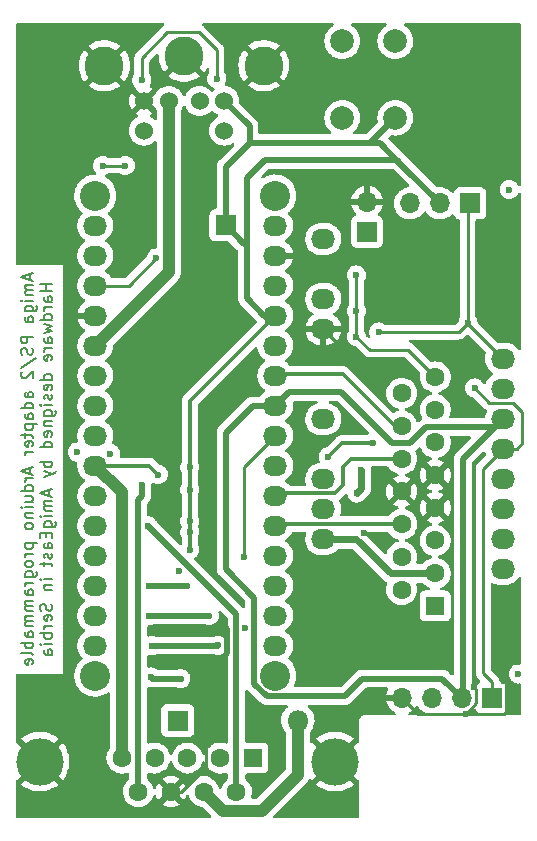
<source format=gbr>
%TF.GenerationSoftware,KiCad,Pcbnew,(6.0.2)*%
%TF.CreationDate,2024-03-24T18:16:07+01:00*%
%TF.ProjectId,amigaps2 revision1.105,616d6967-6170-4733-9220-726576697369,rev?*%
%TF.SameCoordinates,Original*%
%TF.FileFunction,Copper,L2,Bot*%
%TF.FilePolarity,Positive*%
%FSLAX46Y46*%
G04 Gerber Fmt 4.6, Leading zero omitted, Abs format (unit mm)*
G04 Created by KiCad (PCBNEW (6.0.2)) date 2024-03-24 18:16:07*
%MOMM*%
%LPD*%
G01*
G04 APERTURE LIST*
%ADD10C,0.150000*%
%TA.AperFunction,NonConductor*%
%ADD11C,0.150000*%
%TD*%
%TA.AperFunction,ComponentPad*%
%ADD12O,2.032000X1.727200*%
%TD*%
%TA.AperFunction,ComponentPad*%
%ADD13C,2.540000*%
%TD*%
%TA.AperFunction,ComponentPad*%
%ADD14R,1.700000X1.700000*%
%TD*%
%TA.AperFunction,ComponentPad*%
%ADD15O,1.700000X1.700000*%
%TD*%
%TA.AperFunction,ComponentPad*%
%ADD16C,1.600000*%
%TD*%
%TA.AperFunction,ComponentPad*%
%ADD17C,4.000000*%
%TD*%
%TA.AperFunction,ComponentPad*%
%ADD18R,1.600000X1.600000*%
%TD*%
%TA.AperFunction,ComponentPad*%
%ADD19R,1.800000X1.800000*%
%TD*%
%TA.AperFunction,ComponentPad*%
%ADD20O,1.800000X1.800000*%
%TD*%
%TA.AperFunction,ComponentPad*%
%ADD21C,1.524000*%
%TD*%
%TA.AperFunction,ComponentPad*%
%ADD22C,3.300000*%
%TD*%
%TA.AperFunction,ComponentPad*%
%ADD23C,2.000000*%
%TD*%
%TA.AperFunction,ViaPad*%
%ADD24C,0.600000*%
%TD*%
%TA.AperFunction,Conductor*%
%ADD25C,0.300000*%
%TD*%
%TA.AperFunction,Conductor*%
%ADD26C,0.500000*%
%TD*%
%TA.AperFunction,Conductor*%
%ADD27C,1.000000*%
%TD*%
%TA.AperFunction,Conductor*%
%ADD28C,0.250000*%
%TD*%
%TA.AperFunction,Conductor*%
%ADD29C,0.600000*%
%TD*%
%TA.AperFunction,Conductor*%
%ADD30C,0.350000*%
%TD*%
G04 APERTURE END LIST*
D10*
D11*
X133881666Y-75376190D02*
X133881666Y-75852380D01*
X134167380Y-75280952D02*
X133167380Y-75614285D01*
X134167380Y-75947619D01*
X134167380Y-76280952D02*
X133500714Y-76280952D01*
X133595952Y-76280952D02*
X133548333Y-76328571D01*
X133500714Y-76423809D01*
X133500714Y-76566666D01*
X133548333Y-76661904D01*
X133643571Y-76709523D01*
X134167380Y-76709523D01*
X133643571Y-76709523D02*
X133548333Y-76757142D01*
X133500714Y-76852380D01*
X133500714Y-76995238D01*
X133548333Y-77090476D01*
X133643571Y-77138095D01*
X134167380Y-77138095D01*
X134167380Y-77614285D02*
X133500714Y-77614285D01*
X133167380Y-77614285D02*
X133215000Y-77566666D01*
X133262619Y-77614285D01*
X133215000Y-77661904D01*
X133167380Y-77614285D01*
X133262619Y-77614285D01*
X133500714Y-78519047D02*
X134310238Y-78519047D01*
X134405476Y-78471428D01*
X134453095Y-78423809D01*
X134500714Y-78328571D01*
X134500714Y-78185714D01*
X134453095Y-78090476D01*
X134119761Y-78519047D02*
X134167380Y-78423809D01*
X134167380Y-78233333D01*
X134119761Y-78138095D01*
X134072142Y-78090476D01*
X133976904Y-78042857D01*
X133691190Y-78042857D01*
X133595952Y-78090476D01*
X133548333Y-78138095D01*
X133500714Y-78233333D01*
X133500714Y-78423809D01*
X133548333Y-78519047D01*
X134167380Y-79423809D02*
X133643571Y-79423809D01*
X133548333Y-79376190D01*
X133500714Y-79280952D01*
X133500714Y-79090476D01*
X133548333Y-78995238D01*
X134119761Y-79423809D02*
X134167380Y-79328571D01*
X134167380Y-79090476D01*
X134119761Y-78995238D01*
X134024523Y-78947619D01*
X133929285Y-78947619D01*
X133834047Y-78995238D01*
X133786428Y-79090476D01*
X133786428Y-79328571D01*
X133738809Y-79423809D01*
X134167380Y-80661904D02*
X133167380Y-80661904D01*
X133167380Y-81042857D01*
X133215000Y-81138095D01*
X133262619Y-81185714D01*
X133357857Y-81233333D01*
X133500714Y-81233333D01*
X133595952Y-81185714D01*
X133643571Y-81138095D01*
X133691190Y-81042857D01*
X133691190Y-80661904D01*
X134119761Y-81614285D02*
X134167380Y-81757142D01*
X134167380Y-81995238D01*
X134119761Y-82090476D01*
X134072142Y-82138095D01*
X133976904Y-82185714D01*
X133881666Y-82185714D01*
X133786428Y-82138095D01*
X133738809Y-82090476D01*
X133691190Y-81995238D01*
X133643571Y-81804761D01*
X133595952Y-81709523D01*
X133548333Y-81661904D01*
X133453095Y-81614285D01*
X133357857Y-81614285D01*
X133262619Y-81661904D01*
X133215000Y-81709523D01*
X133167380Y-81804761D01*
X133167380Y-82042857D01*
X133215000Y-82185714D01*
X133119761Y-83328571D02*
X134405476Y-82471428D01*
X133262619Y-83614285D02*
X133215000Y-83661904D01*
X133167380Y-83757142D01*
X133167380Y-83995238D01*
X133215000Y-84090476D01*
X133262619Y-84138095D01*
X133357857Y-84185714D01*
X133453095Y-84185714D01*
X133595952Y-84138095D01*
X134167380Y-83566666D01*
X134167380Y-84185714D01*
X134167380Y-85804761D02*
X133643571Y-85804761D01*
X133548333Y-85757142D01*
X133500714Y-85661904D01*
X133500714Y-85471428D01*
X133548333Y-85376190D01*
X134119761Y-85804761D02*
X134167380Y-85709523D01*
X134167380Y-85471428D01*
X134119761Y-85376190D01*
X134024523Y-85328571D01*
X133929285Y-85328571D01*
X133834047Y-85376190D01*
X133786428Y-85471428D01*
X133786428Y-85709523D01*
X133738809Y-85804761D01*
X134167380Y-86709523D02*
X133167380Y-86709523D01*
X134119761Y-86709523D02*
X134167380Y-86614285D01*
X134167380Y-86423809D01*
X134119761Y-86328571D01*
X134072142Y-86280952D01*
X133976904Y-86233333D01*
X133691190Y-86233333D01*
X133595952Y-86280952D01*
X133548333Y-86328571D01*
X133500714Y-86423809D01*
X133500714Y-86614285D01*
X133548333Y-86709523D01*
X134167380Y-87614285D02*
X133643571Y-87614285D01*
X133548333Y-87566666D01*
X133500714Y-87471428D01*
X133500714Y-87280952D01*
X133548333Y-87185714D01*
X134119761Y-87614285D02*
X134167380Y-87519047D01*
X134167380Y-87280952D01*
X134119761Y-87185714D01*
X134024523Y-87138095D01*
X133929285Y-87138095D01*
X133834047Y-87185714D01*
X133786428Y-87280952D01*
X133786428Y-87519047D01*
X133738809Y-87614285D01*
X133500714Y-88090476D02*
X134500714Y-88090476D01*
X133548333Y-88090476D02*
X133500714Y-88185714D01*
X133500714Y-88376190D01*
X133548333Y-88471428D01*
X133595952Y-88519047D01*
X133691190Y-88566666D01*
X133976904Y-88566666D01*
X134072142Y-88519047D01*
X134119761Y-88471428D01*
X134167380Y-88376190D01*
X134167380Y-88185714D01*
X134119761Y-88090476D01*
X133500714Y-88852380D02*
X133500714Y-89233333D01*
X133167380Y-88995238D02*
X134024523Y-88995238D01*
X134119761Y-89042857D01*
X134167380Y-89138095D01*
X134167380Y-89233333D01*
X134119761Y-89947619D02*
X134167380Y-89852380D01*
X134167380Y-89661904D01*
X134119761Y-89566666D01*
X134024523Y-89519047D01*
X133643571Y-89519047D01*
X133548333Y-89566666D01*
X133500714Y-89661904D01*
X133500714Y-89852380D01*
X133548333Y-89947619D01*
X133643571Y-89995238D01*
X133738809Y-89995238D01*
X133834047Y-89519047D01*
X134167380Y-90423809D02*
X133500714Y-90423809D01*
X133691190Y-90423809D02*
X133595952Y-90471428D01*
X133548333Y-90519047D01*
X133500714Y-90614285D01*
X133500714Y-90709523D01*
X133881666Y-91757142D02*
X133881666Y-92233333D01*
X134167380Y-91661904D02*
X133167380Y-91995238D01*
X134167380Y-92328571D01*
X134167380Y-92661904D02*
X133500714Y-92661904D01*
X133691190Y-92661904D02*
X133595952Y-92709523D01*
X133548333Y-92757142D01*
X133500714Y-92852380D01*
X133500714Y-92947619D01*
X134167380Y-93709523D02*
X133167380Y-93709523D01*
X134119761Y-93709523D02*
X134167380Y-93614285D01*
X134167380Y-93423809D01*
X134119761Y-93328571D01*
X134072142Y-93280952D01*
X133976904Y-93233333D01*
X133691190Y-93233333D01*
X133595952Y-93280952D01*
X133548333Y-93328571D01*
X133500714Y-93423809D01*
X133500714Y-93614285D01*
X133548333Y-93709523D01*
X133500714Y-94614285D02*
X134167380Y-94614285D01*
X133500714Y-94185714D02*
X134024523Y-94185714D01*
X134119761Y-94233333D01*
X134167380Y-94328571D01*
X134167380Y-94471428D01*
X134119761Y-94566666D01*
X134072142Y-94614285D01*
X134167380Y-95090476D02*
X133500714Y-95090476D01*
X133167380Y-95090476D02*
X133215000Y-95042857D01*
X133262619Y-95090476D01*
X133215000Y-95138095D01*
X133167380Y-95090476D01*
X133262619Y-95090476D01*
X133500714Y-95566666D02*
X134167380Y-95566666D01*
X133595952Y-95566666D02*
X133548333Y-95614285D01*
X133500714Y-95709523D01*
X133500714Y-95852380D01*
X133548333Y-95947619D01*
X133643571Y-95995238D01*
X134167380Y-95995238D01*
X134167380Y-96614285D02*
X134119761Y-96519047D01*
X134072142Y-96471428D01*
X133976904Y-96423809D01*
X133691190Y-96423809D01*
X133595952Y-96471428D01*
X133548333Y-96519047D01*
X133500714Y-96614285D01*
X133500714Y-96757142D01*
X133548333Y-96852380D01*
X133595952Y-96899999D01*
X133691190Y-96947619D01*
X133976904Y-96947619D01*
X134072142Y-96899999D01*
X134119761Y-96852380D01*
X134167380Y-96757142D01*
X134167380Y-96614285D01*
X133500714Y-98138095D02*
X134500714Y-98138095D01*
X133548333Y-98138095D02*
X133500714Y-98233333D01*
X133500714Y-98423809D01*
X133548333Y-98519047D01*
X133595952Y-98566666D01*
X133691190Y-98614285D01*
X133976904Y-98614285D01*
X134072142Y-98566666D01*
X134119761Y-98519047D01*
X134167380Y-98423809D01*
X134167380Y-98233333D01*
X134119761Y-98138095D01*
X134167380Y-99042857D02*
X133500714Y-99042857D01*
X133691190Y-99042857D02*
X133595952Y-99090476D01*
X133548333Y-99138095D01*
X133500714Y-99233333D01*
X133500714Y-99328571D01*
X134167380Y-99804761D02*
X134119761Y-99709523D01*
X134072142Y-99661904D01*
X133976904Y-99614285D01*
X133691190Y-99614285D01*
X133595952Y-99661904D01*
X133548333Y-99709523D01*
X133500714Y-99804761D01*
X133500714Y-99947619D01*
X133548333Y-100042857D01*
X133595952Y-100090476D01*
X133691190Y-100138095D01*
X133976904Y-100138095D01*
X134072142Y-100090476D01*
X134119761Y-100042857D01*
X134167380Y-99947619D01*
X134167380Y-99804761D01*
X133500714Y-100995238D02*
X134310238Y-100995238D01*
X134405476Y-100947619D01*
X134453095Y-100899999D01*
X134500714Y-100804761D01*
X134500714Y-100661904D01*
X134453095Y-100566666D01*
X134119761Y-100995238D02*
X134167380Y-100899999D01*
X134167380Y-100709523D01*
X134119761Y-100614285D01*
X134072142Y-100566666D01*
X133976904Y-100519047D01*
X133691190Y-100519047D01*
X133595952Y-100566666D01*
X133548333Y-100614285D01*
X133500714Y-100709523D01*
X133500714Y-100899999D01*
X133548333Y-100995238D01*
X134167380Y-101471428D02*
X133500714Y-101471428D01*
X133691190Y-101471428D02*
X133595952Y-101519047D01*
X133548333Y-101566666D01*
X133500714Y-101661904D01*
X133500714Y-101757142D01*
X134167380Y-102519047D02*
X133643571Y-102519047D01*
X133548333Y-102471428D01*
X133500714Y-102376190D01*
X133500714Y-102185714D01*
X133548333Y-102090476D01*
X134119761Y-102519047D02*
X134167380Y-102423809D01*
X134167380Y-102185714D01*
X134119761Y-102090476D01*
X134024523Y-102042857D01*
X133929285Y-102042857D01*
X133834047Y-102090476D01*
X133786428Y-102185714D01*
X133786428Y-102423809D01*
X133738809Y-102519047D01*
X134167380Y-102995238D02*
X133500714Y-102995238D01*
X133595952Y-102995238D02*
X133548333Y-103042857D01*
X133500714Y-103138095D01*
X133500714Y-103280952D01*
X133548333Y-103376190D01*
X133643571Y-103423809D01*
X134167380Y-103423809D01*
X133643571Y-103423809D02*
X133548333Y-103471428D01*
X133500714Y-103566666D01*
X133500714Y-103709523D01*
X133548333Y-103804761D01*
X133643571Y-103852380D01*
X134167380Y-103852380D01*
X134167380Y-104328571D02*
X133500714Y-104328571D01*
X133595952Y-104328571D02*
X133548333Y-104376190D01*
X133500714Y-104471428D01*
X133500714Y-104614285D01*
X133548333Y-104709523D01*
X133643571Y-104757142D01*
X134167380Y-104757142D01*
X133643571Y-104757142D02*
X133548333Y-104804761D01*
X133500714Y-104899999D01*
X133500714Y-105042857D01*
X133548333Y-105138095D01*
X133643571Y-105185714D01*
X134167380Y-105185714D01*
X134167380Y-106090476D02*
X133643571Y-106090476D01*
X133548333Y-106042857D01*
X133500714Y-105947619D01*
X133500714Y-105757142D01*
X133548333Y-105661904D01*
X134119761Y-106090476D02*
X134167380Y-105995238D01*
X134167380Y-105757142D01*
X134119761Y-105661904D01*
X134024523Y-105614285D01*
X133929285Y-105614285D01*
X133834047Y-105661904D01*
X133786428Y-105757142D01*
X133786428Y-105995238D01*
X133738809Y-106090476D01*
X134167380Y-106566666D02*
X133167380Y-106566666D01*
X133548333Y-106566666D02*
X133500714Y-106661904D01*
X133500714Y-106852380D01*
X133548333Y-106947619D01*
X133595952Y-106995238D01*
X133691190Y-107042857D01*
X133976904Y-107042857D01*
X134072142Y-106995238D01*
X134119761Y-106947619D01*
X134167380Y-106852380D01*
X134167380Y-106661904D01*
X134119761Y-106566666D01*
X134167380Y-107614285D02*
X134119761Y-107519047D01*
X134024523Y-107471428D01*
X133167380Y-107471428D01*
X134119761Y-108376190D02*
X134167380Y-108280952D01*
X134167380Y-108090476D01*
X134119761Y-107995238D01*
X134024523Y-107947619D01*
X133643571Y-107947619D01*
X133548333Y-107995238D01*
X133500714Y-108090476D01*
X133500714Y-108280952D01*
X133548333Y-108376190D01*
X133643571Y-108423809D01*
X133738809Y-108423809D01*
X133834047Y-107947619D01*
X135777380Y-76209523D02*
X134777380Y-76209523D01*
X135253571Y-76209523D02*
X135253571Y-76780952D01*
X135777380Y-76780952D02*
X134777380Y-76780952D01*
X135777380Y-77685714D02*
X135253571Y-77685714D01*
X135158333Y-77638095D01*
X135110714Y-77542857D01*
X135110714Y-77352380D01*
X135158333Y-77257142D01*
X135729761Y-77685714D02*
X135777380Y-77590476D01*
X135777380Y-77352380D01*
X135729761Y-77257142D01*
X135634523Y-77209523D01*
X135539285Y-77209523D01*
X135444047Y-77257142D01*
X135396428Y-77352380D01*
X135396428Y-77590476D01*
X135348809Y-77685714D01*
X135777380Y-78161904D02*
X135110714Y-78161904D01*
X135301190Y-78161904D02*
X135205952Y-78209523D01*
X135158333Y-78257142D01*
X135110714Y-78352380D01*
X135110714Y-78447619D01*
X135777380Y-79209523D02*
X134777380Y-79209523D01*
X135729761Y-79209523D02*
X135777380Y-79114285D01*
X135777380Y-78923809D01*
X135729761Y-78828571D01*
X135682142Y-78780952D01*
X135586904Y-78733333D01*
X135301190Y-78733333D01*
X135205952Y-78780952D01*
X135158333Y-78828571D01*
X135110714Y-78923809D01*
X135110714Y-79114285D01*
X135158333Y-79209523D01*
X135110714Y-79590476D02*
X135777380Y-79780952D01*
X135301190Y-79971428D01*
X135777380Y-80161904D01*
X135110714Y-80352380D01*
X135777380Y-81161904D02*
X135253571Y-81161904D01*
X135158333Y-81114285D01*
X135110714Y-81019047D01*
X135110714Y-80828571D01*
X135158333Y-80733333D01*
X135729761Y-81161904D02*
X135777380Y-81066666D01*
X135777380Y-80828571D01*
X135729761Y-80733333D01*
X135634523Y-80685714D01*
X135539285Y-80685714D01*
X135444047Y-80733333D01*
X135396428Y-80828571D01*
X135396428Y-81066666D01*
X135348809Y-81161904D01*
X135777380Y-81638095D02*
X135110714Y-81638095D01*
X135301190Y-81638095D02*
X135205952Y-81685714D01*
X135158333Y-81733333D01*
X135110714Y-81828571D01*
X135110714Y-81923809D01*
X135729761Y-82638095D02*
X135777380Y-82542857D01*
X135777380Y-82352380D01*
X135729761Y-82257142D01*
X135634523Y-82209523D01*
X135253571Y-82209523D01*
X135158333Y-82257142D01*
X135110714Y-82352380D01*
X135110714Y-82542857D01*
X135158333Y-82638095D01*
X135253571Y-82685714D01*
X135348809Y-82685714D01*
X135444047Y-82209523D01*
X135777380Y-84304761D02*
X134777380Y-84304761D01*
X135729761Y-84304761D02*
X135777380Y-84209523D01*
X135777380Y-84019047D01*
X135729761Y-83923809D01*
X135682142Y-83876190D01*
X135586904Y-83828571D01*
X135301190Y-83828571D01*
X135205952Y-83876190D01*
X135158333Y-83923809D01*
X135110714Y-84019047D01*
X135110714Y-84209523D01*
X135158333Y-84304761D01*
X135729761Y-85161904D02*
X135777380Y-85066666D01*
X135777380Y-84876190D01*
X135729761Y-84780952D01*
X135634523Y-84733333D01*
X135253571Y-84733333D01*
X135158333Y-84780952D01*
X135110714Y-84876190D01*
X135110714Y-85066666D01*
X135158333Y-85161904D01*
X135253571Y-85209523D01*
X135348809Y-85209523D01*
X135444047Y-84733333D01*
X135729761Y-85590476D02*
X135777380Y-85685714D01*
X135777380Y-85876190D01*
X135729761Y-85971428D01*
X135634523Y-86019047D01*
X135586904Y-86019047D01*
X135491666Y-85971428D01*
X135444047Y-85876190D01*
X135444047Y-85733333D01*
X135396428Y-85638095D01*
X135301190Y-85590476D01*
X135253571Y-85590476D01*
X135158333Y-85638095D01*
X135110714Y-85733333D01*
X135110714Y-85876190D01*
X135158333Y-85971428D01*
X135777380Y-86447619D02*
X135110714Y-86447619D01*
X134777380Y-86447619D02*
X134825000Y-86400000D01*
X134872619Y-86447619D01*
X134825000Y-86495238D01*
X134777380Y-86447619D01*
X134872619Y-86447619D01*
X135110714Y-87352380D02*
X135920238Y-87352380D01*
X136015476Y-87304761D01*
X136063095Y-87257142D01*
X136110714Y-87161904D01*
X136110714Y-87019047D01*
X136063095Y-86923809D01*
X135729761Y-87352380D02*
X135777380Y-87257142D01*
X135777380Y-87066666D01*
X135729761Y-86971428D01*
X135682142Y-86923809D01*
X135586904Y-86876190D01*
X135301190Y-86876190D01*
X135205952Y-86923809D01*
X135158333Y-86971428D01*
X135110714Y-87066666D01*
X135110714Y-87257142D01*
X135158333Y-87352380D01*
X135110714Y-87828571D02*
X135777380Y-87828571D01*
X135205952Y-87828571D02*
X135158333Y-87876190D01*
X135110714Y-87971428D01*
X135110714Y-88114285D01*
X135158333Y-88209523D01*
X135253571Y-88257142D01*
X135777380Y-88257142D01*
X135729761Y-89114285D02*
X135777380Y-89019047D01*
X135777380Y-88828571D01*
X135729761Y-88733333D01*
X135634523Y-88685714D01*
X135253571Y-88685714D01*
X135158333Y-88733333D01*
X135110714Y-88828571D01*
X135110714Y-89019047D01*
X135158333Y-89114285D01*
X135253571Y-89161904D01*
X135348809Y-89161904D01*
X135444047Y-88685714D01*
X135777380Y-90019047D02*
X134777380Y-90019047D01*
X135729761Y-90019047D02*
X135777380Y-89923809D01*
X135777380Y-89733333D01*
X135729761Y-89638095D01*
X135682142Y-89590476D01*
X135586904Y-89542857D01*
X135301190Y-89542857D01*
X135205952Y-89590476D01*
X135158333Y-89638095D01*
X135110714Y-89733333D01*
X135110714Y-89923809D01*
X135158333Y-90019047D01*
X135777380Y-91257142D02*
X134777380Y-91257142D01*
X135158333Y-91257142D02*
X135110714Y-91352380D01*
X135110714Y-91542857D01*
X135158333Y-91638095D01*
X135205952Y-91685714D01*
X135301190Y-91733333D01*
X135586904Y-91733333D01*
X135682142Y-91685714D01*
X135729761Y-91638095D01*
X135777380Y-91542857D01*
X135777380Y-91352380D01*
X135729761Y-91257142D01*
X135110714Y-92066666D02*
X135777380Y-92304761D01*
X135110714Y-92542857D02*
X135777380Y-92304761D01*
X136015476Y-92209523D01*
X136063095Y-92161904D01*
X136110714Y-92066666D01*
X135491666Y-93638095D02*
X135491666Y-94114285D01*
X135777380Y-93542857D02*
X134777380Y-93876190D01*
X135777380Y-94209523D01*
X135777380Y-94542857D02*
X135110714Y-94542857D01*
X135205952Y-94542857D02*
X135158333Y-94590476D01*
X135110714Y-94685714D01*
X135110714Y-94828571D01*
X135158333Y-94923809D01*
X135253571Y-94971428D01*
X135777380Y-94971428D01*
X135253571Y-94971428D02*
X135158333Y-95019047D01*
X135110714Y-95114285D01*
X135110714Y-95257142D01*
X135158333Y-95352380D01*
X135253571Y-95399999D01*
X135777380Y-95399999D01*
X135777380Y-95876190D02*
X135110714Y-95876190D01*
X134777380Y-95876190D02*
X134825000Y-95828571D01*
X134872619Y-95876190D01*
X134825000Y-95923809D01*
X134777380Y-95876190D01*
X134872619Y-95876190D01*
X135110714Y-96780952D02*
X135920238Y-96780952D01*
X136015476Y-96733333D01*
X136063095Y-96685714D01*
X136110714Y-96590476D01*
X136110714Y-96447619D01*
X136063095Y-96352380D01*
X135729761Y-96780952D02*
X135777380Y-96685714D01*
X135777380Y-96495238D01*
X135729761Y-96399999D01*
X135682142Y-96352380D01*
X135586904Y-96304761D01*
X135301190Y-96304761D01*
X135205952Y-96352380D01*
X135158333Y-96399999D01*
X135110714Y-96495238D01*
X135110714Y-96685714D01*
X135158333Y-96780952D01*
X135253571Y-97257142D02*
X135253571Y-97590476D01*
X135777380Y-97733333D02*
X135777380Y-97257142D01*
X134777380Y-97257142D01*
X134777380Y-97733333D01*
X135777380Y-98590476D02*
X135253571Y-98590476D01*
X135158333Y-98542857D01*
X135110714Y-98447619D01*
X135110714Y-98257142D01*
X135158333Y-98161904D01*
X135729761Y-98590476D02*
X135777380Y-98495238D01*
X135777380Y-98257142D01*
X135729761Y-98161904D01*
X135634523Y-98114285D01*
X135539285Y-98114285D01*
X135444047Y-98161904D01*
X135396428Y-98257142D01*
X135396428Y-98495238D01*
X135348809Y-98590476D01*
X135729761Y-99019047D02*
X135777380Y-99114285D01*
X135777380Y-99304761D01*
X135729761Y-99399999D01*
X135634523Y-99447619D01*
X135586904Y-99447619D01*
X135491666Y-99399999D01*
X135444047Y-99304761D01*
X135444047Y-99161904D01*
X135396428Y-99066666D01*
X135301190Y-99019047D01*
X135253571Y-99019047D01*
X135158333Y-99066666D01*
X135110714Y-99161904D01*
X135110714Y-99304761D01*
X135158333Y-99399999D01*
X135110714Y-99733333D02*
X135110714Y-100114285D01*
X134777380Y-99876190D02*
X135634523Y-99876190D01*
X135729761Y-99923809D01*
X135777380Y-100019047D01*
X135777380Y-100114285D01*
X135777380Y-101209523D02*
X135110714Y-101209523D01*
X134777380Y-101209523D02*
X134825000Y-101161904D01*
X134872619Y-101209523D01*
X134825000Y-101257142D01*
X134777380Y-101209523D01*
X134872619Y-101209523D01*
X135110714Y-101685714D02*
X135777380Y-101685714D01*
X135205952Y-101685714D02*
X135158333Y-101733333D01*
X135110714Y-101828571D01*
X135110714Y-101971428D01*
X135158333Y-102066666D01*
X135253571Y-102114285D01*
X135777380Y-102114285D01*
X135729761Y-103304761D02*
X135777380Y-103447619D01*
X135777380Y-103685714D01*
X135729761Y-103780952D01*
X135682142Y-103828571D01*
X135586904Y-103876190D01*
X135491666Y-103876190D01*
X135396428Y-103828571D01*
X135348809Y-103780952D01*
X135301190Y-103685714D01*
X135253571Y-103495238D01*
X135205952Y-103399999D01*
X135158333Y-103352380D01*
X135063095Y-103304761D01*
X134967857Y-103304761D01*
X134872619Y-103352380D01*
X134825000Y-103399999D01*
X134777380Y-103495238D01*
X134777380Y-103733333D01*
X134825000Y-103876190D01*
X135729761Y-104685714D02*
X135777380Y-104590476D01*
X135777380Y-104399999D01*
X135729761Y-104304761D01*
X135634523Y-104257142D01*
X135253571Y-104257142D01*
X135158333Y-104304761D01*
X135110714Y-104399999D01*
X135110714Y-104590476D01*
X135158333Y-104685714D01*
X135253571Y-104733333D01*
X135348809Y-104733333D01*
X135444047Y-104257142D01*
X135777380Y-105161904D02*
X135110714Y-105161904D01*
X135301190Y-105161904D02*
X135205952Y-105209523D01*
X135158333Y-105257142D01*
X135110714Y-105352380D01*
X135110714Y-105447619D01*
X135777380Y-105780952D02*
X134777380Y-105780952D01*
X135158333Y-105780952D02*
X135110714Y-105876190D01*
X135110714Y-106066666D01*
X135158333Y-106161904D01*
X135205952Y-106209523D01*
X135301190Y-106257142D01*
X135586904Y-106257142D01*
X135682142Y-106209523D01*
X135729761Y-106161904D01*
X135777380Y-106066666D01*
X135777380Y-105876190D01*
X135729761Y-105780952D01*
X135777380Y-106685714D02*
X135110714Y-106685714D01*
X134777380Y-106685714D02*
X134825000Y-106638095D01*
X134872619Y-106685714D01*
X134825000Y-106733333D01*
X134777380Y-106685714D01*
X134872619Y-106685714D01*
X135777380Y-107590476D02*
X135253571Y-107590476D01*
X135158333Y-107542857D01*
X135110714Y-107447619D01*
X135110714Y-107257142D01*
X135158333Y-107161904D01*
X135729761Y-107590476D02*
X135777380Y-107495238D01*
X135777380Y-107257142D01*
X135729761Y-107161904D01*
X135634523Y-107114285D01*
X135539285Y-107114285D01*
X135444047Y-107161904D01*
X135396428Y-107257142D01*
X135396428Y-107495238D01*
X135348809Y-107590476D01*
D12*
%TO.P,P1,1*%
%TO.N,/1(Tx)*%
X139446000Y-71247000D03*
%TO.P,P1,2*%
%TO.N,/0(Rx)*%
X139446000Y-73787000D03*
%TO.P,P1,3*%
%TO.N,/Reset*%
X139446000Y-76327000D03*
%TO.P,P1,4*%
%TO.N,GND*%
X139446000Y-78867000D03*
%TO.P,P1,5*%
%TO.N,/2*%
X139446000Y-81407000D03*
%TO.P,P1,6*%
%TO.N,/3(\u002A\u002A)*%
X139446000Y-83947000D03*
%TO.P,P1,7*%
%TO.N,/4*%
X139446000Y-86487000D03*
%TO.P,P1,9*%
%TO.N,/6(\u002A\u002A)*%
X139446000Y-91567000D03*
%TO.P,P1,10*%
%TO.N,/7*%
X139446000Y-94107000D03*
%TO.P,P1,11*%
%TO.N,/8*%
X139446000Y-96647000D03*
%TO.P,P1,12*%
%TO.N,/9(\u002A\u002A)*%
X139446000Y-99187000D03*
%TO.P,P1,13*%
%TO.N,/10(\u002A\u002A/SS)*%
X139446000Y-101727000D03*
%TO.P,P1,14*%
%TO.N,/11(\u002A\u002A/MOSI)*%
X139446000Y-104267000D03*
%TO.P,P1,15*%
%TO.N,/12(MISO)*%
X139446000Y-106807000D03*
%TO.P,P1,D5*%
%TO.N,/7*%
X139446000Y-89027000D03*
%TD*%
%TO.P,P2,1*%
%TO.N,/Vin*%
X154686000Y-71247000D03*
%TO.P,P2,2*%
%TO.N,GND*%
X154686000Y-73787000D03*
%TO.P,P2,3*%
%TO.N,/Reset*%
X154686000Y-76327000D03*
%TO.P,P2,4*%
%TO.N,+5V*%
X154686000Y-78867000D03*
%TO.P,P2,5*%
%TO.N,/A7*%
X154686000Y-81407000D03*
%TO.P,P2,6*%
%TO.N,/A6*%
X154686000Y-83947000D03*
%TO.P,P2,7*%
%TO.N,/A5*%
X154686000Y-86487000D03*
%TO.P,P2,8*%
%TO.N,/A4*%
X154686000Y-89027000D03*
%TO.P,P2,9*%
%TO.N,/A3*%
X154686000Y-91567000D03*
%TO.P,P2,10*%
%TO.N,/A2*%
X154686000Y-94107000D03*
%TO.P,P2,11*%
%TO.N,/A1*%
X154686000Y-96647000D03*
%TO.P,P2,12*%
%TO.N,/A0*%
X154686000Y-99187000D03*
%TO.P,P2,13*%
%TO.N,/AREF*%
X154686000Y-101727000D03*
%TO.P,P2,14*%
%TO.N,+3V3*%
X154686000Y-104267000D03*
%TO.P,P2,15*%
%TO.N,/13(SCK)*%
X154686000Y-106807000D03*
%TD*%
D13*
%TO.P,P3,1*%
%TO.N,Net-(P3-Pad1)*%
X139446000Y-68707000D03*
%TD*%
%TO.P,P4,1*%
%TO.N,Net-(P4-Pad1)*%
X139446000Y-109347000D03*
%TD*%
%TO.P,P5,1*%
%TO.N,Net-(P5-Pad1)*%
X154686000Y-109347000D03*
%TD*%
%TO.P,P6,1*%
%TO.N,Net-(P6-Pad1)*%
X154686000Y-68707000D03*
%TD*%
D12*
%TO.P,,A1*%
%TO.N,/A1*%
X173959507Y-97770000D03*
%TD*%
%TO.P,,A6*%
%TO.N,/A6*%
X173959507Y-85070000D03*
%TD*%
D14*
%TO.P,REF\u002A\u002A,1*%
%TO.N,/Reset*%
X162458400Y-71780400D03*
D15*
%TO.P,REF\u002A\u002A,2*%
%TO.N,GND*%
X162458400Y-69240400D03*
%TD*%
D16*
%TO.P,,12*%
%TO.N,GND*%
X165384200Y-93759200D03*
%TD*%
D12*
%TO.P,,A2*%
%TO.N,/A2*%
X173959507Y-95230000D03*
%TD*%
%TO.P,,3*%
%TO.N,GND*%
X158750000Y-80010000D03*
%TD*%
D16*
%TO.P,,X2*%
%TO.N,/A1*%
X165384200Y-96529200D03*
%TD*%
D12*
%TO.P,,A0*%
%TO.N,/A0*%
X173959507Y-100310000D03*
%TD*%
%TO.P,,A4*%
%TO.N,/A4*%
X173959507Y-90150000D03*
%TD*%
%TO.P,,A5*%
%TO.N,/A5*%
X173959507Y-87610000D03*
%TD*%
D16*
%TO.P,,9*%
%TO.N,+5V*%
X165384200Y-102069200D03*
%TD*%
D14*
%TO.P,CONFIG,1*%
%TO.N,/A7*%
X171181000Y-69367000D03*
D15*
%TO.P,CONFIG,2*%
%TO.N,+5V*%
X168641000Y-69367000D03*
%TO.P,CONFIG,3*%
%TO.N,/4*%
X166101000Y-69367000D03*
%TD*%
D16*
%TO.P,,Y1*%
%TO.N,/A3*%
X168224200Y-89604200D03*
%TD*%
D12*
%TO.P,,4*%
%TO.N,/4*%
X158750000Y-87630000D03*
%TD*%
D17*
%TO.P,Female DSUB9 connector,0*%
%TO.N,GND*%
X134741000Y-116632000D03*
X159741000Y-116632000D03*
D16*
%TO.P,Female DSUB9 connector,7*%
%TO.N,N/C*%
X148626000Y-119172000D03*
%TO.P,Female DSUB9 connector,8*%
%TO.N,GND*%
X145856000Y-119172000D03*
%TO.P,Female DSUB9 connector,HPulse*%
%TO.N,/11(\u002A\u002A/MOSI)*%
X150011000Y-116332000D03*
%TO.P,Female DSUB9 connector,HQPulse*%
%TO.N,/9(\u002A\u002A)*%
X144471000Y-116332000D03*
%TO.P,Female DSUB9 connector,LMB*%
%TO.N,/8*%
X151396000Y-119172000D03*
%TO.P,Female DSUB9 connector,MMB*%
%TO.N,/6(\u002A\u002A)*%
X141701000Y-116332000D03*
%TO.P,Female DSUB9 connector,RMB*%
%TO.N,/7*%
X143086000Y-119172000D03*
D18*
%TO.P,Female DSUB9 connector,VPulse*%
%TO.N,/12(MISO)*%
X152781000Y-116332000D03*
D16*
%TO.P,Female DSUB9 connector,VQPulse*%
%TO.N,/10(\u002A\u002A/SS)*%
X147241000Y-116332000D03*
%TD*%
D19*
%TO.P,DIODE,1*%
%TO.N,+5V*%
X146431000Y-113157000D03*
D20*
%TO.P,DIODE,2*%
%TO.N,N/C*%
X156591000Y-113157000D03*
%TD*%
D12*
%TO.P,,7*%
%TO.N,/7*%
X158750000Y-95250000D03*
%TD*%
D16*
%TO.P,,4*%
%TO.N,GND*%
X168224200Y-95144200D03*
%TD*%
%TO.P,,8*%
%TO.N,+5V*%
X168224200Y-84064200D03*
%TD*%
D21*
%TO.P,J1,3*%
%TO.N,GND*%
X143568000Y-60706000D03*
%TO.P,J1,4*%
%TO.N,+5V*%
X150368000Y-60706000D03*
D22*
%TO.P,J1,7*%
%TO.N,GND*%
X146968000Y-56906000D03*
X140218000Y-57706000D03*
X153718000Y-57706000D03*
D21*
%TO.P,J1,CLK*%
%TO.N,/3(\u002A\u002A)*%
X143568000Y-63206000D03*
%TO.P,J1,CLK2*%
%TO.N,N/C*%
X150368000Y-63206000D03*
%TO.P,J1,DATA*%
%TO.N,/2*%
X145668000Y-60706000D03*
%TO.P,J1,DATA2*%
%TO.N,N/C*%
X148268000Y-60706000D03*
%TD*%
D18*
%TO.P,,1*%
%TO.N,+5V*%
X168224200Y-103454200D03*
%TD*%
D14*
%TO.P,REF\u002A\u002A,1*%
%TO.N,/A4*%
X173024800Y-111252000D03*
D15*
%TO.P,REF\u002A\u002A,2*%
%TO.N,/A5*%
X170484800Y-111252000D03*
%TO.P,REF\u002A\u002A,3*%
%TO.N,+5V*%
X167944800Y-111252000D03*
%TO.P,REF\u002A\u002A,4*%
%TO.N,GND*%
X165404800Y-111252000D03*
%TD*%
D12*
%TO.P,,Reset*%
%TO.N,/Reset*%
X158750000Y-77470000D03*
%TD*%
D16*
%TO.P,,Y2*%
%TO.N,/A2*%
X165384200Y-90989200D03*
%TD*%
D12*
%TO.P,,A7*%
%TO.N,/A7*%
X173959507Y-82530000D03*
%TD*%
D16*
%TO.P,,2*%
%TO.N,/8*%
X168224200Y-100684200D03*
%TD*%
D12*
%TO.P,,A3*%
%TO.N,/A3*%
X173959507Y-92690000D03*
%TD*%
%TO.P,,8*%
%TO.N,/8*%
X158750000Y-97790000D03*
%TD*%
D16*
%TO.P,,X1*%
%TO.N,/A0*%
X168224200Y-97914200D03*
%TD*%
D23*
%TO.P,MouseDPI,1*%
%TO.N,+5V*%
X164846000Y-62126000D03*
%TO.N,N/C*%
X164846000Y-55626000D03*
%TO.P,MouseDPI,2*%
%TO.N,/1(Tx)*%
X160346000Y-62126000D03*
%TO.N,N/C*%
X160346000Y-55626000D03*
%TD*%
D14*
%TO.P,REF\u002A\u002A,1*%
%TO.N,+5V*%
X150469600Y-71221600D03*
%TD*%
D16*
%TO.P,,10*%
%TO.N,/6(\u002A\u002A)*%
X165384200Y-99299200D03*
%TD*%
%TO.P,,15*%
%TO.N,N/C*%
X165384200Y-85449200D03*
%TD*%
D12*
%TO.P,,1(Tx)*%
%TO.N,/1(Tx)*%
X158750000Y-72390000D03*
%TD*%
%TO.P,,6*%
%TO.N,/6(\u002A\u002A)*%
X158750000Y-92710000D03*
%TD*%
D16*
%TO.P,,7*%
%TO.N,/7*%
X168224200Y-86834200D03*
%TD*%
%TO.P,,14*%
%TO.N,/A6*%
X165384200Y-88219200D03*
%TD*%
%TO.P,,5*%
%TO.N,GND*%
X168224200Y-92374200D03*
%TD*%
D24*
%TO.N,GND*%
X167090000Y-85300000D03*
X170280000Y-86230000D03*
X166160000Y-83750000D03*
X162610000Y-82850000D03*
%TO.N,/1(Tx)*%
X143383000Y-58928000D03*
X149733000Y-58801000D03*
%TO.N,/Reset*%
X144600000Y-74000000D03*
%TO.N,GND*%
X162560000Y-111760000D03*
X149200000Y-94200000D03*
X162600000Y-108600000D03*
X171484300Y-110337745D03*
X157480000Y-86360000D03*
X161671000Y-95504000D03*
X149987000Y-117983000D03*
X148779685Y-117379685D03*
X148350000Y-74850000D03*
X153035000Y-117983000D03*
X162179000Y-97282000D03*
X150495000Y-105283000D03*
X174050000Y-75200000D03*
X148350000Y-79750000D03*
X161290000Y-99060000D03*
X145950000Y-93750000D03*
X161290000Y-82550000D03*
X152146000Y-105283000D03*
X170797810Y-112600000D03*
X149300000Y-90600000D03*
X145950000Y-89600000D03*
X150450000Y-74850000D03*
X148971000Y-115189000D03*
X174015400Y-109829600D03*
X173900000Y-78550000D03*
X150300000Y-107900000D03*
%TO.N,/6(\u002A\u002A)*%
X144780000Y-92329000D03*
%TO.N,/7*%
X161582100Y-93891100D03*
X161979781Y-91982878D03*
X143383000Y-93218000D03*
%TO.N,/8*%
X143891000Y-96647000D03*
%TO.N,/10(\u002A\u002A/SS)*%
X144018000Y-101727000D03*
X147193000Y-101727000D03*
%TO.N,+5V*%
X137922000Y-90424000D03*
X144145000Y-109474000D03*
X174498000Y-68199000D03*
X140081000Y-66167000D03*
X146500000Y-100500000D03*
X147447000Y-91694000D03*
X147447000Y-96266000D03*
X161544000Y-80645000D03*
X161544000Y-78460600D03*
X147447000Y-98679000D03*
X146685000Y-109601000D03*
X147447000Y-97200000D03*
X141986000Y-66167000D03*
X140716000Y-90551000D03*
X147447000Y-93599000D03*
X161544000Y-75438000D03*
X175260000Y-109220000D03*
%TO.N,/A7*%
X163449000Y-80264000D03*
X171000000Y-79500000D03*
%TO.N,/A4*%
X171550000Y-85000000D03*
X152019000Y-99314000D03*
%TO.N,/A3*%
X159160000Y-90810000D03*
X162941000Y-89662000D03*
%TO.N,/11(\u002A\u002A/MOSI)*%
X149098000Y-104267000D03*
X144018000Y-104267000D03*
%TO.N,/12(MISO)*%
X149847500Y-106800000D03*
X144272000Y-106807000D03*
%TD*%
D25*
%TO.N,/A3*%
X160308000Y-89662000D02*
X162941000Y-89662000D01*
X159160000Y-90810000D02*
X160308000Y-89662000D01*
D26*
%TO.N,/A5*%
X173269507Y-88300000D02*
X173959507Y-87610000D01*
X166120000Y-89660000D02*
X167480000Y-88300000D01*
X164570000Y-89660000D02*
X166120000Y-89660000D01*
X167480000Y-88300000D02*
X173269507Y-88300000D01*
X155855075Y-85317925D02*
X160227925Y-85317925D01*
X160227925Y-85317925D02*
X164570000Y-89660000D01*
X154686000Y-86487000D02*
X155855075Y-85317925D01*
D25*
%TO.N,/A6*%
X154813000Y-83820000D02*
X154686000Y-83947000D01*
X160410000Y-83820000D02*
X154813000Y-83820000D01*
X164809200Y-88219200D02*
X160410000Y-83820000D01*
X165384200Y-88219200D02*
X164809200Y-88219200D01*
D27*
%TO.N,*%
X156591000Y-117729000D02*
X153543000Y-120777000D01*
X153543000Y-120777000D02*
X150231000Y-120777000D01*
X156591000Y-113157000D02*
X156591000Y-117729000D01*
X150231000Y-120777000D02*
X148626000Y-119172000D01*
D28*
%TO.N,/1(Tx)*%
X145550000Y-54900000D02*
X143383000Y-57067000D01*
X149733000Y-56403000D02*
X148230000Y-54900000D01*
X148230000Y-54900000D02*
X145550000Y-54900000D01*
X149733000Y-58801000D02*
X149733000Y-56403000D01*
X143383000Y-57067000D02*
X143383000Y-58928000D01*
%TO.N,/Reset*%
X142273000Y-76327000D02*
X139446000Y-76327000D01*
X144600000Y-74000000D02*
X142273000Y-76327000D01*
%TO.N,GND*%
X166752800Y-112600000D02*
X165404800Y-111252000D01*
X171700000Y-110553445D02*
X171700000Y-111697810D01*
X171484300Y-110337745D02*
X171700000Y-110553445D01*
X146728000Y-119172000D02*
X148520315Y-117379685D01*
X158750000Y-80010000D02*
X161290000Y-82550000D01*
X174199311Y-110013511D02*
X174015400Y-109829600D01*
X148520315Y-117379685D02*
X148779685Y-117379685D01*
X170797810Y-112600000D02*
X166752800Y-112600000D01*
X149383000Y-117983000D02*
X149987000Y-117983000D01*
X170901210Y-112496600D02*
X170797810Y-112600000D01*
X162600000Y-108600000D02*
X162560000Y-108560000D01*
X150611511Y-105399511D02*
X150495000Y-105283000D01*
X162560000Y-100330000D02*
X161290000Y-99060000D01*
X150300000Y-107900000D02*
X150300000Y-107764000D01*
X170797810Y-112600000D02*
X174025822Y-112600000D01*
D26*
X150611511Y-107452489D02*
X150611511Y-105399511D01*
X150300000Y-107764000D02*
X150611511Y-107452489D01*
D28*
X148779685Y-115380315D02*
X148971000Y-115189000D01*
X148779685Y-117379685D02*
X149383000Y-117983000D01*
X171700000Y-111697810D02*
X170901210Y-112496600D01*
X145856000Y-119172000D02*
X146728000Y-119172000D01*
X174199311Y-112426511D02*
X174199311Y-110013511D01*
X174025822Y-112600000D02*
X174199311Y-112426511D01*
X162560000Y-108560000D02*
X162560000Y-100330000D01*
X148779685Y-117379685D02*
X148779685Y-115380315D01*
D27*
%TO.N,/2*%
X145668000Y-75185000D02*
X139446000Y-81407000D01*
X145668000Y-60706000D02*
X145668000Y-75185000D01*
D25*
%TO.N,/6(\u002A\u002A)*%
X144780000Y-92329000D02*
X144018000Y-91567000D01*
X144018000Y-91567000D02*
X139446000Y-91567000D01*
D27*
X141701000Y-93822000D02*
X139446000Y-91567000D01*
X141701000Y-116332000D02*
X141701000Y-93822000D01*
D26*
%TO.N,/7*%
X143383000Y-93218000D02*
X143383000Y-94148000D01*
X143086000Y-119172000D02*
X143086000Y-94445000D01*
X143383000Y-94148000D02*
X143086000Y-94445000D01*
D29*
X161979781Y-93493419D02*
X161582100Y-93891100D01*
X161979781Y-91982878D02*
X161979781Y-93493419D01*
%TO.N,/8*%
X168224200Y-100684200D02*
X164438200Y-100684200D01*
X161544000Y-97790000D02*
X158750000Y-97790000D01*
D26*
X151396000Y-104152000D02*
X143891000Y-96647000D01*
X151396000Y-119172000D02*
X151396000Y-104152000D01*
D29*
X164438200Y-100684200D02*
X161544000Y-97790000D01*
D26*
%TO.N,/10(\u002A\u002A/SS)*%
X147193000Y-101727000D02*
X144018000Y-101727000D01*
%TO.N,+5V*%
X163524000Y-64250000D02*
X165537000Y-66263000D01*
D28*
X161544000Y-80645000D02*
X162661600Y-81762600D01*
D26*
X146685000Y-109601000D02*
X144272000Y-109601000D01*
X152300000Y-72800000D02*
X152300000Y-77400000D01*
X153800000Y-65700000D02*
X152300000Y-67200000D01*
X150469600Y-71221600D02*
X150469600Y-66280400D01*
D28*
X141986000Y-66167000D02*
X140081000Y-66167000D01*
D30*
X147447000Y-96266000D02*
X147447000Y-93599000D01*
D28*
X161544000Y-78460600D02*
X161544000Y-75438000D01*
D26*
X152300000Y-72800000D02*
X152048000Y-72800000D01*
D30*
X147447000Y-97200000D02*
X147447000Y-98679000D01*
D26*
X164974000Y-65700000D02*
X153800000Y-65700000D01*
D30*
X147447000Y-96266000D02*
X147447000Y-97200000D01*
D26*
X162722000Y-64250000D02*
X163524000Y-64250000D01*
D28*
X153767000Y-78867000D02*
X154686000Y-78867000D01*
D26*
X168641000Y-69367000D02*
X165537000Y-66263000D01*
X152500000Y-62838000D02*
X150368000Y-60706000D01*
X162722000Y-64250000D02*
X164846000Y-62126000D01*
D28*
X161544000Y-80645000D02*
X161544000Y-78460600D01*
D26*
X150469600Y-66280400D02*
X152500000Y-64250000D01*
D30*
X147447000Y-86106000D02*
X154686000Y-78867000D01*
D26*
X152300000Y-77400000D02*
X153767000Y-78867000D01*
D30*
X147447000Y-91694000D02*
X147447000Y-93599000D01*
D28*
X165922600Y-81762600D02*
X168224200Y-84064200D01*
D30*
X147447000Y-91694000D02*
X147447000Y-86106000D01*
D26*
X152048000Y-72800000D02*
X150469600Y-71221600D01*
D28*
X162661600Y-81762600D02*
X165922600Y-81762600D01*
D26*
X152300000Y-67200000D02*
X152300000Y-72800000D01*
X152500000Y-64250000D02*
X162722000Y-64250000D01*
X152500000Y-64250000D02*
X152500000Y-62838000D01*
X165537000Y-66263000D02*
X164974000Y-65700000D01*
D28*
X144272000Y-109601000D02*
X144145000Y-109474000D01*
%TO.N,/A7*%
X170992800Y-79492800D02*
X170992800Y-69672200D01*
X171000000Y-79570493D02*
X173959507Y-82530000D01*
X170228800Y-80264000D02*
X163449000Y-80264000D01*
X171000000Y-79500000D02*
X170992800Y-79492800D01*
X170992800Y-79500000D02*
X170228800Y-80264000D01*
X171000000Y-79500000D02*
X171000000Y-79570493D01*
D26*
%TO.N,/A5*%
X162052000Y-109601000D02*
X160586489Y-111066511D01*
X170561000Y-91008507D02*
X173959507Y-87610000D01*
X170484800Y-111252000D02*
X168833800Y-109601000D01*
X150495000Y-88773000D02*
X152781000Y-86487000D01*
X170561000Y-111175800D02*
X170561000Y-91008507D01*
X153942031Y-111066511D02*
X152908000Y-110032480D01*
X152908000Y-110032480D02*
X152908000Y-102743000D01*
X160586489Y-111066511D02*
X153942031Y-111066511D01*
X150495000Y-100330000D02*
X150495000Y-88773000D01*
X152781000Y-86487000D02*
X154686000Y-86487000D01*
X168833800Y-109601000D02*
X162052000Y-109601000D01*
X170484800Y-111252000D02*
X170561000Y-111175800D01*
X152908000Y-102743000D02*
X150495000Y-100330000D01*
D28*
%TO.N,/A4*%
X172288200Y-109118400D02*
X172288200Y-91821307D01*
X152019000Y-91694000D02*
X154686000Y-89027000D01*
X173024800Y-109855000D02*
X172288200Y-109118400D01*
X173024800Y-111252000D02*
X173024800Y-109855000D01*
X172808120Y-86258120D02*
X174834552Y-86258120D01*
X152019000Y-99314000D02*
X152019000Y-91694000D01*
X172288200Y-91821307D02*
X173959507Y-90150000D01*
X174834552Y-86258120D02*
X175600000Y-87023568D01*
X171550000Y-85000000D02*
X172808120Y-86258120D01*
X175600000Y-89700000D02*
X175150000Y-90150000D01*
X175600000Y-87023568D02*
X175600000Y-89700000D01*
X175150000Y-90150000D02*
X173959507Y-90150000D01*
D25*
%TO.N,/A2*%
X161105800Y-90989200D02*
X160401000Y-91694000D01*
X159695880Y-93923120D02*
X154869880Y-93923120D01*
X160401000Y-91694000D02*
X160401000Y-93218000D01*
X154869880Y-93923120D02*
X154686000Y-94107000D01*
X160401000Y-93218000D02*
X159695880Y-93923120D01*
X165384200Y-90989200D02*
X161105800Y-90989200D01*
%TO.N,/A1*%
X154803800Y-96529200D02*
X154686000Y-96647000D01*
X165384200Y-96529200D02*
X154803800Y-96529200D01*
D26*
%TO.N,/11(\u002A\u002A/MOSI)*%
X149098000Y-104267000D02*
X144018000Y-104267000D01*
%TO.N,/12(MISO)*%
X149840500Y-106807000D02*
X144272000Y-106807000D01*
X149847500Y-106800000D02*
X149840500Y-106807000D01*
%TD*%
%TA.AperFunction,Conductor*%
%TO.N,GND*%
G36*
X164199309Y-110379502D02*
G01*
X164245802Y-110433158D01*
X164255906Y-110503432D01*
X164235276Y-110556505D01*
X164222894Y-110574655D01*
X164217800Y-110583623D01*
X164128138Y-110776783D01*
X164124575Y-110786470D01*
X164069189Y-110986183D01*
X164070712Y-110994607D01*
X164083092Y-110998000D01*
X165532800Y-110998000D01*
X165600921Y-111018002D01*
X165647414Y-111071658D01*
X165658800Y-111124000D01*
X165658800Y-111380000D01*
X165638798Y-111448121D01*
X165585142Y-111494614D01*
X165532800Y-111506000D01*
X164088025Y-111506000D01*
X164074494Y-111509973D01*
X164073057Y-111519966D01*
X164103365Y-111654446D01*
X164106445Y-111664275D01*
X164186570Y-111861603D01*
X164191213Y-111870794D01*
X164302494Y-112052388D01*
X164308577Y-112060699D01*
X164448013Y-112221667D01*
X164455380Y-112228883D01*
X164619234Y-112364916D01*
X164627676Y-112370828D01*
X164798957Y-112470917D01*
X164847680Y-112522556D01*
X164860751Y-112592339D01*
X164834019Y-112658111D01*
X164775972Y-112698989D01*
X164735198Y-112705705D01*
X162872083Y-112702882D01*
X162361665Y-112702108D01*
X162353987Y-112701669D01*
X162347694Y-112700029D01*
X162338726Y-112700294D01*
X162338723Y-112700294D01*
X162283521Y-112701928D01*
X162279605Y-112701983D01*
X162275971Y-112701978D01*
X162254293Y-112701945D01*
X162249854Y-112702574D01*
X162245383Y-112702886D01*
X162245373Y-112702743D01*
X162239716Y-112703225D01*
X162227732Y-112703580D01*
X162202244Y-112704334D01*
X162193713Y-112707105D01*
X162193709Y-112707106D01*
X162185448Y-112709790D01*
X162164188Y-112714710D01*
X162155588Y-112715928D01*
X162155586Y-112715928D01*
X162146702Y-112717187D01*
X162138525Y-112720890D01*
X162112552Y-112732652D01*
X162099500Y-112737709D01*
X162072386Y-112746516D01*
X162072384Y-112746517D01*
X162063847Y-112749290D01*
X162049249Y-112759246D01*
X162030242Y-112769925D01*
X162025246Y-112772188D01*
X162022319Y-112773513D01*
X162022317Y-112773514D01*
X162014145Y-112777215D01*
X162007340Y-112783061D01*
X162007333Y-112783065D01*
X161985711Y-112801639D01*
X161974605Y-112810155D01*
X161951047Y-112826222D01*
X161951043Y-112826226D01*
X161943631Y-112831281D01*
X161937934Y-112838215D01*
X161937932Y-112838217D01*
X161932413Y-112844935D01*
X161917166Y-112860521D01*
X161903765Y-112872033D01*
X161898871Y-112879559D01*
X161883327Y-112903461D01*
X161875057Y-112914752D01*
X161851260Y-112943718D01*
X161847736Y-112951979D01*
X161847735Y-112951980D01*
X161844327Y-112959967D01*
X161834062Y-112979215D01*
X161829328Y-112986494D01*
X161829326Y-112986499D01*
X161824434Y-112994021D01*
X161821850Y-113002614D01*
X161821848Y-113002618D01*
X161813640Y-113029914D01*
X161808871Y-113043075D01*
X161797680Y-113069304D01*
X161797679Y-113069308D01*
X161794158Y-113077561D01*
X161793095Y-113086474D01*
X161793093Y-113086480D01*
X161792064Y-113095104D01*
X161787615Y-113116459D01*
X161787352Y-113117336D01*
X161782529Y-113133372D01*
X161782461Y-113142348D01*
X161782460Y-113142352D01*
X161782243Y-113170851D01*
X161781602Y-113180989D01*
X161781487Y-113183751D01*
X161780911Y-113188580D01*
X161781085Y-113193441D01*
X161781800Y-113213479D01*
X161781876Y-113218936D01*
X161781797Y-113229359D01*
X161781419Y-113278882D01*
X161783842Y-113287406D01*
X161784872Y-113299476D01*
X161791928Y-113497045D01*
X161792008Y-113501428D01*
X161792480Y-114164538D01*
X161793021Y-114925825D01*
X161773067Y-114993960D01*
X161719445Y-115040491D01*
X161697320Y-115045048D01*
X161673248Y-115058962D01*
X160113022Y-116619188D01*
X160105408Y-116633132D01*
X160105539Y-116634965D01*
X160109790Y-116641580D01*
X161672145Y-118203935D01*
X161708636Y-118223861D01*
X161729830Y-118228471D01*
X161780035Y-118278671D01*
X161795450Y-118338971D01*
X161797548Y-121285488D01*
X161777594Y-121353623D01*
X161723972Y-121400154D01*
X161671464Y-121411578D01*
X157102749Y-121408543D01*
X154643432Y-121406909D01*
X154575325Y-121386862D01*
X154528868Y-121333175D01*
X154518810Y-121262894D01*
X154548346Y-121198333D01*
X154554421Y-121191814D01*
X157168247Y-118577987D01*
X158159721Y-118577987D01*
X158168548Y-118589605D01*
X158391281Y-118751430D01*
X158397961Y-118755670D01*
X158667572Y-118903890D01*
X158674707Y-118907247D01*
X158960770Y-119020508D01*
X158968296Y-119022953D01*
X159266279Y-119099462D01*
X159274050Y-119100945D01*
X159579278Y-119139503D01*
X159587169Y-119140000D01*
X159894831Y-119140000D01*
X159902722Y-119139503D01*
X160207950Y-119100945D01*
X160215721Y-119099462D01*
X160513704Y-119022953D01*
X160521230Y-119020508D01*
X160807293Y-118907247D01*
X160814428Y-118903890D01*
X161084039Y-118755670D01*
X161090719Y-118751430D01*
X161313823Y-118589336D01*
X161322246Y-118578413D01*
X161315342Y-118565552D01*
X159753812Y-117004022D01*
X159739868Y-116996408D01*
X159738035Y-116996539D01*
X159731420Y-117000790D01*
X158166334Y-118565876D01*
X158159721Y-118577987D01*
X157168247Y-118577987D01*
X157260379Y-118485855D01*
X157270522Y-118476753D01*
X157295218Y-118456897D01*
X157300025Y-118453032D01*
X157332292Y-118414578D01*
X157335472Y-118410931D01*
X157337115Y-118409119D01*
X157339309Y-118406925D01*
X157366642Y-118373651D01*
X157367348Y-118372800D01*
X157405192Y-118327700D01*
X157427154Y-118301526D01*
X157429722Y-118296856D01*
X157433103Y-118292739D01*
X157470035Y-118223861D01*
X157476977Y-118210914D01*
X157477606Y-118209755D01*
X157513507Y-118144450D01*
X157563852Y-118094391D01*
X157633269Y-118079497D01*
X157699718Y-118104497D01*
X157721007Y-118124835D01*
X157785497Y-118202790D01*
X157798014Y-118211245D01*
X157808752Y-118205038D01*
X159368978Y-116644812D01*
X159376592Y-116630868D01*
X159376461Y-116629035D01*
X159372210Y-116622420D01*
X157809855Y-115060065D01*
X157795911Y-115052451D01*
X157795534Y-115052478D01*
X157731436Y-115074628D01*
X157662449Y-115057858D01*
X157613480Y-115006452D01*
X157599500Y-114948768D01*
X157599500Y-114685587D01*
X158159754Y-114685587D01*
X158166658Y-114698448D01*
X159728188Y-116259978D01*
X159742132Y-116267592D01*
X159743965Y-116267461D01*
X159750580Y-116263210D01*
X161315666Y-114698124D01*
X161322279Y-114686013D01*
X161313452Y-114674395D01*
X161090719Y-114512570D01*
X161084039Y-114508330D01*
X160814428Y-114360110D01*
X160807293Y-114356753D01*
X160521230Y-114243492D01*
X160513704Y-114241047D01*
X160215721Y-114164538D01*
X160207950Y-114163055D01*
X159902722Y-114124497D01*
X159894831Y-114124000D01*
X159587169Y-114124000D01*
X159579278Y-114124497D01*
X159274050Y-114163055D01*
X159266279Y-114164538D01*
X158968296Y-114241047D01*
X158960770Y-114243492D01*
X158674707Y-114356753D01*
X158667572Y-114360110D01*
X158397961Y-114508330D01*
X158391281Y-114512570D01*
X158168177Y-114674664D01*
X158159754Y-114685587D01*
X157599500Y-114685587D01*
X157599500Y-114192892D01*
X157619502Y-114124771D01*
X157636560Y-114103641D01*
X157663642Y-114076653D01*
X157667303Y-114073005D01*
X157802458Y-113884917D01*
X157849641Y-113789450D01*
X157902784Y-113681922D01*
X157902785Y-113681920D01*
X157905078Y-113677280D01*
X157972408Y-113455671D01*
X158002640Y-113226041D01*
X158003437Y-113193441D01*
X158004245Y-113160365D01*
X158004245Y-113160361D01*
X158004327Y-113157000D01*
X157993879Y-113029914D01*
X157985773Y-112931318D01*
X157985772Y-112931312D01*
X157985349Y-112926167D01*
X157944970Y-112765412D01*
X157930184Y-112706544D01*
X157930183Y-112706540D01*
X157928925Y-112701533D01*
X157926866Y-112696797D01*
X157838630Y-112493868D01*
X157838628Y-112493865D01*
X157836570Y-112489131D01*
X157710764Y-112294665D01*
X157554887Y-112123358D01*
X157550836Y-112120159D01*
X157550832Y-112120155D01*
X157461864Y-112049893D01*
X157420801Y-111991976D01*
X157417569Y-111921053D01*
X157453194Y-111859641D01*
X157516365Y-111827239D01*
X157539956Y-111825011D01*
X160519419Y-111825011D01*
X160538369Y-111826444D01*
X160552604Y-111828610D01*
X160552608Y-111828610D01*
X160559838Y-111829710D01*
X160567130Y-111829117D01*
X160567133Y-111829117D01*
X160612507Y-111825426D01*
X160622722Y-111825011D01*
X160630782Y-111825011D01*
X160648169Y-111822984D01*
X160658996Y-111821722D01*
X160663371Y-111821289D01*
X160728828Y-111815965D01*
X160728831Y-111815964D01*
X160736126Y-111815371D01*
X160743090Y-111813115D01*
X160749049Y-111811924D01*
X160754904Y-111810540D01*
X160762170Y-111809693D01*
X160830816Y-111784776D01*
X160834944Y-111783359D01*
X160897425Y-111763118D01*
X160897427Y-111763117D01*
X160904388Y-111760862D01*
X160910643Y-111757066D01*
X160916117Y-111754560D01*
X160921547Y-111751841D01*
X160928426Y-111749344D01*
X160943166Y-111739680D01*
X160989465Y-111709325D01*
X160993169Y-111706988D01*
X161055596Y-111669106D01*
X161063973Y-111661708D01*
X161063997Y-111661735D01*
X161066989Y-111659082D01*
X161070222Y-111656379D01*
X161076341Y-111652367D01*
X161129617Y-111596128D01*
X161131995Y-111593686D01*
X162329276Y-110396405D01*
X162391588Y-110362379D01*
X162418371Y-110359500D01*
X164131188Y-110359500D01*
X164199309Y-110379502D01*
G37*
%TD.AperFunction*%
%TA.AperFunction,Conductor*%
G36*
X145255565Y-54122002D02*
G01*
X145302058Y-54175658D01*
X145312162Y-54245932D01*
X145282668Y-54310512D01*
X145248744Y-54337930D01*
X145242383Y-54340448D01*
X145235972Y-54345106D01*
X145235968Y-54345108D01*
X145206613Y-54366436D01*
X145196693Y-54372952D01*
X145165465Y-54391420D01*
X145165462Y-54391422D01*
X145158638Y-54395458D01*
X145144317Y-54409779D01*
X145129284Y-54422619D01*
X145112893Y-54434528D01*
X145104217Y-54445016D01*
X145084702Y-54468605D01*
X145076712Y-54477384D01*
X142990747Y-56563348D01*
X142982461Y-56570888D01*
X142975982Y-56575000D01*
X142970557Y-56580777D01*
X142929357Y-56624651D01*
X142926602Y-56627493D01*
X142906865Y-56647230D01*
X142904385Y-56650427D01*
X142896682Y-56659447D01*
X142866414Y-56691679D01*
X142862595Y-56698625D01*
X142862593Y-56698628D01*
X142856652Y-56709434D01*
X142845801Y-56725953D01*
X142833386Y-56741959D01*
X142830241Y-56749228D01*
X142830238Y-56749232D01*
X142815826Y-56782537D01*
X142810609Y-56793187D01*
X142789305Y-56831940D01*
X142787334Y-56839615D01*
X142787334Y-56839616D01*
X142784267Y-56851562D01*
X142777863Y-56870266D01*
X142769819Y-56888855D01*
X142768580Y-56896678D01*
X142768577Y-56896688D01*
X142762901Y-56932524D01*
X142760495Y-56944144D01*
X142749500Y-56986970D01*
X142749500Y-57007224D01*
X142747949Y-57026934D01*
X142744780Y-57046943D01*
X142745526Y-57054835D01*
X142748941Y-57090961D01*
X142749500Y-57102819D01*
X142749500Y-58381331D01*
X142729411Y-58449586D01*
X142658054Y-58560310D01*
X142658050Y-58560319D01*
X142654235Y-58566238D01*
X142651826Y-58572858D01*
X142651825Y-58572859D01*
X142622590Y-58653182D01*
X142592197Y-58736685D01*
X142569463Y-58916640D01*
X142587163Y-59097160D01*
X142644418Y-59269273D01*
X142648065Y-59275295D01*
X142648066Y-59275297D01*
X142733550Y-59416448D01*
X142738380Y-59424424D01*
X142743269Y-59429487D01*
X142743270Y-59429488D01*
X142839541Y-59529179D01*
X142872473Y-59592075D01*
X142874234Y-59629679D01*
X142872738Y-59644136D01*
X142880928Y-59659718D01*
X143555188Y-60333978D01*
X143569132Y-60341592D01*
X143570965Y-60341461D01*
X143577580Y-60337210D01*
X144255793Y-59658997D01*
X144262223Y-59647223D01*
X144252926Y-59635207D01*
X144209931Y-59605102D01*
X144200445Y-59599624D01*
X144109561Y-59557244D01*
X144056276Y-59510326D01*
X144036815Y-59442049D01*
X144057863Y-59373322D01*
X144102742Y-59305773D01*
X144106643Y-59299902D01*
X144164233Y-59148297D01*
X144168555Y-59136920D01*
X144168556Y-59136918D01*
X144171055Y-59130338D01*
X144172035Y-59123366D01*
X144195748Y-58954639D01*
X144195748Y-58954636D01*
X144196299Y-58950717D01*
X144196616Y-58928000D01*
X144176397Y-58747745D01*
X144174080Y-58741091D01*
X144125694Y-58602144D01*
X145637128Y-58602144D01*
X145644182Y-58612114D01*
X145693298Y-58653182D01*
X145700240Y-58658225D01*
X145942212Y-58810014D01*
X145949763Y-58814063D01*
X146210112Y-58931614D01*
X146218143Y-58934601D01*
X146492034Y-59015732D01*
X146500386Y-59017599D01*
X146782760Y-59060808D01*
X146791293Y-59061524D01*
X147076914Y-59066012D01*
X147085465Y-59065563D01*
X147369056Y-59031245D01*
X147377457Y-59029643D01*
X147653780Y-58957151D01*
X147661882Y-58954424D01*
X147925805Y-58845103D01*
X147933467Y-58841300D01*
X148180103Y-58697177D01*
X148187190Y-58692361D01*
X148289497Y-58612143D01*
X148297968Y-58600283D01*
X148291452Y-58588662D01*
X146980812Y-57278022D01*
X146966868Y-57270408D01*
X146965035Y-57270539D01*
X146958420Y-57274790D01*
X145644421Y-58588789D01*
X145637128Y-58602144D01*
X144125694Y-58602144D01*
X144119064Y-58583106D01*
X144119062Y-58583103D01*
X144116745Y-58576448D01*
X144035646Y-58446661D01*
X144016500Y-58379892D01*
X144016500Y-57381595D01*
X144036502Y-57313474D01*
X144053405Y-57292499D01*
X144592832Y-56753073D01*
X144655144Y-56719048D01*
X144725960Y-56724113D01*
X144782795Y-56766660D01*
X144807606Y-56833180D01*
X144807539Y-56852055D01*
X144805412Y-56879079D01*
X144805323Y-56887629D01*
X144821766Y-57172814D01*
X144822839Y-57181313D01*
X144877837Y-57461636D01*
X144880048Y-57469888D01*
X144972581Y-57740157D01*
X144975896Y-57748042D01*
X145104251Y-58003247D01*
X145108608Y-58010613D01*
X145259474Y-58230124D01*
X145269727Y-58238468D01*
X145283468Y-58231322D01*
X146878905Y-56635885D01*
X146941217Y-56601859D01*
X147012032Y-56606924D01*
X147057095Y-56635885D01*
X148651033Y-58229823D01*
X148663242Y-58236490D01*
X148674742Y-58227800D01*
X148791777Y-58068475D01*
X148796364Y-58061247D01*
X148862769Y-57938945D01*
X148912852Y-57888623D01*
X148982190Y-57873367D01*
X149048769Y-57898019D01*
X149091451Y-57954754D01*
X149099500Y-57999067D01*
X149099500Y-58254331D01*
X149079411Y-58322586D01*
X149008054Y-58433310D01*
X149008050Y-58433319D01*
X149004235Y-58439238D01*
X149001826Y-58445858D01*
X149001825Y-58445859D01*
X148945619Y-58600283D01*
X148942197Y-58609685D01*
X148919463Y-58789640D01*
X148937163Y-58970160D01*
X148994418Y-59142273D01*
X148998065Y-59148295D01*
X148998066Y-59148297D01*
X149082708Y-59288058D01*
X149088380Y-59297424D01*
X149093269Y-59302487D01*
X149093270Y-59302488D01*
X149161674Y-59373322D01*
X149214382Y-59427902D01*
X149290271Y-59477562D01*
X149333938Y-59506137D01*
X149366159Y-59527222D01*
X149462008Y-59562868D01*
X149518884Y-59605360D01*
X149543757Y-59671857D01*
X149528732Y-59741246D01*
X149507182Y-59770060D01*
X149407095Y-59870147D01*
X149344783Y-59904173D01*
X149273968Y-59899108D01*
X149228905Y-59870147D01*
X149087781Y-59729023D01*
X149083273Y-59725866D01*
X149083270Y-59725864D01*
X149001984Y-59668947D01*
X148905677Y-59601512D01*
X148900695Y-59599189D01*
X148900690Y-59599186D01*
X148709178Y-59509883D01*
X148709177Y-59509882D01*
X148704196Y-59507560D01*
X148698888Y-59506138D01*
X148698886Y-59506137D01*
X148633051Y-59488497D01*
X148489463Y-59450022D01*
X148268000Y-59430647D01*
X148046537Y-59450022D01*
X147902949Y-59488497D01*
X147837114Y-59506137D01*
X147837112Y-59506138D01*
X147831804Y-59507560D01*
X147826823Y-59509882D01*
X147826822Y-59509883D01*
X147635311Y-59599186D01*
X147635306Y-59599189D01*
X147630324Y-59601512D01*
X147625817Y-59604668D01*
X147625815Y-59604669D01*
X147452730Y-59725864D01*
X147452727Y-59725866D01*
X147448219Y-59729023D01*
X147291023Y-59886219D01*
X147287866Y-59890727D01*
X147287864Y-59890730D01*
X147166669Y-60063815D01*
X147163512Y-60068324D01*
X147161189Y-60073306D01*
X147161186Y-60073311D01*
X147082195Y-60242708D01*
X147035277Y-60295993D01*
X146967000Y-60315454D01*
X146899040Y-60294912D01*
X146853805Y-60242708D01*
X146774814Y-60073311D01*
X146774811Y-60073306D01*
X146772488Y-60068324D01*
X146769331Y-60063815D01*
X146648136Y-59890730D01*
X146648134Y-59890727D01*
X146644977Y-59886219D01*
X146487781Y-59729023D01*
X146483273Y-59725866D01*
X146483270Y-59725864D01*
X146401984Y-59668947D01*
X146305677Y-59601512D01*
X146300695Y-59599189D01*
X146300690Y-59599186D01*
X146109178Y-59509883D01*
X146109177Y-59509882D01*
X146104196Y-59507560D01*
X146098888Y-59506138D01*
X146098886Y-59506137D01*
X146033051Y-59488497D01*
X145889463Y-59450022D01*
X145668000Y-59430647D01*
X145446537Y-59450022D01*
X145302949Y-59488497D01*
X145237114Y-59506137D01*
X145237112Y-59506138D01*
X145231804Y-59507560D01*
X145226823Y-59509882D01*
X145226822Y-59509883D01*
X145035311Y-59599186D01*
X145035306Y-59599189D01*
X145030324Y-59601512D01*
X145025817Y-59604668D01*
X145025815Y-59604669D01*
X144852730Y-59725864D01*
X144852727Y-59725866D01*
X144848219Y-59729023D01*
X144691023Y-59886219D01*
X144687866Y-59890727D01*
X144687864Y-59890730D01*
X144566623Y-60063881D01*
X144552505Y-60080705D01*
X143940022Y-60693188D01*
X143932408Y-60707132D01*
X143932539Y-60708965D01*
X143936790Y-60715580D01*
X144552505Y-61331295D01*
X144566623Y-61348119D01*
X144636713Y-61448218D01*
X144659500Y-61520489D01*
X144659500Y-62196552D01*
X144639498Y-62264673D01*
X144585842Y-62311166D01*
X144515568Y-62321270D01*
X144450988Y-62291776D01*
X144444405Y-62285647D01*
X144387781Y-62229023D01*
X144383273Y-62225866D01*
X144383270Y-62225864D01*
X144240649Y-62126000D01*
X144205677Y-62101512D01*
X144200695Y-62099189D01*
X144200690Y-62099186D01*
X144137926Y-62069919D01*
X144084641Y-62023001D01*
X144065180Y-61954724D01*
X144085722Y-61886764D01*
X144137926Y-61841529D01*
X144200445Y-61812376D01*
X144209931Y-61806898D01*
X144253764Y-61776207D01*
X144262139Y-61765729D01*
X144255071Y-61752281D01*
X143580812Y-61078022D01*
X143566868Y-61070408D01*
X143565035Y-61070539D01*
X143558420Y-61074790D01*
X142880207Y-61753003D01*
X142873777Y-61764777D01*
X142883074Y-61776793D01*
X142926069Y-61806898D01*
X142935555Y-61812376D01*
X142998075Y-61841529D01*
X143051360Y-61888446D01*
X143070821Y-61956723D01*
X143050279Y-62024683D01*
X142998075Y-62069919D01*
X142935311Y-62099186D01*
X142935306Y-62099189D01*
X142930324Y-62101512D01*
X142925817Y-62104668D01*
X142925815Y-62104669D01*
X142752730Y-62225864D01*
X142752727Y-62225866D01*
X142748219Y-62229023D01*
X142591023Y-62386219D01*
X142587866Y-62390727D01*
X142587864Y-62390730D01*
X142497278Y-62520101D01*
X142463512Y-62568324D01*
X142461189Y-62573306D01*
X142461186Y-62573311D01*
X142373610Y-62761118D01*
X142369560Y-62769804D01*
X142368138Y-62775112D01*
X142368137Y-62775114D01*
X142363155Y-62793707D01*
X142312022Y-62984537D01*
X142292647Y-63206000D01*
X142312022Y-63427463D01*
X142369560Y-63642196D01*
X142371882Y-63647177D01*
X142371883Y-63647178D01*
X142461186Y-63838689D01*
X142461189Y-63838694D01*
X142463512Y-63843676D01*
X142466668Y-63848183D01*
X142466669Y-63848185D01*
X142537884Y-63949890D01*
X142591023Y-64025781D01*
X142748219Y-64182977D01*
X142752727Y-64186134D01*
X142752730Y-64186136D01*
X142794592Y-64215448D01*
X142930323Y-64310488D01*
X142935305Y-64312811D01*
X142935310Y-64312814D01*
X143126822Y-64402117D01*
X143131804Y-64404440D01*
X143137112Y-64405862D01*
X143137114Y-64405863D01*
X143149572Y-64409201D01*
X143346537Y-64461978D01*
X143568000Y-64481353D01*
X143789463Y-64461978D01*
X143986428Y-64409201D01*
X143998886Y-64405863D01*
X143998888Y-64405862D01*
X144004196Y-64404440D01*
X144009178Y-64402117D01*
X144200690Y-64312814D01*
X144200695Y-64312811D01*
X144205677Y-64310488D01*
X144341408Y-64215448D01*
X144383270Y-64186136D01*
X144383273Y-64186134D01*
X144387781Y-64182977D01*
X144444405Y-64126353D01*
X144506717Y-64092327D01*
X144577532Y-64097392D01*
X144634368Y-64139939D01*
X144659179Y-64206459D01*
X144659500Y-64215448D01*
X144659500Y-73067296D01*
X144639498Y-73135417D01*
X144585842Y-73181910D01*
X144546671Y-73192606D01*
X144432288Y-73204628D01*
X144432286Y-73204629D01*
X144425288Y-73205364D01*
X144253579Y-73263818D01*
X144236998Y-73274019D01*
X144105095Y-73355166D01*
X144105092Y-73355168D01*
X144099088Y-73358862D01*
X144094053Y-73363793D01*
X144094050Y-73363795D01*
X143974525Y-73480843D01*
X143969493Y-73485771D01*
X143871235Y-73638238D01*
X143868826Y-73644858D01*
X143868824Y-73644861D01*
X143811606Y-73802066D01*
X143809197Y-73808685D01*
X143802137Y-73864569D01*
X143773757Y-73929642D01*
X143766227Y-73937869D01*
X142047500Y-75656595D01*
X141985188Y-75690621D01*
X141958405Y-75693500D01*
X140889904Y-75693500D01*
X140821783Y-75673498D01*
X140782185Y-75632866D01*
X140743157Y-75568549D01*
X140711051Y-75515641D01*
X140663391Y-75460717D01*
X140561939Y-75343803D01*
X140561937Y-75343801D01*
X140558439Y-75339770D01*
X140554313Y-75336387D01*
X140554309Y-75336383D01*
X140382504Y-75195513D01*
X140378376Y-75192128D01*
X140373740Y-75189489D01*
X140373737Y-75189487D01*
X140332748Y-75166155D01*
X140283442Y-75115073D01*
X140269580Y-75045442D01*
X140295563Y-74979371D01*
X140324713Y-74952133D01*
X140376842Y-74917037D01*
X140461272Y-74860196D01*
X140520267Y-74803918D01*
X140618187Y-74710506D01*
X140629758Y-74699468D01*
X140768754Y-74512650D01*
X140860126Y-74332934D01*
X140871867Y-74309842D01*
X140871867Y-74309841D01*
X140874286Y-74305084D01*
X140913906Y-74177486D01*
X140941753Y-74087807D01*
X140941754Y-74087801D01*
X140943337Y-74082704D01*
X140963624Y-73929642D01*
X140973232Y-73857152D01*
X140973232Y-73857148D01*
X140973932Y-73851868D01*
X140972063Y-73802066D01*
X140966161Y-73644861D01*
X140965197Y-73619178D01*
X140917380Y-73391287D01*
X140831850Y-73174710D01*
X140711051Y-72975641D01*
X140656557Y-72912842D01*
X140561939Y-72803803D01*
X140561937Y-72803801D01*
X140558439Y-72799770D01*
X140554313Y-72796387D01*
X140554309Y-72796383D01*
X140412871Y-72680412D01*
X140378376Y-72652128D01*
X140373740Y-72649489D01*
X140373737Y-72649487D01*
X140332748Y-72626155D01*
X140283442Y-72575073D01*
X140269580Y-72505442D01*
X140295563Y-72439371D01*
X140324713Y-72412133D01*
X140376842Y-72377037D01*
X140461272Y-72320196D01*
X140629758Y-72159468D01*
X140768754Y-71972650D01*
X140874286Y-71765084D01*
X140913906Y-71637486D01*
X140941753Y-71547807D01*
X140941754Y-71547801D01*
X140943337Y-71542704D01*
X140973932Y-71311868D01*
X140965197Y-71079178D01*
X140923880Y-70882266D01*
X140918477Y-70856514D01*
X140918476Y-70856511D01*
X140917380Y-70851287D01*
X140831850Y-70634710D01*
X140711051Y-70435641D01*
X140625482Y-70337031D01*
X140559896Y-70261449D01*
X140530357Y-70196889D01*
X140540411Y-70126608D01*
X140573649Y-70082703D01*
X140696063Y-69979073D01*
X140870356Y-69780329D01*
X140880328Y-69764827D01*
X141010831Y-69561936D01*
X141013359Y-69558006D01*
X141121930Y-69316988D01*
X141193683Y-69062570D01*
X141215432Y-68891610D01*
X141226645Y-68803471D01*
X141226645Y-68803465D01*
X141227043Y-68800340D01*
X141229487Y-68707000D01*
X141221626Y-68601214D01*
X141210243Y-68448036D01*
X141210242Y-68448032D01*
X141209897Y-68443384D01*
X141151557Y-68185559D01*
X141149864Y-68181205D01*
X141057442Y-67943542D01*
X141057441Y-67943540D01*
X141055749Y-67939189D01*
X141047457Y-67924680D01*
X140994092Y-67831312D01*
X140924578Y-67709687D01*
X140760925Y-67502094D01*
X140568385Y-67320970D01*
X140531212Y-67295182D01*
X140355026Y-67172958D01*
X140355021Y-67172955D01*
X140351188Y-67170296D01*
X140334625Y-67162128D01*
X140282377Y-67114058D01*
X140264412Y-67045372D01*
X140286433Y-66977877D01*
X140341449Y-66933002D01*
X140351415Y-66929292D01*
X140373995Y-66921955D01*
X140410409Y-66910124D01*
X140410412Y-66910123D01*
X140417108Y-66907947D01*
X140567540Y-66818271D01*
X140632058Y-66800500D01*
X141439903Y-66800500D01*
X141508896Y-66821068D01*
X141619159Y-66893222D01*
X141625763Y-66895678D01*
X141625765Y-66895679D01*
X141782558Y-66953990D01*
X141782560Y-66953990D01*
X141789168Y-66956448D01*
X141872995Y-66967633D01*
X141961980Y-66979507D01*
X141961984Y-66979507D01*
X141968961Y-66980438D01*
X141975972Y-66979800D01*
X141975976Y-66979800D01*
X142126361Y-66966113D01*
X142149600Y-66963998D01*
X142156302Y-66961820D01*
X142156304Y-66961820D01*
X142315409Y-66910124D01*
X142315412Y-66910123D01*
X142322108Y-66907947D01*
X142477912Y-66815069D01*
X142609266Y-66689982D01*
X142709643Y-66538902D01*
X142774055Y-66369338D01*
X142775035Y-66362366D01*
X142798748Y-66193639D01*
X142798748Y-66193636D01*
X142799299Y-66189717D01*
X142799616Y-66167000D01*
X142779397Y-65986745D01*
X142777080Y-65980091D01*
X142722064Y-65822106D01*
X142722062Y-65822103D01*
X142719745Y-65815448D01*
X142661285Y-65721892D01*
X142627359Y-65667598D01*
X142623626Y-65661624D01*
X142609941Y-65647843D01*
X142500778Y-65537915D01*
X142500774Y-65537912D01*
X142495815Y-65532918D01*
X142484697Y-65525862D01*
X142436538Y-65495300D01*
X142342666Y-65435727D01*
X142313463Y-65425328D01*
X142178425Y-65377243D01*
X142178420Y-65377242D01*
X142171790Y-65374881D01*
X142164802Y-65374048D01*
X142164799Y-65374047D01*
X142041698Y-65359368D01*
X141991680Y-65353404D01*
X141984677Y-65354140D01*
X141984676Y-65354140D01*
X141818288Y-65371628D01*
X141818286Y-65371629D01*
X141811288Y-65372364D01*
X141639579Y-65430818D01*
X141503039Y-65514819D01*
X141437019Y-65533500D01*
X140628338Y-65533500D01*
X140560824Y-65513885D01*
X140527583Y-65492790D01*
X140437666Y-65435727D01*
X140408463Y-65425328D01*
X140273425Y-65377243D01*
X140273420Y-65377242D01*
X140266790Y-65374881D01*
X140259802Y-65374048D01*
X140259799Y-65374047D01*
X140136698Y-65359368D01*
X140086680Y-65353404D01*
X140079677Y-65354140D01*
X140079676Y-65354140D01*
X139913288Y-65371628D01*
X139913286Y-65371629D01*
X139906288Y-65372364D01*
X139734579Y-65430818D01*
X139728575Y-65434512D01*
X139586095Y-65522166D01*
X139586092Y-65522168D01*
X139580088Y-65525862D01*
X139575053Y-65530793D01*
X139575050Y-65530795D01*
X139455525Y-65647843D01*
X139450493Y-65652771D01*
X139352235Y-65805238D01*
X139349826Y-65811858D01*
X139349824Y-65811861D01*
X139329300Y-65868250D01*
X139290197Y-65975685D01*
X139267463Y-66155640D01*
X139285163Y-66336160D01*
X139342418Y-66508273D01*
X139346065Y-66514295D01*
X139346066Y-66514297D01*
X139426478Y-66647073D01*
X139436380Y-66663424D01*
X139441269Y-66668487D01*
X139441270Y-66668488D01*
X139485274Y-66714055D01*
X139518206Y-66776951D01*
X139511906Y-66847668D01*
X139468374Y-66903752D01*
X139401431Y-66927399D01*
X139392988Y-66927571D01*
X139341799Y-66926901D01*
X139341796Y-66926901D01*
X139337121Y-66926840D01*
X139075192Y-66962486D01*
X139070702Y-66963795D01*
X139070696Y-66963796D01*
X138962732Y-66995265D01*
X138821410Y-67036457D01*
X138817163Y-67038415D01*
X138817160Y-67038416D01*
X138726950Y-67080004D01*
X138581348Y-67147127D01*
X138577439Y-67149690D01*
X138364195Y-67289499D01*
X138364190Y-67289503D01*
X138360282Y-67292065D01*
X138356790Y-67295182D01*
X138171514Y-67460547D01*
X138163067Y-67468086D01*
X137994036Y-67671324D01*
X137856901Y-67897314D01*
X137855095Y-67901622D01*
X137855094Y-67901623D01*
X137760948Y-68126137D01*
X137754677Y-68141091D01*
X137753526Y-68145623D01*
X137753525Y-68145626D01*
X137742855Y-68187640D01*
X137689608Y-68397301D01*
X137663124Y-68660314D01*
X137663348Y-68664980D01*
X137663348Y-68664985D01*
X137668161Y-68765183D01*
X137675807Y-68924352D01*
X137727378Y-69183616D01*
X137728957Y-69188014D01*
X137728959Y-69188021D01*
X137779419Y-69328562D01*
X137816704Y-69432410D01*
X137818921Y-69436536D01*
X137886301Y-69561936D01*
X137941822Y-69665267D01*
X137944617Y-69669011D01*
X137944619Y-69669013D01*
X138097192Y-69873333D01*
X138099985Y-69877073D01*
X138103292Y-69880351D01*
X138103297Y-69880357D01*
X138284402Y-70059887D01*
X138287718Y-70063174D01*
X138291485Y-70065936D01*
X138291486Y-70065937D01*
X138312837Y-70081592D01*
X138355945Y-70138003D01*
X138361712Y-70208765D01*
X138325304Y-70274373D01*
X138262242Y-70334532D01*
X138123246Y-70521350D01*
X138120830Y-70526102D01*
X138022452Y-70719598D01*
X138017714Y-70728916D01*
X138000803Y-70783379D01*
X137950247Y-70946193D01*
X137950246Y-70946199D01*
X137948663Y-70951296D01*
X137918068Y-71182132D01*
X137926803Y-71414822D01*
X137927898Y-71420040D01*
X137960331Y-71574611D01*
X137974620Y-71642713D01*
X138060150Y-71859290D01*
X138180949Y-72058359D01*
X138184446Y-72062389D01*
X138327729Y-72227509D01*
X138333561Y-72234230D01*
X138337687Y-72237613D01*
X138337691Y-72237617D01*
X138425844Y-72309897D01*
X138513624Y-72381872D01*
X138518260Y-72384511D01*
X138518263Y-72384513D01*
X138559252Y-72407845D01*
X138608558Y-72458927D01*
X138622420Y-72528558D01*
X138596437Y-72594629D01*
X138567287Y-72621867D01*
X138526262Y-72649487D01*
X138430728Y-72713804D01*
X138426871Y-72717483D01*
X138426869Y-72717485D01*
X138402517Y-72740716D01*
X138262242Y-72874532D01*
X138123246Y-73061350D01*
X138095638Y-73115650D01*
X138050026Y-73205364D01*
X138017714Y-73268916D01*
X137990933Y-73355166D01*
X137950247Y-73486193D01*
X137950246Y-73486199D01*
X137948663Y-73491296D01*
X137935547Y-73590253D01*
X137922767Y-73686682D01*
X137918068Y-73722132D01*
X137918268Y-73727462D01*
X137918268Y-73727463D01*
X137919560Y-73761875D01*
X137926803Y-73954822D01*
X137974620Y-74182713D01*
X138060150Y-74399290D01*
X138180949Y-74598359D01*
X138184446Y-74602389D01*
X138278265Y-74710506D01*
X138333561Y-74774230D01*
X138337687Y-74777613D01*
X138337691Y-74777617D01*
X138433438Y-74856124D01*
X138513624Y-74921872D01*
X138518260Y-74924511D01*
X138518263Y-74924513D01*
X138559252Y-74947845D01*
X138608558Y-74998927D01*
X138622420Y-75068558D01*
X138596437Y-75134629D01*
X138567287Y-75161867D01*
X138560918Y-75166155D01*
X138430728Y-75253804D01*
X138426871Y-75257483D01*
X138426869Y-75257485D01*
X138344163Y-75336383D01*
X138262242Y-75414532D01*
X138123246Y-75601350D01*
X138120830Y-75606102D01*
X138029723Y-75785297D01*
X138017714Y-75808916D01*
X138015585Y-75815773D01*
X137950247Y-76026193D01*
X137950246Y-76026199D01*
X137948663Y-76031296D01*
X137918068Y-76262132D01*
X137926803Y-76494822D01*
X137927898Y-76500040D01*
X137960331Y-76654611D01*
X137974620Y-76722713D01*
X138060150Y-76939290D01*
X138180949Y-77138359D01*
X138184446Y-77142389D01*
X138327729Y-77307509D01*
X138333561Y-77314230D01*
X138337687Y-77317613D01*
X138337691Y-77317617D01*
X138405662Y-77373349D01*
X138513624Y-77461872D01*
X138559739Y-77488122D01*
X138609044Y-77539202D01*
X138622906Y-77608832D01*
X138596923Y-77674904D01*
X138567773Y-77702143D01*
X138435470Y-77791215D01*
X138427184Y-77797876D01*
X138266480Y-77951180D01*
X138259431Y-77959148D01*
X138126856Y-78137336D01*
X138121257Y-78146366D01*
X138020598Y-78344347D01*
X138016595Y-78354208D01*
X137950737Y-78566301D01*
X137948452Y-78576696D01*
X137946020Y-78595041D01*
X137948217Y-78609208D01*
X137961401Y-78613000D01*
X139574000Y-78613000D01*
X139642121Y-78633002D01*
X139688614Y-78686658D01*
X139700000Y-78739000D01*
X139700000Y-78995000D01*
X139679998Y-79063121D01*
X139626342Y-79109614D01*
X139574000Y-79121000D01*
X137963512Y-79121000D01*
X137949981Y-79124973D01*
X137948456Y-79135580D01*
X137974004Y-79257343D01*
X137977064Y-79267539D01*
X138058637Y-79474097D01*
X138063371Y-79483634D01*
X138178586Y-79673503D01*
X138184850Y-79682093D01*
X138330411Y-79849837D01*
X138338041Y-79857257D01*
X138509780Y-79998073D01*
X138518551Y-80004102D01*
X138559715Y-80027533D01*
X138609022Y-80078615D01*
X138622884Y-80148245D01*
X138596901Y-80214316D01*
X138567751Y-80241555D01*
X138430728Y-80333804D01*
X138262242Y-80494532D01*
X138123246Y-80681350D01*
X138017714Y-80888916D01*
X137989559Y-80979590D01*
X137950247Y-81106193D01*
X137950246Y-81106199D01*
X137948663Y-81111296D01*
X137936968Y-81199535D01*
X137922151Y-81311329D01*
X137918068Y-81342132D01*
X137918268Y-81347462D01*
X137918268Y-81347463D01*
X137919382Y-81377125D01*
X137926803Y-81574822D01*
X137927898Y-81580040D01*
X137957938Y-81723206D01*
X137974620Y-81802713D01*
X138060150Y-82019290D01*
X138180949Y-82218359D01*
X138184446Y-82222389D01*
X138325643Y-82385105D01*
X138333561Y-82394230D01*
X138337687Y-82397613D01*
X138337691Y-82397617D01*
X138426534Y-82470463D01*
X138513624Y-82541872D01*
X138518260Y-82544511D01*
X138518263Y-82544513D01*
X138559252Y-82567845D01*
X138608558Y-82618927D01*
X138622420Y-82688558D01*
X138596437Y-82754629D01*
X138567287Y-82781867D01*
X138430728Y-82873804D01*
X138426871Y-82877483D01*
X138426869Y-82877485D01*
X138344163Y-82956383D01*
X138262242Y-83034532D01*
X138123246Y-83221350D01*
X138120830Y-83226102D01*
X138070511Y-83325073D01*
X138017714Y-83428916D01*
X137991544Y-83513197D01*
X137950247Y-83646193D01*
X137950246Y-83646199D01*
X137948663Y-83651296D01*
X137936651Y-83741927D01*
X137926312Y-83819935D01*
X137918068Y-83882132D01*
X137926803Y-84114822D01*
X137941823Y-84186404D01*
X137965155Y-84297602D01*
X137974620Y-84342713D01*
X138060150Y-84559290D01*
X138180949Y-84758359D01*
X138184446Y-84762389D01*
X138311234Y-84908500D01*
X138333561Y-84934230D01*
X138337687Y-84937613D01*
X138337691Y-84937617D01*
X138391389Y-84981646D01*
X138513624Y-85081872D01*
X138518260Y-85084511D01*
X138518263Y-85084513D01*
X138559252Y-85107845D01*
X138608558Y-85158927D01*
X138622420Y-85228558D01*
X138596437Y-85294629D01*
X138567287Y-85321867D01*
X138533145Y-85344853D01*
X138430728Y-85413804D01*
X138426871Y-85417483D01*
X138426869Y-85417485D01*
X138387884Y-85454675D01*
X138262242Y-85574532D01*
X138123246Y-85761350D01*
X138017714Y-85968916D01*
X137984251Y-86076683D01*
X137950247Y-86186193D01*
X137950246Y-86186199D01*
X137948663Y-86191296D01*
X137939683Y-86259050D01*
X137924556Y-86373184D01*
X137918068Y-86422132D01*
X137926803Y-86654822D01*
X137927898Y-86660040D01*
X137972716Y-86873637D01*
X137974620Y-86882713D01*
X138060150Y-87099290D01*
X138180949Y-87298359D01*
X138184446Y-87302389D01*
X138328018Y-87467842D01*
X138333561Y-87474230D01*
X138337687Y-87477613D01*
X138337691Y-87477617D01*
X138415603Y-87541500D01*
X138513624Y-87621872D01*
X138518260Y-87624511D01*
X138518263Y-87624513D01*
X138559252Y-87647845D01*
X138608558Y-87698927D01*
X138622420Y-87768558D01*
X138596437Y-87834629D01*
X138567287Y-87861867D01*
X138430728Y-87953804D01*
X138262242Y-88114532D01*
X138123246Y-88301350D01*
X138095638Y-88355650D01*
X138053860Y-88437823D01*
X138017714Y-88508916D01*
X138014328Y-88519821D01*
X137950247Y-88726193D01*
X137950246Y-88726199D01*
X137948663Y-88731296D01*
X137935547Y-88830253D01*
X137922767Y-88926682D01*
X137918068Y-88962132D01*
X137918268Y-88967462D01*
X137918268Y-88967463D01*
X137919642Y-89004055D01*
X137926803Y-89194822D01*
X137927898Y-89200040D01*
X137963728Y-89370801D01*
X137974620Y-89422713D01*
X137983000Y-89443933D01*
X137989418Y-89514636D01*
X137956591Y-89577588D01*
X137894941Y-89612799D01*
X137878981Y-89615522D01*
X137809884Y-89622785D01*
X137754289Y-89628628D01*
X137754288Y-89628628D01*
X137747288Y-89629364D01*
X137575579Y-89687818D01*
X137569575Y-89691512D01*
X137427095Y-89779166D01*
X137427092Y-89779168D01*
X137421088Y-89782862D01*
X137416053Y-89787793D01*
X137416050Y-89787795D01*
X137365189Y-89837602D01*
X137291493Y-89909771D01*
X137193235Y-90062238D01*
X137190826Y-90068858D01*
X137190824Y-90068861D01*
X137143294Y-90199448D01*
X137131197Y-90232685D01*
X137108463Y-90412640D01*
X137126163Y-90593160D01*
X137183418Y-90765273D01*
X137187065Y-90771295D01*
X137187066Y-90771297D01*
X137270257Y-90908662D01*
X137277380Y-90920424D01*
X137282269Y-90925487D01*
X137282270Y-90925488D01*
X137330074Y-90974990D01*
X137403382Y-91050902D01*
X137431583Y-91069356D01*
X137545529Y-91143920D01*
X137555159Y-91150222D01*
X137561763Y-91152678D01*
X137561765Y-91152679D01*
X137718558Y-91210990D01*
X137718560Y-91210990D01*
X137725168Y-91213448D01*
X137732153Y-91214380D01*
X137732157Y-91214381D01*
X137827528Y-91227106D01*
X137892405Y-91255942D01*
X137931393Y-91315275D01*
X137935772Y-91368554D01*
X137920967Y-91480260D01*
X137918068Y-91502132D01*
X137926803Y-91734822D01*
X137939188Y-91793848D01*
X137969954Y-91940473D01*
X137974620Y-91962713D01*
X138060150Y-92179290D01*
X138180949Y-92378359D01*
X138184446Y-92382389D01*
X138307647Y-92524366D01*
X138333561Y-92554230D01*
X138337687Y-92557613D01*
X138337691Y-92557617D01*
X138433915Y-92636515D01*
X138513624Y-92701872D01*
X138518260Y-92704511D01*
X138518263Y-92704513D01*
X138559252Y-92727845D01*
X138608558Y-92778927D01*
X138622420Y-92848558D01*
X138596437Y-92914629D01*
X138567287Y-92941867D01*
X138430728Y-93033804D01*
X138426871Y-93037483D01*
X138426869Y-93037485D01*
X138376464Y-93085569D01*
X138262242Y-93194532D01*
X138123246Y-93381350D01*
X138120830Y-93386102D01*
X138052109Y-93521267D01*
X138017714Y-93588916D01*
X137990133Y-93677742D01*
X137950247Y-93806193D01*
X137950246Y-93806199D01*
X137948663Y-93811296D01*
X137937333Y-93896782D01*
X137919501Y-94031322D01*
X137918068Y-94042132D01*
X137918268Y-94047462D01*
X137918268Y-94047463D01*
X137918979Y-94066404D01*
X137926803Y-94274822D01*
X137927898Y-94280040D01*
X137973256Y-94496211D01*
X137974620Y-94502713D01*
X138060150Y-94719290D01*
X138180949Y-94918359D01*
X138184446Y-94922389D01*
X138327729Y-95087509D01*
X138333561Y-95094230D01*
X138337687Y-95097613D01*
X138337691Y-95097617D01*
X138410129Y-95157012D01*
X138513624Y-95241872D01*
X138518260Y-95244511D01*
X138518263Y-95244513D01*
X138559252Y-95267845D01*
X138608558Y-95318927D01*
X138622420Y-95388558D01*
X138596437Y-95454629D01*
X138567287Y-95481867D01*
X138430728Y-95573804D01*
X138426871Y-95577483D01*
X138426869Y-95577485D01*
X138405099Y-95598253D01*
X138262242Y-95734532D01*
X138123246Y-95921350D01*
X138017714Y-96128916D01*
X137986245Y-96230262D01*
X137950247Y-96346193D01*
X137950246Y-96346199D01*
X137948663Y-96351296D01*
X137934074Y-96461366D01*
X137922349Y-96549835D01*
X137918068Y-96582132D01*
X137918268Y-96587462D01*
X137918268Y-96587463D01*
X137920184Y-96638513D01*
X137926803Y-96814822D01*
X137933859Y-96848448D01*
X137968405Y-97013091D01*
X137974620Y-97042713D01*
X138060150Y-97259290D01*
X138180949Y-97458359D01*
X138184446Y-97462389D01*
X138252898Y-97541273D01*
X138333561Y-97634230D01*
X138337687Y-97637613D01*
X138337691Y-97637617D01*
X138381065Y-97673181D01*
X138513624Y-97781872D01*
X138518260Y-97784511D01*
X138518263Y-97784513D01*
X138559252Y-97807845D01*
X138608558Y-97858927D01*
X138622420Y-97928558D01*
X138596437Y-97994629D01*
X138567287Y-98021867D01*
X138430728Y-98113804D01*
X138426871Y-98117483D01*
X138426869Y-98117485D01*
X138380544Y-98161677D01*
X138262242Y-98274532D01*
X138123246Y-98461350D01*
X138120830Y-98466102D01*
X138031170Y-98642451D01*
X138017714Y-98668916D01*
X138006152Y-98706152D01*
X137950247Y-98886193D01*
X137950246Y-98886199D01*
X137948663Y-98891296D01*
X137935547Y-98990253D01*
X137922767Y-99086682D01*
X137918068Y-99122132D01*
X137918268Y-99127462D01*
X137918268Y-99127463D01*
X137921248Y-99206841D01*
X137926803Y-99354822D01*
X137927898Y-99360040D01*
X137955050Y-99489442D01*
X137974620Y-99582713D01*
X138060150Y-99799290D01*
X138180949Y-99998359D01*
X138184446Y-100002389D01*
X138297187Y-100132312D01*
X138333561Y-100174230D01*
X138337687Y-100177613D01*
X138337691Y-100177617D01*
X138458626Y-100276776D01*
X138513624Y-100321872D01*
X138518260Y-100324511D01*
X138518263Y-100324513D01*
X138559252Y-100347845D01*
X138608558Y-100398927D01*
X138622420Y-100468558D01*
X138596437Y-100534629D01*
X138567287Y-100561867D01*
X138430728Y-100653804D01*
X138426871Y-100657483D01*
X138426869Y-100657485D01*
X138345810Y-100734812D01*
X138262242Y-100814532D01*
X138123246Y-101001350D01*
X138017714Y-101208916D01*
X137986427Y-101309675D01*
X137950247Y-101426193D01*
X137950246Y-101426199D01*
X137948663Y-101431296D01*
X137932405Y-101553960D01*
X137920940Y-101640465D01*
X137918068Y-101662132D01*
X137918268Y-101667462D01*
X137918268Y-101667463D01*
X137918983Y-101686501D01*
X137926803Y-101894822D01*
X137927898Y-101900040D01*
X137967475Y-102088659D01*
X137974620Y-102122713D01*
X138060150Y-102339290D01*
X138180949Y-102538359D01*
X138333561Y-102714230D01*
X138337687Y-102717613D01*
X138337691Y-102717617D01*
X138385681Y-102756966D01*
X138513624Y-102861872D01*
X138518260Y-102864511D01*
X138518263Y-102864513D01*
X138559252Y-102887845D01*
X138608558Y-102938927D01*
X138622420Y-103008558D01*
X138596437Y-103074629D01*
X138567287Y-103101867D01*
X138430728Y-103193804D01*
X138262242Y-103354532D01*
X138123246Y-103541350D01*
X138017714Y-103748916D01*
X137994820Y-103822648D01*
X137950247Y-103966193D01*
X137950246Y-103966199D01*
X137948663Y-103971296D01*
X137918068Y-104202132D01*
X137918268Y-104207462D01*
X137918268Y-104207463D01*
X137921957Y-104305731D01*
X137926803Y-104434822D01*
X137927898Y-104440040D01*
X137968242Y-104632314D01*
X137974620Y-104662713D01*
X138060150Y-104879290D01*
X138180949Y-105078359D01*
X138333561Y-105254230D01*
X138337687Y-105257613D01*
X138337691Y-105257617D01*
X138385681Y-105296966D01*
X138513624Y-105401872D01*
X138518260Y-105404511D01*
X138518263Y-105404513D01*
X138559252Y-105427845D01*
X138608558Y-105478927D01*
X138622420Y-105548558D01*
X138596437Y-105614629D01*
X138567287Y-105641867D01*
X138430728Y-105733804D01*
X138262242Y-105894532D01*
X138123246Y-106081350D01*
X138017714Y-106288916D01*
X138015942Y-106294624D01*
X137950247Y-106506193D01*
X137950246Y-106506199D01*
X137948663Y-106511296D01*
X137918068Y-106742132D01*
X137926803Y-106974822D01*
X137974620Y-107202713D01*
X138060150Y-107419290D01*
X138180949Y-107618359D01*
X138184446Y-107622389D01*
X138331192Y-107791500D01*
X138360731Y-107856060D01*
X138350677Y-107926341D01*
X138319927Y-107968083D01*
X138197083Y-108077726D01*
X138163067Y-108108086D01*
X137994036Y-108311324D01*
X137856901Y-108537314D01*
X137855095Y-108541622D01*
X137855094Y-108541623D01*
X137769180Y-108746506D01*
X137754677Y-108781091D01*
X137753526Y-108785623D01*
X137753525Y-108785626D01*
X137729037Y-108882047D01*
X137689608Y-109037301D01*
X137663124Y-109300314D01*
X137663348Y-109304980D01*
X137663348Y-109304985D01*
X137668258Y-109407187D01*
X137675807Y-109564352D01*
X137693856Y-109655092D01*
X137725693Y-109815144D01*
X137727378Y-109823616D01*
X137728957Y-109828014D01*
X137728959Y-109828021D01*
X137802683Y-110033358D01*
X137816704Y-110072410D01*
X137818921Y-110076536D01*
X137934524Y-110291684D01*
X137941822Y-110305267D01*
X137944617Y-110309011D01*
X137944619Y-110309013D01*
X138088421Y-110501587D01*
X138099985Y-110517073D01*
X138103292Y-110520351D01*
X138103297Y-110520357D01*
X138240577Y-110656443D01*
X138287718Y-110703174D01*
X138291485Y-110705936D01*
X138291486Y-110705937D01*
X138407220Y-110790797D01*
X138500896Y-110859483D01*
X138505031Y-110861659D01*
X138505035Y-110861661D01*
X138564099Y-110892736D01*
X138734836Y-110982565D01*
X138984400Y-111069716D01*
X138988993Y-111070588D01*
X139239515Y-111118151D01*
X139239518Y-111118151D01*
X139244104Y-111119022D01*
X139370791Y-111124000D01*
X139503575Y-111129218D01*
X139503581Y-111129218D01*
X139508243Y-111129401D01*
X139771015Y-111100622D01*
X139775526Y-111099434D01*
X139775528Y-111099434D01*
X140022124Y-111034511D01*
X140022126Y-111034510D01*
X140026647Y-111033320D01*
X140062301Y-111018002D01*
X140265229Y-110930817D01*
X140265231Y-110930816D01*
X140269523Y-110928972D01*
X140494307Y-110789871D01*
X140494439Y-110790085D01*
X140559311Y-110766941D01*
X140628462Y-110783024D01*
X140677941Y-110833940D01*
X140692500Y-110892736D01*
X140692500Y-115451260D01*
X140669713Y-115523531D01*
X140563477Y-115675251D01*
X140561154Y-115680233D01*
X140561151Y-115680238D01*
X140546951Y-115710691D01*
X140466716Y-115882757D01*
X140465294Y-115888065D01*
X140465293Y-115888067D01*
X140432365Y-116010954D01*
X140407457Y-116103913D01*
X140387502Y-116332000D01*
X140407457Y-116560087D01*
X140408881Y-116565400D01*
X140408881Y-116565402D01*
X140427521Y-116634965D01*
X140466716Y-116781243D01*
X140469039Y-116786224D01*
X140469039Y-116786225D01*
X140561151Y-116983762D01*
X140561154Y-116983767D01*
X140563477Y-116988749D01*
X140694802Y-117176300D01*
X140856700Y-117338198D01*
X140861208Y-117341355D01*
X140861211Y-117341357D01*
X140870941Y-117348170D01*
X141044251Y-117469523D01*
X141049233Y-117471846D01*
X141049238Y-117471849D01*
X141230745Y-117556486D01*
X141251757Y-117566284D01*
X141257065Y-117567706D01*
X141257067Y-117567707D01*
X141467598Y-117624119D01*
X141467600Y-117624119D01*
X141472913Y-117625543D01*
X141701000Y-117645498D01*
X141929087Y-117625543D01*
X141934400Y-117624119D01*
X141934402Y-117624119D01*
X142051225Y-117592816D01*
X142150243Y-117566284D01*
X142155227Y-117563960D01*
X142158403Y-117562804D01*
X142229257Y-117558299D01*
X142291298Y-117592816D01*
X142324829Y-117655396D01*
X142327500Y-117681204D01*
X142327500Y-118040133D01*
X142307498Y-118108254D01*
X142273772Y-118143345D01*
X142241700Y-118165802D01*
X142079802Y-118327700D01*
X142076645Y-118332208D01*
X142076643Y-118332211D01*
X142025996Y-118404542D01*
X141948477Y-118515251D01*
X141946154Y-118520233D01*
X141946151Y-118520238D01*
X141913805Y-118589605D01*
X141851716Y-118722757D01*
X141850294Y-118728064D01*
X141850293Y-118728067D01*
X141806463Y-118891642D01*
X141792457Y-118943913D01*
X141772502Y-119172000D01*
X141792457Y-119400087D01*
X141793880Y-119405399D01*
X141793881Y-119405402D01*
X141831025Y-119544022D01*
X141851716Y-119621243D01*
X141854039Y-119626224D01*
X141854039Y-119626225D01*
X141946151Y-119823762D01*
X141946154Y-119823767D01*
X141948477Y-119828749D01*
X142079802Y-120016300D01*
X142241700Y-120178198D01*
X142246208Y-120181355D01*
X142246211Y-120181357D01*
X142324389Y-120236098D01*
X142429251Y-120309523D01*
X142434233Y-120311846D01*
X142434238Y-120311849D01*
X142630765Y-120403490D01*
X142636757Y-120406284D01*
X142642065Y-120407706D01*
X142642067Y-120407707D01*
X142852598Y-120464119D01*
X142852600Y-120464119D01*
X142857913Y-120465543D01*
X143086000Y-120485498D01*
X143314087Y-120465543D01*
X143319400Y-120464119D01*
X143319402Y-120464119D01*
X143529933Y-120407707D01*
X143529935Y-120407706D01*
X143535243Y-120406284D01*
X143541235Y-120403490D01*
X143737762Y-120311849D01*
X143737767Y-120311846D01*
X143742749Y-120309523D01*
X143816243Y-120258062D01*
X145134493Y-120258062D01*
X145143789Y-120270077D01*
X145194994Y-120305931D01*
X145204489Y-120311414D01*
X145401947Y-120403490D01*
X145412239Y-120407236D01*
X145622688Y-120463625D01*
X145633481Y-120465528D01*
X145850525Y-120484517D01*
X145861475Y-120484517D01*
X146078519Y-120465528D01*
X146089312Y-120463625D01*
X146299761Y-120407236D01*
X146310053Y-120403490D01*
X146507511Y-120311414D01*
X146517006Y-120305931D01*
X146569048Y-120269491D01*
X146577424Y-120259012D01*
X146570356Y-120245566D01*
X145868812Y-119544022D01*
X145854868Y-119536408D01*
X145853035Y-119536539D01*
X145846420Y-119540790D01*
X145140923Y-120246287D01*
X145134493Y-120258062D01*
X143816243Y-120258062D01*
X143847611Y-120236098D01*
X143925789Y-120181357D01*
X143925792Y-120181355D01*
X143930300Y-120178198D01*
X144092198Y-120016300D01*
X144223523Y-119828749D01*
X144225846Y-119823767D01*
X144225849Y-119823762D01*
X144317961Y-119626225D01*
X144317961Y-119626224D01*
X144320284Y-119621243D01*
X144349552Y-119512014D01*
X144386504Y-119451392D01*
X144450365Y-119420370D01*
X144520859Y-119428799D01*
X144575606Y-119474002D01*
X144592966Y-119512015D01*
X144620764Y-119615761D01*
X144624510Y-119626053D01*
X144716586Y-119823511D01*
X144722069Y-119833006D01*
X144758509Y-119885048D01*
X144768988Y-119893424D01*
X144782434Y-119886356D01*
X145483978Y-119184812D01*
X145491592Y-119170868D01*
X145491461Y-119169035D01*
X145487210Y-119162420D01*
X144781713Y-118456923D01*
X144769938Y-118450493D01*
X144757923Y-118459789D01*
X144722069Y-118510994D01*
X144716586Y-118520489D01*
X144624510Y-118717947D01*
X144620764Y-118728239D01*
X144592966Y-118831985D01*
X144556015Y-118892608D01*
X144492154Y-118923629D01*
X144421660Y-118915201D01*
X144366912Y-118869998D01*
X144349552Y-118831986D01*
X144321706Y-118728064D01*
X144320284Y-118722757D01*
X144258195Y-118589605D01*
X144225849Y-118520238D01*
X144225846Y-118520233D01*
X144223523Y-118515251D01*
X144146004Y-118404542D01*
X144095357Y-118332211D01*
X144095355Y-118332208D01*
X144092198Y-118327700D01*
X143930300Y-118165802D01*
X143898229Y-118143345D01*
X143853901Y-118087890D01*
X143853330Y-118084988D01*
X145134576Y-118084988D01*
X145141644Y-118098434D01*
X145843188Y-118799978D01*
X145857132Y-118807592D01*
X145858965Y-118807461D01*
X145865580Y-118803210D01*
X146571077Y-118097713D01*
X146577507Y-118085938D01*
X146568211Y-118073923D01*
X146517006Y-118038069D01*
X146507511Y-118032586D01*
X146310053Y-117940510D01*
X146299761Y-117936764D01*
X146089312Y-117880375D01*
X146078519Y-117878472D01*
X145861475Y-117859483D01*
X145850525Y-117859483D01*
X145633481Y-117878472D01*
X145622688Y-117880375D01*
X145412239Y-117936764D01*
X145401947Y-117940510D01*
X145204489Y-118032586D01*
X145194994Y-118038069D01*
X145142952Y-118074509D01*
X145134576Y-118084988D01*
X143853330Y-118084988D01*
X143844500Y-118040133D01*
X143844500Y-117681204D01*
X143864502Y-117613083D01*
X143918158Y-117566590D01*
X143988432Y-117556486D01*
X144013597Y-117562804D01*
X144016773Y-117563960D01*
X144021757Y-117566284D01*
X144120775Y-117592816D01*
X144237598Y-117624119D01*
X144237600Y-117624119D01*
X144242913Y-117625543D01*
X144471000Y-117645498D01*
X144699087Y-117625543D01*
X144704400Y-117624119D01*
X144704402Y-117624119D01*
X144914933Y-117567707D01*
X144914935Y-117567706D01*
X144920243Y-117566284D01*
X144941255Y-117556486D01*
X145122762Y-117471849D01*
X145122767Y-117471846D01*
X145127749Y-117469523D01*
X145301059Y-117348170D01*
X145310789Y-117341357D01*
X145310792Y-117341355D01*
X145315300Y-117338198D01*
X145477198Y-117176300D01*
X145608523Y-116988749D01*
X145610846Y-116983767D01*
X145610849Y-116983762D01*
X145702961Y-116786225D01*
X145702961Y-116786224D01*
X145705284Y-116781243D01*
X145734293Y-116672981D01*
X145771245Y-116612358D01*
X145835106Y-116581337D01*
X145905600Y-116589765D01*
X145960347Y-116634968D01*
X145977707Y-116672981D01*
X146006716Y-116781243D01*
X146009039Y-116786224D01*
X146009039Y-116786225D01*
X146101151Y-116983762D01*
X146101154Y-116983767D01*
X146103477Y-116988749D01*
X146234802Y-117176300D01*
X146396700Y-117338198D01*
X146401208Y-117341355D01*
X146401211Y-117341357D01*
X146410941Y-117348170D01*
X146584251Y-117469523D01*
X146589233Y-117471846D01*
X146589238Y-117471849D01*
X146770745Y-117556486D01*
X146791757Y-117566284D01*
X146797065Y-117567706D01*
X146797067Y-117567707D01*
X147007598Y-117624119D01*
X147007600Y-117624119D01*
X147012913Y-117625543D01*
X147241000Y-117645498D01*
X147469087Y-117625543D01*
X147474400Y-117624119D01*
X147474402Y-117624119D01*
X147684933Y-117567707D01*
X147684935Y-117567706D01*
X147690243Y-117566284D01*
X147711255Y-117556486D01*
X147892762Y-117471849D01*
X147892767Y-117471846D01*
X147897749Y-117469523D01*
X148071059Y-117348170D01*
X148080789Y-117341357D01*
X148080792Y-117341355D01*
X148085300Y-117338198D01*
X148247198Y-117176300D01*
X148378523Y-116988749D01*
X148380846Y-116983767D01*
X148380849Y-116983762D01*
X148472961Y-116786225D01*
X148472961Y-116786224D01*
X148475284Y-116781243D01*
X148504293Y-116672981D01*
X148541245Y-116612358D01*
X148605106Y-116581337D01*
X148675600Y-116589765D01*
X148730347Y-116634968D01*
X148747707Y-116672981D01*
X148776716Y-116781243D01*
X148779039Y-116786224D01*
X148779039Y-116786225D01*
X148871151Y-116983762D01*
X148871154Y-116983767D01*
X148873477Y-116988749D01*
X149004802Y-117176300D01*
X149166700Y-117338198D01*
X149171208Y-117341355D01*
X149171211Y-117341357D01*
X149180941Y-117348170D01*
X149354251Y-117469523D01*
X149359233Y-117471846D01*
X149359238Y-117471849D01*
X149540745Y-117556486D01*
X149561757Y-117566284D01*
X149567065Y-117567706D01*
X149567067Y-117567707D01*
X149777598Y-117624119D01*
X149777600Y-117624119D01*
X149782913Y-117625543D01*
X150011000Y-117645498D01*
X150239087Y-117625543D01*
X150244400Y-117624119D01*
X150244402Y-117624119D01*
X150361225Y-117592816D01*
X150460243Y-117566284D01*
X150465227Y-117563960D01*
X150468403Y-117562804D01*
X150539257Y-117558299D01*
X150601298Y-117592816D01*
X150634829Y-117655396D01*
X150637500Y-117681204D01*
X150637500Y-118040133D01*
X150617498Y-118108254D01*
X150583772Y-118143345D01*
X150551700Y-118165802D01*
X150389802Y-118327700D01*
X150386645Y-118332208D01*
X150386643Y-118332211D01*
X150335996Y-118404542D01*
X150258477Y-118515251D01*
X150256154Y-118520233D01*
X150256151Y-118520238D01*
X150223805Y-118589605D01*
X150161716Y-118722757D01*
X150160294Y-118728064D01*
X150160293Y-118728067D01*
X150132707Y-118831019D01*
X150095755Y-118891642D01*
X150031894Y-118922663D01*
X149961400Y-118914235D01*
X149906653Y-118869032D01*
X149889293Y-118831019D01*
X149861707Y-118728067D01*
X149861706Y-118728064D01*
X149860284Y-118722757D01*
X149798195Y-118589605D01*
X149765849Y-118520238D01*
X149765846Y-118520233D01*
X149763523Y-118515251D01*
X149686004Y-118404542D01*
X149635357Y-118332211D01*
X149635355Y-118332208D01*
X149632198Y-118327700D01*
X149470300Y-118165802D01*
X149465792Y-118162645D01*
X149465789Y-118162643D01*
X149339920Y-118074509D01*
X149282749Y-118034477D01*
X149277767Y-118032154D01*
X149277762Y-118032151D01*
X149080225Y-117940039D01*
X149080224Y-117940039D01*
X149075243Y-117937716D01*
X149069935Y-117936294D01*
X149069933Y-117936293D01*
X148859402Y-117879881D01*
X148859400Y-117879881D01*
X148854087Y-117878457D01*
X148626000Y-117858502D01*
X148397913Y-117878457D01*
X148392600Y-117879881D01*
X148392598Y-117879881D01*
X148182067Y-117936293D01*
X148182065Y-117936294D01*
X148176757Y-117937716D01*
X148171776Y-117940039D01*
X148171775Y-117940039D01*
X147974238Y-118032151D01*
X147974233Y-118032154D01*
X147969251Y-118034477D01*
X147912080Y-118074509D01*
X147786211Y-118162643D01*
X147786208Y-118162645D01*
X147781700Y-118165802D01*
X147619802Y-118327700D01*
X147616645Y-118332208D01*
X147616643Y-118332211D01*
X147565996Y-118404542D01*
X147488477Y-118515251D01*
X147486154Y-118520233D01*
X147486151Y-118520238D01*
X147453805Y-118589605D01*
X147391716Y-118722757D01*
X147390294Y-118728064D01*
X147362448Y-118831986D01*
X147325496Y-118892608D01*
X147261635Y-118923630D01*
X147191141Y-118915201D01*
X147136394Y-118869998D01*
X147119034Y-118831985D01*
X147091236Y-118728239D01*
X147087490Y-118717947D01*
X146995414Y-118520489D01*
X146989931Y-118510994D01*
X146953491Y-118458952D01*
X146943012Y-118450576D01*
X146929566Y-118457644D01*
X146228022Y-119159188D01*
X146220408Y-119173132D01*
X146220539Y-119174965D01*
X146224790Y-119181580D01*
X146930287Y-119887077D01*
X146942062Y-119893507D01*
X146954077Y-119884211D01*
X146989931Y-119833006D01*
X146995414Y-119823511D01*
X147087490Y-119626053D01*
X147091236Y-119615761D01*
X147119034Y-119512015D01*
X147155985Y-119451392D01*
X147219846Y-119420371D01*
X147290340Y-119428799D01*
X147345088Y-119474002D01*
X147362448Y-119512014D01*
X147391716Y-119621243D01*
X147394039Y-119626224D01*
X147394039Y-119626225D01*
X147486151Y-119823762D01*
X147486154Y-119823767D01*
X147488477Y-119828749D01*
X147619802Y-120016300D01*
X147781700Y-120178198D01*
X147786208Y-120181355D01*
X147786211Y-120181357D01*
X147864389Y-120236098D01*
X147969251Y-120309523D01*
X147974233Y-120311846D01*
X147974238Y-120311849D01*
X148170765Y-120403490D01*
X148176757Y-120406284D01*
X148182065Y-120407706D01*
X148182067Y-120407707D01*
X148250141Y-120425947D01*
X148397913Y-120465543D01*
X148456771Y-120470692D01*
X148522888Y-120496555D01*
X148534884Y-120507118D01*
X149215916Y-121188150D01*
X149249942Y-121250462D01*
X149244877Y-121321277D01*
X149202330Y-121378113D01*
X149135810Y-121402924D01*
X149126745Y-121403245D01*
X132833915Y-121392421D01*
X132765809Y-121372374D01*
X132719352Y-121318687D01*
X132708000Y-121266421D01*
X132708000Y-118577987D01*
X133159721Y-118577987D01*
X133168548Y-118589605D01*
X133391281Y-118751430D01*
X133397961Y-118755670D01*
X133667572Y-118903890D01*
X133674707Y-118907247D01*
X133960770Y-119020508D01*
X133968296Y-119022953D01*
X134266279Y-119099462D01*
X134274050Y-119100945D01*
X134579278Y-119139503D01*
X134587169Y-119140000D01*
X134894831Y-119140000D01*
X134902722Y-119139503D01*
X135207950Y-119100945D01*
X135215721Y-119099462D01*
X135513704Y-119022953D01*
X135521230Y-119020508D01*
X135807293Y-118907247D01*
X135814428Y-118903890D01*
X136084039Y-118755670D01*
X136090719Y-118751430D01*
X136313823Y-118589336D01*
X136322246Y-118578413D01*
X136315342Y-118565552D01*
X134753812Y-117004022D01*
X134739868Y-116996408D01*
X134738035Y-116996539D01*
X134731420Y-117000790D01*
X133166334Y-118565876D01*
X133159721Y-118577987D01*
X132708000Y-118577987D01*
X132708000Y-118335977D01*
X132728002Y-118267856D01*
X132770948Y-118226888D01*
X132808752Y-118205038D01*
X134368978Y-116644812D01*
X134375356Y-116633132D01*
X135105408Y-116633132D01*
X135105539Y-116634965D01*
X135109790Y-116641580D01*
X136672145Y-118203935D01*
X136685407Y-118211177D01*
X136695512Y-118203988D01*
X136771505Y-118112129D01*
X136776149Y-118105736D01*
X136940999Y-117845974D01*
X136944811Y-117839041D01*
X137075801Y-117560672D01*
X137078716Y-117553309D01*
X137173783Y-117260723D01*
X137175754Y-117253046D01*
X137233400Y-116950855D01*
X137234393Y-116942994D01*
X137253710Y-116635958D01*
X137253710Y-116628042D01*
X137234393Y-116321006D01*
X137233400Y-116313145D01*
X137175754Y-116010954D01*
X137173783Y-116003277D01*
X137078716Y-115710691D01*
X137075801Y-115703328D01*
X136944811Y-115424959D01*
X136940999Y-115418026D01*
X136776149Y-115158264D01*
X136771505Y-115151871D01*
X136696503Y-115061210D01*
X136683986Y-115052755D01*
X136673248Y-115058962D01*
X135113022Y-116619188D01*
X135105408Y-116633132D01*
X134375356Y-116633132D01*
X134376592Y-116630868D01*
X134376461Y-116629035D01*
X134372210Y-116622420D01*
X132809854Y-115060064D01*
X132773614Y-115040275D01*
X132723412Y-114990073D01*
X132708000Y-114929688D01*
X132708000Y-114685587D01*
X133159754Y-114685587D01*
X133166658Y-114698448D01*
X134728188Y-116259978D01*
X134742132Y-116267592D01*
X134743965Y-116267461D01*
X134750580Y-116263210D01*
X136315666Y-114698124D01*
X136322279Y-114686013D01*
X136313452Y-114674395D01*
X136090719Y-114512570D01*
X136084039Y-114508330D01*
X135814428Y-114360110D01*
X135807293Y-114356753D01*
X135521230Y-114243492D01*
X135513704Y-114241047D01*
X135215721Y-114164538D01*
X135207950Y-114163055D01*
X134902722Y-114124497D01*
X134894831Y-114124000D01*
X134587169Y-114124000D01*
X134579278Y-114124497D01*
X134274050Y-114163055D01*
X134266279Y-114164538D01*
X133968296Y-114241047D01*
X133960770Y-114243492D01*
X133674707Y-114356753D01*
X133667572Y-114360110D01*
X133397961Y-114508330D01*
X133391281Y-114512570D01*
X133168177Y-114674664D01*
X133159754Y-114685587D01*
X132708000Y-114685587D01*
X132708000Y-109323285D01*
X132728002Y-109255164D01*
X132781658Y-109208671D01*
X132834000Y-109197285D01*
X136750500Y-109197285D01*
X136750500Y-74602714D01*
X132834000Y-74602714D01*
X132765879Y-74582712D01*
X132719386Y-74529056D01*
X132708000Y-74476714D01*
X132708000Y-60711475D01*
X142293628Y-60711475D01*
X142312038Y-60921896D01*
X142313941Y-60932691D01*
X142368609Y-61136715D01*
X142372355Y-61147007D01*
X142461623Y-61338441D01*
X142467103Y-61347932D01*
X142497794Y-61391765D01*
X142508271Y-61400140D01*
X142521718Y-61393072D01*
X143195978Y-60718812D01*
X143203592Y-60704868D01*
X143203461Y-60703035D01*
X143199210Y-60696420D01*
X142520997Y-60018207D01*
X142509223Y-60011777D01*
X142497207Y-60021074D01*
X142467103Y-60064068D01*
X142461623Y-60073559D01*
X142372355Y-60264993D01*
X142368609Y-60275285D01*
X142313941Y-60479309D01*
X142312038Y-60490104D01*
X142293628Y-60700525D01*
X142293628Y-60711475D01*
X132708000Y-60711475D01*
X132708000Y-59402144D01*
X138887128Y-59402144D01*
X138894182Y-59412114D01*
X138943298Y-59453182D01*
X138950240Y-59458225D01*
X139192212Y-59610014D01*
X139199763Y-59614063D01*
X139460112Y-59731614D01*
X139468143Y-59734601D01*
X139742034Y-59815732D01*
X139750386Y-59817599D01*
X140032760Y-59860808D01*
X140041293Y-59861524D01*
X140326914Y-59866012D01*
X140335465Y-59865563D01*
X140619056Y-59831245D01*
X140627457Y-59829643D01*
X140903780Y-59757151D01*
X140911882Y-59754424D01*
X141175805Y-59645103D01*
X141183467Y-59641300D01*
X141430103Y-59497177D01*
X141437190Y-59492361D01*
X141539497Y-59412143D01*
X141547968Y-59400283D01*
X141541452Y-59388662D01*
X140230812Y-58078022D01*
X140216868Y-58070408D01*
X140215035Y-58070539D01*
X140208420Y-58074790D01*
X138894421Y-59388789D01*
X138887128Y-59402144D01*
X132708000Y-59402144D01*
X132708000Y-57687629D01*
X138055323Y-57687629D01*
X138071766Y-57972814D01*
X138072839Y-57981313D01*
X138127837Y-58261636D01*
X138130048Y-58269888D01*
X138222581Y-58540157D01*
X138225896Y-58548042D01*
X138354251Y-58803247D01*
X138358608Y-58810613D01*
X138509474Y-59030124D01*
X138519727Y-59038468D01*
X138533468Y-59031322D01*
X139845978Y-57718812D01*
X139852356Y-57707132D01*
X140582408Y-57707132D01*
X140582539Y-57708965D01*
X140586790Y-57715580D01*
X141901033Y-59029823D01*
X141913242Y-59036490D01*
X141924742Y-59027800D01*
X142041777Y-58868475D01*
X142046364Y-58861247D01*
X142182667Y-58610209D01*
X142186235Y-58602415D01*
X142287205Y-58335206D01*
X142289682Y-58327000D01*
X142353454Y-58048558D01*
X142354794Y-58040097D01*
X142380349Y-57753764D01*
X142380595Y-57748825D01*
X142381017Y-57708485D01*
X142380874Y-57703519D01*
X142361322Y-57416718D01*
X142360161Y-57408244D01*
X142302231Y-57128512D01*
X142299932Y-57120277D01*
X142204574Y-56850993D01*
X142201177Y-56843143D01*
X142070155Y-56589292D01*
X142065727Y-56581980D01*
X141925701Y-56382746D01*
X141915180Y-56374366D01*
X141901792Y-56381418D01*
X140590022Y-57693188D01*
X140582408Y-57707132D01*
X139852356Y-57707132D01*
X139853592Y-57704868D01*
X139853461Y-57703035D01*
X139849210Y-57696420D01*
X138534334Y-56381544D01*
X138522323Y-56374985D01*
X138510585Y-56383953D01*
X138382151Y-56562687D01*
X138377636Y-56569968D01*
X138243973Y-56822414D01*
X138240487Y-56830242D01*
X138142318Y-57098499D01*
X138139929Y-57106722D01*
X138079074Y-57385830D01*
X138077825Y-57394285D01*
X138055412Y-57679078D01*
X138055323Y-57687629D01*
X132708000Y-57687629D01*
X132708000Y-56011789D01*
X138887872Y-56011789D01*
X138894267Y-56023057D01*
X140205188Y-57333978D01*
X140219132Y-57341592D01*
X140220965Y-57341461D01*
X140227580Y-57337210D01*
X141541199Y-56023591D01*
X141548390Y-56010422D01*
X141541068Y-56000185D01*
X141474328Y-55945560D01*
X141467356Y-55940605D01*
X141223791Y-55791348D01*
X141216193Y-55787376D01*
X140954633Y-55672558D01*
X140946579Y-55669659D01*
X140671852Y-55591402D01*
X140663474Y-55589620D01*
X140380668Y-55549371D01*
X140372121Y-55548744D01*
X140086467Y-55547247D01*
X140077933Y-55547784D01*
X139794715Y-55585071D01*
X139786317Y-55586764D01*
X139510786Y-55662141D01*
X139502699Y-55664957D01*
X139239952Y-55777029D01*
X139232312Y-55780922D01*
X138987204Y-55927615D01*
X138980175Y-55932500D01*
X138896341Y-55999664D01*
X138887872Y-56011789D01*
X132708000Y-56011789D01*
X132708000Y-54228000D01*
X132728002Y-54159879D01*
X132781658Y-54113386D01*
X132834000Y-54102000D01*
X145187444Y-54102000D01*
X145255565Y-54122002D01*
G37*
%TD.AperFunction*%
%TA.AperFunction,Conductor*%
G36*
X152367152Y-110564969D02*
G01*
X152378382Y-110575607D01*
X152380825Y-110577986D01*
X153358261Y-111555422D01*
X153370647Y-111569834D01*
X153379180Y-111581429D01*
X153379185Y-111581434D01*
X153383523Y-111587329D01*
X153389101Y-111592068D01*
X153389104Y-111592071D01*
X153423799Y-111621546D01*
X153431315Y-111628476D01*
X153437011Y-111634172D01*
X153439872Y-111636435D01*
X153439877Y-111636440D01*
X153459297Y-111651804D01*
X153462698Y-111654593D01*
X153518316Y-111701844D01*
X153524829Y-111705170D01*
X153529868Y-111708531D01*
X153535010Y-111711707D01*
X153540747Y-111716245D01*
X153606906Y-111747166D01*
X153610800Y-111749069D01*
X153675839Y-111782280D01*
X153682948Y-111784019D01*
X153688582Y-111786115D01*
X153694352Y-111788034D01*
X153700981Y-111791133D01*
X153708144Y-111792623D01*
X153708147Y-111792624D01*
X153758861Y-111803172D01*
X153772466Y-111806002D01*
X153776732Y-111806968D01*
X153847641Y-111824319D01*
X153853243Y-111824667D01*
X153853246Y-111824667D01*
X153858795Y-111825011D01*
X153858793Y-111825046D01*
X153862765Y-111825286D01*
X153866986Y-111825663D01*
X153874146Y-111827152D01*
X153951573Y-111825057D01*
X153954981Y-111825011D01*
X155641393Y-111825011D01*
X155709514Y-111845013D01*
X155756007Y-111898669D01*
X155766111Y-111968943D01*
X155736617Y-112033523D01*
X155717047Y-112051770D01*
X155652655Y-112100117D01*
X155618853Y-112135489D01*
X155538365Y-112219715D01*
X155492639Y-112267564D01*
X155489725Y-112271836D01*
X155489724Y-112271837D01*
X155471189Y-112299009D01*
X155362119Y-112458899D01*
X155264602Y-112668981D01*
X155202707Y-112892169D01*
X155178095Y-113122469D01*
X155178392Y-113127622D01*
X155178392Y-113127625D01*
X155186595Y-113269900D01*
X155191427Y-113353697D01*
X155192564Y-113358743D01*
X155192565Y-113358749D01*
X155223732Y-113497045D01*
X155242346Y-113579642D01*
X155244288Y-113584424D01*
X155244289Y-113584428D01*
X155303494Y-113730232D01*
X155329484Y-113794237D01*
X155450501Y-113991719D01*
X155453882Y-113995622D01*
X155453887Y-113995629D01*
X155551737Y-114108590D01*
X155581220Y-114173175D01*
X155582500Y-114191087D01*
X155582500Y-117259075D01*
X155562498Y-117327196D01*
X155545595Y-117348170D01*
X153162171Y-119731595D01*
X153099859Y-119765620D01*
X153073076Y-119768500D01*
X152755033Y-119768500D01*
X152686912Y-119748498D01*
X152640419Y-119694842D01*
X152630315Y-119624568D01*
X152633324Y-119609897D01*
X152689543Y-119400087D01*
X152709498Y-119172000D01*
X152689543Y-118943913D01*
X152675537Y-118891642D01*
X152631707Y-118728067D01*
X152631706Y-118728064D01*
X152630284Y-118722757D01*
X152568195Y-118589605D01*
X152535849Y-118520238D01*
X152535846Y-118520233D01*
X152533523Y-118515251D01*
X152456004Y-118404542D01*
X152405357Y-118332211D01*
X152405355Y-118332208D01*
X152402198Y-118327700D01*
X152240300Y-118165802D01*
X152208229Y-118143345D01*
X152163901Y-118087890D01*
X152154500Y-118040133D01*
X152154500Y-117766500D01*
X152174502Y-117698379D01*
X152228158Y-117651886D01*
X152280500Y-117640500D01*
X153629134Y-117640500D01*
X153691316Y-117633745D01*
X153827705Y-117582615D01*
X153944261Y-117495261D01*
X154031615Y-117378705D01*
X154082745Y-117242316D01*
X154089500Y-117180134D01*
X154089500Y-115483866D01*
X154082745Y-115421684D01*
X154031615Y-115285295D01*
X153944261Y-115168739D01*
X153827705Y-115081385D01*
X153691316Y-115030255D01*
X153629134Y-115023500D01*
X152280500Y-115023500D01*
X152212379Y-115003498D01*
X152165886Y-114949842D01*
X152154500Y-114897500D01*
X152154500Y-110656443D01*
X152174502Y-110588322D01*
X152228158Y-110541829D01*
X152298432Y-110531725D01*
X152367152Y-110564969D01*
G37*
%TD.AperFunction*%
%TA.AperFunction,Conductor*%
G36*
X150558404Y-107341239D02*
G01*
X150614183Y-107385162D01*
X150637500Y-107458184D01*
X150637500Y-114982796D01*
X150617498Y-115050917D01*
X150563842Y-115097410D01*
X150493568Y-115107514D01*
X150468403Y-115101196D01*
X150465227Y-115100040D01*
X150460243Y-115097716D01*
X150311492Y-115057858D01*
X150244402Y-115039881D01*
X150244400Y-115039881D01*
X150239087Y-115038457D01*
X150011000Y-115018502D01*
X149782913Y-115038457D01*
X149777600Y-115039881D01*
X149777598Y-115039881D01*
X149567067Y-115096293D01*
X149567065Y-115096294D01*
X149561757Y-115097716D01*
X149556776Y-115100039D01*
X149556775Y-115100039D01*
X149359238Y-115192151D01*
X149359233Y-115192154D01*
X149354251Y-115194477D01*
X149249389Y-115267902D01*
X149171211Y-115322643D01*
X149171208Y-115322645D01*
X149166700Y-115325802D01*
X149004802Y-115487700D01*
X148873477Y-115675251D01*
X148871154Y-115680233D01*
X148871151Y-115680238D01*
X148856951Y-115710691D01*
X148776716Y-115882757D01*
X148775294Y-115888065D01*
X148775293Y-115888067D01*
X148747707Y-115991019D01*
X148710755Y-116051642D01*
X148646894Y-116082663D01*
X148576400Y-116074235D01*
X148521653Y-116029032D01*
X148504293Y-115991019D01*
X148476707Y-115888067D01*
X148476706Y-115888065D01*
X148475284Y-115882757D01*
X148395049Y-115710691D01*
X148380849Y-115680238D01*
X148380846Y-115680233D01*
X148378523Y-115675251D01*
X148247198Y-115487700D01*
X148085300Y-115325802D01*
X148080792Y-115322645D01*
X148080789Y-115322643D01*
X148002611Y-115267902D01*
X147897749Y-115194477D01*
X147892767Y-115192154D01*
X147892762Y-115192151D01*
X147695225Y-115100039D01*
X147695224Y-115100039D01*
X147690243Y-115097716D01*
X147684935Y-115096294D01*
X147684933Y-115096293D01*
X147474402Y-115039881D01*
X147474400Y-115039881D01*
X147469087Y-115038457D01*
X147241000Y-115018502D01*
X147012913Y-115038457D01*
X147007600Y-115039881D01*
X147007598Y-115039881D01*
X146797067Y-115096293D01*
X146797065Y-115096294D01*
X146791757Y-115097716D01*
X146786776Y-115100039D01*
X146786775Y-115100039D01*
X146589238Y-115192151D01*
X146589233Y-115192154D01*
X146584251Y-115194477D01*
X146479389Y-115267902D01*
X146401211Y-115322643D01*
X146401208Y-115322645D01*
X146396700Y-115325802D01*
X146234802Y-115487700D01*
X146103477Y-115675251D01*
X146101154Y-115680233D01*
X146101151Y-115680238D01*
X146086951Y-115710691D01*
X146006716Y-115882757D01*
X146005294Y-115888065D01*
X146005293Y-115888067D01*
X145977707Y-115991019D01*
X145940755Y-116051642D01*
X145876894Y-116082663D01*
X145806400Y-116074235D01*
X145751653Y-116029032D01*
X145734293Y-115991019D01*
X145706707Y-115888067D01*
X145706706Y-115888065D01*
X145705284Y-115882757D01*
X145625049Y-115710691D01*
X145610849Y-115680238D01*
X145610846Y-115680233D01*
X145608523Y-115675251D01*
X145477198Y-115487700D01*
X145315300Y-115325802D01*
X145310792Y-115322645D01*
X145310789Y-115322643D01*
X145232611Y-115267902D01*
X145127749Y-115194477D01*
X145122767Y-115192154D01*
X145122762Y-115192151D01*
X144925225Y-115100039D01*
X144925224Y-115100039D01*
X144920243Y-115097716D01*
X144914935Y-115096294D01*
X144914933Y-115096293D01*
X144704402Y-115039881D01*
X144704400Y-115039881D01*
X144699087Y-115038457D01*
X144471000Y-115018502D01*
X144242913Y-115038457D01*
X144237600Y-115039881D01*
X144237598Y-115039881D01*
X144170508Y-115057858D01*
X144021757Y-115097716D01*
X144016773Y-115100040D01*
X144013597Y-115101196D01*
X143942743Y-115105701D01*
X143880702Y-115071184D01*
X143847171Y-115008604D01*
X143844500Y-114982796D01*
X143844500Y-114105134D01*
X145022500Y-114105134D01*
X145029255Y-114167316D01*
X145080385Y-114303705D01*
X145167739Y-114420261D01*
X145284295Y-114507615D01*
X145420684Y-114558745D01*
X145482866Y-114565500D01*
X147379134Y-114565500D01*
X147441316Y-114558745D01*
X147577705Y-114507615D01*
X147694261Y-114420261D01*
X147781615Y-114303705D01*
X147832745Y-114167316D01*
X147839500Y-114105134D01*
X147839500Y-112208866D01*
X147832745Y-112146684D01*
X147781615Y-112010295D01*
X147694261Y-111893739D01*
X147577705Y-111806385D01*
X147441316Y-111755255D01*
X147385440Y-111749185D01*
X147382531Y-111748869D01*
X147379134Y-111748500D01*
X145482866Y-111748500D01*
X145479469Y-111748869D01*
X145476560Y-111749185D01*
X145420684Y-111755255D01*
X145284295Y-111806385D01*
X145167739Y-111893739D01*
X145080385Y-112010295D01*
X145029255Y-112146684D01*
X145022500Y-112208866D01*
X145022500Y-114105134D01*
X143844500Y-114105134D01*
X143844500Y-110437165D01*
X143864502Y-110369044D01*
X143918158Y-110322551D01*
X143988432Y-110312447D01*
X144005784Y-110316867D01*
X144005808Y-110316769D01*
X144177610Y-110358808D01*
X144183212Y-110359156D01*
X144183215Y-110359156D01*
X144186825Y-110359380D01*
X144186835Y-110359380D01*
X144188764Y-110359500D01*
X146382282Y-110359500D01*
X146426202Y-110367403D01*
X146481558Y-110387990D01*
X146481560Y-110387991D01*
X146488168Y-110390448D01*
X146571995Y-110401633D01*
X146660980Y-110413507D01*
X146660984Y-110413507D01*
X146667961Y-110414438D01*
X146674972Y-110413800D01*
X146674976Y-110413800D01*
X146817459Y-110400832D01*
X146848600Y-110397998D01*
X146855302Y-110395820D01*
X146855304Y-110395820D01*
X147014409Y-110344124D01*
X147014412Y-110344123D01*
X147021108Y-110341947D01*
X147117837Y-110284285D01*
X147170860Y-110252677D01*
X147170862Y-110252676D01*
X147176912Y-110249069D01*
X147308266Y-110123982D01*
X147408643Y-109972902D01*
X147455041Y-109850760D01*
X147470555Y-109809920D01*
X147470556Y-109809918D01*
X147473055Y-109803338D01*
X147474035Y-109796366D01*
X147497748Y-109627639D01*
X147497748Y-109627636D01*
X147498299Y-109623717D01*
X147498616Y-109601000D01*
X147478397Y-109420745D01*
X147473676Y-109407187D01*
X147421064Y-109256106D01*
X147421062Y-109256103D01*
X147418745Y-109249448D01*
X147415009Y-109243469D01*
X147326359Y-109101598D01*
X147322626Y-109095624D01*
X147315091Y-109088036D01*
X147199778Y-108971915D01*
X147199774Y-108971912D01*
X147194815Y-108966918D01*
X147183248Y-108959577D01*
X147099844Y-108906648D01*
X147041666Y-108869727D01*
X146990608Y-108851546D01*
X146877425Y-108811243D01*
X146877420Y-108811242D01*
X146870790Y-108808881D01*
X146863802Y-108808048D01*
X146863799Y-108808047D01*
X146740698Y-108793368D01*
X146690680Y-108787404D01*
X146683677Y-108788140D01*
X146683676Y-108788140D01*
X146517288Y-108805628D01*
X146517286Y-108805629D01*
X146510288Y-108806364D01*
X146440516Y-108830116D01*
X146423884Y-108835778D01*
X146383279Y-108842500D01*
X144695489Y-108842500D01*
X144627975Y-108822885D01*
X144605908Y-108808881D01*
X144501666Y-108742727D01*
X144472463Y-108732328D01*
X144337425Y-108684243D01*
X144337420Y-108684242D01*
X144330790Y-108681881D01*
X144323802Y-108681048D01*
X144323799Y-108681047D01*
X144190774Y-108665185D01*
X144150680Y-108660404D01*
X144143677Y-108661140D01*
X144143675Y-108661140D01*
X143983670Y-108677957D01*
X143913832Y-108665185D01*
X143861985Y-108616683D01*
X143844500Y-108552647D01*
X143844500Y-107691953D01*
X143864502Y-107623832D01*
X143918158Y-107577339D01*
X143988432Y-107567235D01*
X144014412Y-107573853D01*
X144075168Y-107596448D01*
X144158995Y-107607633D01*
X144247980Y-107619507D01*
X144247984Y-107619507D01*
X144254961Y-107620438D01*
X144261972Y-107619800D01*
X144261976Y-107619800D01*
X144404459Y-107606832D01*
X144435600Y-107603998D01*
X144442302Y-107601820D01*
X144442304Y-107601820D01*
X144535105Y-107571667D01*
X144574041Y-107565500D01*
X149563604Y-107565500D01*
X149607520Y-107573401D01*
X149650668Y-107589448D01*
X149734495Y-107600633D01*
X149823480Y-107612507D01*
X149823484Y-107612507D01*
X149830461Y-107613438D01*
X149837472Y-107612800D01*
X149837476Y-107612800D01*
X149979959Y-107599832D01*
X150011100Y-107596998D01*
X150017802Y-107594820D01*
X150017804Y-107594820D01*
X150176909Y-107543124D01*
X150176912Y-107543123D01*
X150183608Y-107540947D01*
X150339412Y-107448069D01*
X150424607Y-107366938D01*
X150487733Y-107334446D01*
X150558404Y-107341239D01*
G37*
%TD.AperFunction*%
%TA.AperFunction,Conductor*%
G36*
X175469806Y-101024701D02*
G01*
X175504014Y-101086913D01*
X175506973Y-101113933D01*
X175507234Y-101375742D01*
X175514119Y-108293986D01*
X175494185Y-108362126D01*
X175440575Y-108408672D01*
X175373200Y-108419225D01*
X175330953Y-108414187D01*
X175265680Y-108406404D01*
X175258677Y-108407140D01*
X175258676Y-108407140D01*
X175092288Y-108424628D01*
X175092286Y-108424629D01*
X175085288Y-108425364D01*
X174913579Y-108483818D01*
X174907575Y-108487512D01*
X174765095Y-108575166D01*
X174765092Y-108575168D01*
X174759088Y-108578862D01*
X174754053Y-108583793D01*
X174754050Y-108583795D01*
X174634525Y-108700843D01*
X174629493Y-108705771D01*
X174531235Y-108858238D01*
X174528826Y-108864858D01*
X174528824Y-108864861D01*
X174473916Y-109015719D01*
X174469197Y-109028685D01*
X174446463Y-109208640D01*
X174464163Y-109389160D01*
X174521418Y-109561273D01*
X174525065Y-109567295D01*
X174525066Y-109567297D01*
X174609714Y-109707068D01*
X174615380Y-109716424D01*
X174620269Y-109721487D01*
X174620270Y-109721488D01*
X174633955Y-109735659D01*
X174741382Y-109846902D01*
X174747278Y-109850760D01*
X174856045Y-109921935D01*
X174893159Y-109946222D01*
X174899763Y-109948678D01*
X174899765Y-109948679D01*
X175056558Y-110006990D01*
X175056560Y-110006990D01*
X175063168Y-110009448D01*
X175146995Y-110020633D01*
X175235980Y-110032507D01*
X175235984Y-110032507D01*
X175242961Y-110033438D01*
X175249972Y-110032800D01*
X175249976Y-110032800D01*
X175378544Y-110021099D01*
X175448198Y-110034844D01*
X175499362Y-110084065D01*
X175515964Y-110146454D01*
X175516885Y-111071658D01*
X175518310Y-112504144D01*
X175498376Y-112572284D01*
X175469350Y-112603973D01*
X175389303Y-112665825D01*
X175351057Y-112695377D01*
X175284923Y-112721200D01*
X175273833Y-112721673D01*
X174275975Y-112720161D01*
X174207886Y-112700056D01*
X174161474Y-112646330D01*
X174151477Y-112576040D01*
X174181068Y-112511504D01*
X174200602Y-112493335D01*
X174206211Y-112489131D01*
X174238061Y-112465261D01*
X174325415Y-112348705D01*
X174376545Y-112212316D01*
X174383300Y-112150134D01*
X174383300Y-110353866D01*
X174376545Y-110291684D01*
X174325415Y-110155295D01*
X174238061Y-110038739D01*
X174121505Y-109951385D01*
X173985116Y-109900255D01*
X173922934Y-109893500D01*
X173781926Y-109893500D01*
X173713805Y-109873498D01*
X173667312Y-109819842D01*
X173655988Y-109771460D01*
X173655723Y-109763036D01*
X173655474Y-109755111D01*
X173653262Y-109747497D01*
X173653261Y-109747492D01*
X173649823Y-109735659D01*
X173645812Y-109716295D01*
X173645068Y-109710401D01*
X173643274Y-109696203D01*
X173640357Y-109688836D01*
X173640356Y-109688831D01*
X173626998Y-109655092D01*
X173623154Y-109643865D01*
X173621032Y-109636561D01*
X173610818Y-109601407D01*
X173600507Y-109583972D01*
X173591812Y-109566224D01*
X173584352Y-109547383D01*
X173578347Y-109539117D01*
X173558364Y-109511613D01*
X173551848Y-109501693D01*
X173533380Y-109470465D01*
X173533378Y-109470462D01*
X173529342Y-109463638D01*
X173515021Y-109449317D01*
X173502180Y-109434283D01*
X173494932Y-109424307D01*
X173490272Y-109417893D01*
X173456207Y-109389712D01*
X173447426Y-109381722D01*
X172958604Y-108892899D01*
X172924579Y-108830587D01*
X172921700Y-108803804D01*
X172921700Y-101601564D01*
X172941702Y-101533443D01*
X172995358Y-101486950D01*
X173065632Y-101476846D01*
X173110032Y-101492062D01*
X173229496Y-101560065D01*
X173234512Y-101561886D01*
X173234517Y-101561888D01*
X173443361Y-101637695D01*
X173443365Y-101637696D01*
X173448376Y-101639515D01*
X173453625Y-101640464D01*
X173453628Y-101640465D01*
X173513614Y-101651312D01*
X173677514Y-101680950D01*
X173681653Y-101681145D01*
X173681660Y-101681146D01*
X173700412Y-101682030D01*
X173700421Y-101682030D01*
X173701901Y-101682100D01*
X174170375Y-101682100D01*
X174237882Y-101676372D01*
X174338616Y-101667825D01*
X174338620Y-101667824D01*
X174343927Y-101667374D01*
X174349084Y-101666036D01*
X174349087Y-101666035D01*
X174564144Y-101610217D01*
X174564148Y-101610216D01*
X174569313Y-101608875D01*
X174574179Y-101606683D01*
X174574182Y-101606682D01*
X174750523Y-101527246D01*
X174781620Y-101513238D01*
X174974779Y-101383196D01*
X175014163Y-101345626D01*
X175139403Y-101226152D01*
X175143265Y-101222468D01*
X175279883Y-101038846D01*
X175336594Y-100996132D01*
X175407394Y-100990859D01*
X175469806Y-101024701D01*
G37*
%TD.AperFunction*%
%TA.AperFunction,Conductor*%
G36*
X171606068Y-112156592D02*
G01*
X171662830Y-112199238D01*
X171679812Y-112230341D01*
X171703367Y-112293173D01*
X171724185Y-112348705D01*
X171811539Y-112465261D01*
X171843930Y-112489537D01*
X171886443Y-112546394D01*
X171891469Y-112617212D01*
X171857409Y-112679506D01*
X171795078Y-112713496D01*
X171768173Y-112716361D01*
X171129142Y-112715393D01*
X171061053Y-112695288D01*
X171014641Y-112641562D01*
X171004644Y-112571272D01*
X171034235Y-112506736D01*
X171073901Y-112476242D01*
X171081734Y-112472405D01*
X171182794Y-112422896D01*
X171364660Y-112293173D01*
X171472891Y-112185319D01*
X171535262Y-112151404D01*
X171606068Y-112156592D01*
G37*
%TD.AperFunction*%
%TA.AperFunction,Conductor*%
G36*
X166756551Y-111926678D02*
G01*
X166784379Y-111958511D01*
X166844787Y-112057088D01*
X166991050Y-112225938D01*
X167162926Y-112368632D01*
X167310083Y-112454623D01*
X167344567Y-112474774D01*
X167393290Y-112526413D01*
X167406361Y-112596196D01*
X167379629Y-112661968D01*
X167321582Y-112702846D01*
X167280807Y-112709562D01*
X166714120Y-112708703D01*
X166063675Y-112707717D01*
X165995585Y-112687612D01*
X165949173Y-112633885D01*
X165939176Y-112563596D01*
X165968767Y-112499060D01*
X166008434Y-112468565D01*
X166097900Y-112424736D01*
X166106745Y-112419464D01*
X166280128Y-112295792D01*
X166288000Y-112289139D01*
X166438852Y-112138812D01*
X166445530Y-112130965D01*
X166572822Y-111953819D01*
X166574079Y-111954722D01*
X166621173Y-111911362D01*
X166691111Y-111899145D01*
X166756551Y-111926678D01*
G37*
%TD.AperFunction*%
%TA.AperFunction,Conductor*%
G36*
X172388722Y-90357632D02*
G01*
X172445558Y-90400179D01*
X172468005Y-90449814D01*
X172488127Y-90545713D01*
X172508648Y-90597676D01*
X172515066Y-90668380D01*
X172480551Y-90733052D01*
X172187396Y-91026206D01*
X171895942Y-91317660D01*
X171887663Y-91325194D01*
X171881182Y-91329307D01*
X171856814Y-91355257D01*
X171834557Y-91378958D01*
X171831802Y-91381800D01*
X171812065Y-91401537D01*
X171809585Y-91404734D01*
X171801882Y-91413754D01*
X171771614Y-91445986D01*
X171767795Y-91452932D01*
X171767793Y-91452935D01*
X171761852Y-91463741D01*
X171751001Y-91480260D01*
X171738586Y-91496266D01*
X171735441Y-91503535D01*
X171735438Y-91503539D01*
X171721026Y-91536844D01*
X171715809Y-91547494D01*
X171694505Y-91586247D01*
X171692534Y-91593922D01*
X171692534Y-91593923D01*
X171689467Y-91605869D01*
X171683063Y-91624573D01*
X171681832Y-91627419D01*
X171675019Y-91643162D01*
X171673780Y-91650985D01*
X171673777Y-91650995D01*
X171668101Y-91686831D01*
X171665695Y-91698451D01*
X171659999Y-91720639D01*
X171654700Y-91741277D01*
X171654700Y-91761531D01*
X171653149Y-91781241D01*
X171649980Y-91801250D01*
X171650726Y-91809142D01*
X171654141Y-91845268D01*
X171654700Y-91857126D01*
X171654700Y-109039633D01*
X171654173Y-109050816D01*
X171652498Y-109058309D01*
X171652747Y-109066235D01*
X171652747Y-109066236D01*
X171654638Y-109126386D01*
X171654700Y-109130345D01*
X171654700Y-109158256D01*
X171655197Y-109162190D01*
X171655197Y-109162191D01*
X171655205Y-109162256D01*
X171656138Y-109174093D01*
X171657527Y-109218289D01*
X171663178Y-109237739D01*
X171667187Y-109257100D01*
X171669726Y-109277197D01*
X171672645Y-109284568D01*
X171672645Y-109284570D01*
X171686004Y-109318312D01*
X171689849Y-109329542D01*
X171702182Y-109371993D01*
X171706215Y-109378812D01*
X171706217Y-109378817D01*
X171712493Y-109389428D01*
X171721188Y-109407176D01*
X171728648Y-109426017D01*
X171733310Y-109432433D01*
X171733310Y-109432434D01*
X171754636Y-109461787D01*
X171761152Y-109471707D01*
X171778886Y-109501693D01*
X171783658Y-109509762D01*
X171797979Y-109524083D01*
X171810819Y-109539116D01*
X171822728Y-109555507D01*
X171836980Y-109567297D01*
X171856805Y-109583698D01*
X171865584Y-109591688D01*
X172005868Y-109731972D01*
X172039894Y-109794284D01*
X172034829Y-109865099D01*
X171992282Y-109921935D01*
X171961003Y-109939048D01*
X171928095Y-109951385D01*
X171811539Y-110038739D01*
X171724185Y-110155295D01*
X171721033Y-110163703D01*
X171679719Y-110273907D01*
X171637077Y-110330671D01*
X171570516Y-110355371D01*
X171501167Y-110340163D01*
X171468543Y-110314476D01*
X171417951Y-110258875D01*
X171417942Y-110258866D01*
X171414470Y-110255051D01*
X171367407Y-110217883D01*
X171326345Y-110159967D01*
X171319500Y-110119002D01*
X171319500Y-91374878D01*
X171339502Y-91306757D01*
X171356405Y-91285783D01*
X172255595Y-90386593D01*
X172317907Y-90352567D01*
X172388722Y-90357632D01*
G37*
%TD.AperFunction*%
%TA.AperFunction,Conductor*%
G36*
X171202257Y-89078502D02*
G01*
X171248750Y-89132158D01*
X171258854Y-89202432D01*
X171229360Y-89267012D01*
X171223231Y-89273595D01*
X170072089Y-90424737D01*
X170057677Y-90437123D01*
X170046082Y-90445656D01*
X170046077Y-90445661D01*
X170040182Y-90449999D01*
X170035443Y-90455577D01*
X170035440Y-90455580D01*
X170005965Y-90490275D01*
X169999035Y-90497791D01*
X169993340Y-90503486D01*
X169991060Y-90506368D01*
X169975719Y-90525758D01*
X169972928Y-90529162D01*
X169938440Y-90569757D01*
X169925667Y-90584792D01*
X169922339Y-90591308D01*
X169918972Y-90596357D01*
X169915805Y-90601486D01*
X169911266Y-90607223D01*
X169880345Y-90673382D01*
X169878442Y-90677276D01*
X169845231Y-90742315D01*
X169843492Y-90749423D01*
X169841393Y-90755066D01*
X169839476Y-90760829D01*
X169836378Y-90767457D01*
X169834888Y-90774619D01*
X169834888Y-90774620D01*
X169821514Y-90838919D01*
X169820544Y-90843203D01*
X169803192Y-90914117D01*
X169802844Y-90919719D01*
X169802844Y-90919722D01*
X169802736Y-90921464D01*
X169802500Y-90925271D01*
X169802464Y-90925269D01*
X169802225Y-90929262D01*
X169801851Y-90933454D01*
X169800360Y-90940622D01*
X169800558Y-90947939D01*
X169802454Y-91018028D01*
X169802500Y-91021435D01*
X169802500Y-109192829D01*
X169782498Y-109260950D01*
X169728842Y-109307443D01*
X169658568Y-109317547D01*
X169593988Y-109288053D01*
X169587405Y-109281924D01*
X169417570Y-109112089D01*
X169405184Y-109097677D01*
X169396651Y-109086082D01*
X169396646Y-109086077D01*
X169392308Y-109080182D01*
X169386730Y-109075443D01*
X169386727Y-109075440D01*
X169352032Y-109045965D01*
X169344516Y-109039035D01*
X169338821Y-109033340D01*
X169322536Y-109020456D01*
X169316549Y-109015719D01*
X169313145Y-109012928D01*
X169263097Y-108970409D01*
X169263095Y-108970408D01*
X169257515Y-108965667D01*
X169250999Y-108962339D01*
X169245950Y-108958972D01*
X169240821Y-108955805D01*
X169235084Y-108951266D01*
X169168925Y-108920345D01*
X169165025Y-108918439D01*
X169099992Y-108885231D01*
X169092884Y-108883492D01*
X169087241Y-108881393D01*
X169081478Y-108879476D01*
X169074850Y-108876378D01*
X169061043Y-108873506D01*
X169003388Y-108861514D01*
X168999099Y-108860543D01*
X168928190Y-108843192D01*
X168922588Y-108842844D01*
X168922585Y-108842844D01*
X168917036Y-108842500D01*
X168917038Y-108842464D01*
X168913045Y-108842225D01*
X168908853Y-108841851D01*
X168901685Y-108840360D01*
X168837920Y-108842085D01*
X168824279Y-108842454D01*
X168820872Y-108842500D01*
X162119070Y-108842500D01*
X162100120Y-108841067D01*
X162085885Y-108838901D01*
X162085881Y-108838901D01*
X162078651Y-108837801D01*
X162071359Y-108838394D01*
X162071356Y-108838394D01*
X162025982Y-108842085D01*
X162015767Y-108842500D01*
X162007707Y-108842500D01*
X162004073Y-108842924D01*
X162004067Y-108842924D01*
X161991042Y-108844443D01*
X161979480Y-108845791D01*
X161975132Y-108846221D01*
X161953059Y-108848016D01*
X161909662Y-108851546D01*
X161909659Y-108851547D01*
X161902364Y-108852140D01*
X161895400Y-108854396D01*
X161889461Y-108855583D01*
X161883590Y-108856970D01*
X161876319Y-108857818D01*
X161869443Y-108860314D01*
X161869434Y-108860316D01*
X161807702Y-108882725D01*
X161803598Y-108884135D01*
X161734101Y-108906648D01*
X161727846Y-108910444D01*
X161722387Y-108912943D01*
X161716939Y-108915671D01*
X161710063Y-108918167D01*
X161649010Y-108958195D01*
X161645337Y-108960513D01*
X161582893Y-108998405D01*
X161574517Y-109005802D01*
X161574493Y-109005775D01*
X161571499Y-109008430D01*
X161568268Y-109011132D01*
X161562148Y-109015144D01*
X161532951Y-109045965D01*
X161508872Y-109071383D01*
X161506494Y-109073825D01*
X160309213Y-110271106D01*
X160246901Y-110305132D01*
X160220118Y-110308011D01*
X156398758Y-110308011D01*
X156330637Y-110288009D01*
X156284144Y-110234353D01*
X156274040Y-110164079D01*
X156283876Y-110130260D01*
X156284516Y-110128841D01*
X156361930Y-109956988D01*
X156433683Y-109702570D01*
X156448771Y-109583972D01*
X156466645Y-109443471D01*
X156466645Y-109443465D01*
X156467043Y-109440340D01*
X156469487Y-109347000D01*
X156465672Y-109295660D01*
X156450243Y-109088036D01*
X156450242Y-109088032D01*
X156449897Y-109083384D01*
X156391557Y-108825559D01*
X156384747Y-108808047D01*
X156297442Y-108583542D01*
X156297441Y-108583540D01*
X156295749Y-108579189D01*
X156269535Y-108533323D01*
X156204322Y-108419225D01*
X156164578Y-108349687D01*
X156000925Y-108142094D01*
X155808700Y-107961266D01*
X155772789Y-107900024D01*
X155775689Y-107829086D01*
X155808062Y-107778323D01*
X155865896Y-107723152D01*
X155869758Y-107719468D01*
X156008754Y-107532650D01*
X156114286Y-107325084D01*
X156153906Y-107197486D01*
X156181753Y-107107807D01*
X156181754Y-107107801D01*
X156183337Y-107102704D01*
X156213932Y-106871868D01*
X156205197Y-106639178D01*
X156157380Y-106411287D01*
X156071850Y-106194710D01*
X155951051Y-105995641D01*
X155932500Y-105974263D01*
X155801939Y-105823803D01*
X155801937Y-105823801D01*
X155798439Y-105819770D01*
X155794313Y-105816387D01*
X155794309Y-105816383D01*
X155622504Y-105675513D01*
X155618376Y-105672128D01*
X155613740Y-105669489D01*
X155613737Y-105669487D01*
X155572748Y-105646155D01*
X155523442Y-105595073D01*
X155509580Y-105525442D01*
X155535563Y-105459371D01*
X155564713Y-105432133D01*
X155616842Y-105397037D01*
X155701272Y-105340196D01*
X155869758Y-105179468D01*
X156008754Y-104992650D01*
X156114286Y-104785084D01*
X156159677Y-104638902D01*
X156181753Y-104567807D01*
X156181754Y-104567801D01*
X156183337Y-104562704D01*
X156213932Y-104331868D01*
X156205197Y-104099178D01*
X156160301Y-103885208D01*
X156158477Y-103876514D01*
X156158476Y-103876511D01*
X156157380Y-103871287D01*
X156071850Y-103654710D01*
X155951051Y-103455641D01*
X155887339Y-103382219D01*
X155801939Y-103283803D01*
X155801937Y-103283801D01*
X155798439Y-103279770D01*
X155794313Y-103276387D01*
X155794309Y-103276383D01*
X155622504Y-103135513D01*
X155618376Y-103132128D01*
X155613740Y-103129489D01*
X155613737Y-103129487D01*
X155572748Y-103106155D01*
X155523442Y-103055073D01*
X155509580Y-102985442D01*
X155535563Y-102919371D01*
X155564713Y-102892133D01*
X155616842Y-102857037D01*
X155701272Y-102800196D01*
X155784331Y-102720962D01*
X155808469Y-102697935D01*
X155869758Y-102639468D01*
X156008754Y-102452650D01*
X156114286Y-102245084D01*
X156161722Y-102092317D01*
X156181753Y-102027807D01*
X156181754Y-102027801D01*
X156183337Y-102022704D01*
X156208110Y-101835798D01*
X156213232Y-101797152D01*
X156213232Y-101797148D01*
X156213932Y-101791868D01*
X156212056Y-101741880D01*
X156207479Y-101619957D01*
X156205197Y-101559178D01*
X156175749Y-101418832D01*
X156158477Y-101336514D01*
X156158476Y-101336511D01*
X156157380Y-101331287D01*
X156071850Y-101114710D01*
X155951051Y-100915641D01*
X155915159Y-100874279D01*
X155801939Y-100743803D01*
X155801937Y-100743801D01*
X155798439Y-100739770D01*
X155794313Y-100736387D01*
X155794309Y-100736383D01*
X155622504Y-100595513D01*
X155618376Y-100592128D01*
X155613740Y-100589489D01*
X155613737Y-100589487D01*
X155572748Y-100566155D01*
X155523442Y-100515073D01*
X155509580Y-100445442D01*
X155535563Y-100379371D01*
X155564713Y-100352133D01*
X155669063Y-100281880D01*
X155701272Y-100260196D01*
X155869758Y-100099468D01*
X156008754Y-99912650D01*
X156114286Y-99705084D01*
X156154879Y-99574355D01*
X156181753Y-99487807D01*
X156181754Y-99487801D01*
X156183337Y-99482704D01*
X156210428Y-99278306D01*
X156213232Y-99257152D01*
X156213232Y-99257148D01*
X156213932Y-99251868D01*
X156205197Y-99019178D01*
X156170805Y-98855267D01*
X156158477Y-98796514D01*
X156158476Y-98796511D01*
X156157380Y-98791287D01*
X156071850Y-98574710D01*
X155951051Y-98375641D01*
X155876600Y-98289843D01*
X155801939Y-98203803D01*
X155801937Y-98203801D01*
X155798439Y-98199770D01*
X155794313Y-98196387D01*
X155794309Y-98196383D01*
X155633972Y-98064916D01*
X155618376Y-98052128D01*
X155613740Y-98049489D01*
X155613737Y-98049487D01*
X155572748Y-98026155D01*
X155523442Y-97975073D01*
X155509580Y-97905442D01*
X155535563Y-97839371D01*
X155564713Y-97812133D01*
X155640424Y-97761161D01*
X155701272Y-97720196D01*
X155753511Y-97670363D01*
X155865896Y-97563152D01*
X155869758Y-97559468D01*
X156008754Y-97372650D01*
X156011168Y-97367902D01*
X156011173Y-97367894D01*
X156067759Y-97256596D01*
X156116462Y-97204938D01*
X156180076Y-97187700D01*
X157176806Y-97187700D01*
X157244927Y-97207702D01*
X157291420Y-97261358D01*
X157301524Y-97331632D01*
X157297138Y-97351064D01*
X157254247Y-97489193D01*
X157254246Y-97489199D01*
X157252663Y-97494296D01*
X157246797Y-97538557D01*
X157225031Y-97702780D01*
X157222068Y-97725132D01*
X157222268Y-97730462D01*
X157222268Y-97730463D01*
X157223508Y-97763484D01*
X157230803Y-97957822D01*
X157231898Y-97963040D01*
X157273577Y-98161677D01*
X157278620Y-98185713D01*
X157364150Y-98402290D01*
X157484949Y-98601359D01*
X157488446Y-98605389D01*
X157624690Y-98762397D01*
X157637561Y-98777230D01*
X157641687Y-98780613D01*
X157641691Y-98780617D01*
X157720182Y-98844975D01*
X157817624Y-98924872D01*
X157822260Y-98927511D01*
X157822263Y-98927513D01*
X157895332Y-98969106D01*
X158019989Y-99040065D01*
X158025005Y-99041886D01*
X158025010Y-99041888D01*
X158233854Y-99117695D01*
X158233858Y-99117696D01*
X158238869Y-99119515D01*
X158244118Y-99120464D01*
X158244121Y-99120465D01*
X158317562Y-99133745D01*
X158468007Y-99160950D01*
X158472146Y-99161145D01*
X158472153Y-99161146D01*
X158490905Y-99162030D01*
X158490914Y-99162030D01*
X158492394Y-99162100D01*
X158960868Y-99162100D01*
X159028375Y-99156372D01*
X159129109Y-99147825D01*
X159129113Y-99147824D01*
X159134420Y-99147374D01*
X159139577Y-99146036D01*
X159139580Y-99146035D01*
X159354637Y-99090217D01*
X159354641Y-99090216D01*
X159359806Y-99088875D01*
X159364672Y-99086683D01*
X159364675Y-99086682D01*
X159567240Y-98995433D01*
X159572113Y-98993238D01*
X159765272Y-98863196D01*
X159784373Y-98844975D01*
X159929896Y-98706152D01*
X159933758Y-98702468D01*
X159937263Y-98697757D01*
X159973326Y-98649287D01*
X160030036Y-98606574D01*
X160074415Y-98598500D01*
X161156918Y-98598500D01*
X161225039Y-98618502D01*
X161246013Y-98635405D01*
X163859966Y-101249358D01*
X163860894Y-101250295D01*
X163923971Y-101314707D01*
X163960421Y-101338198D01*
X163970746Y-101345617D01*
X164004643Y-101372676D01*
X164010984Y-101375741D01*
X164010985Y-101375742D01*
X164034837Y-101387272D01*
X164048254Y-101394801D01*
X164076438Y-101412965D01*
X164092559Y-101418833D01*
X164149730Y-101460926D01*
X164175069Y-101527246D01*
X164163660Y-101590482D01*
X164149916Y-101619957D01*
X164131041Y-101690398D01*
X164095853Y-101821723D01*
X164090657Y-101841113D01*
X164070702Y-102069200D01*
X164090657Y-102297287D01*
X164092081Y-102302600D01*
X164092081Y-102302602D01*
X164143207Y-102493403D01*
X164149916Y-102518443D01*
X164152239Y-102523424D01*
X164152239Y-102523425D01*
X164244351Y-102720962D01*
X164244354Y-102720967D01*
X164246677Y-102725949D01*
X164300752Y-102803176D01*
X164363041Y-102892133D01*
X164378002Y-102913500D01*
X164539900Y-103075398D01*
X164544408Y-103078555D01*
X164544411Y-103078557D01*
X164583825Y-103106155D01*
X164727451Y-103206723D01*
X164732433Y-103209046D01*
X164732438Y-103209049D01*
X164929975Y-103301161D01*
X164934957Y-103303484D01*
X164940265Y-103304906D01*
X164940267Y-103304907D01*
X165150798Y-103361319D01*
X165150800Y-103361319D01*
X165156113Y-103362743D01*
X165384200Y-103382698D01*
X165612287Y-103362743D01*
X165617600Y-103361319D01*
X165617602Y-103361319D01*
X165828133Y-103304907D01*
X165828135Y-103304906D01*
X165833443Y-103303484D01*
X165838425Y-103301161D01*
X166035962Y-103209049D01*
X166035967Y-103209046D01*
X166040949Y-103206723D01*
X166184575Y-103106155D01*
X166223989Y-103078557D01*
X166223992Y-103078555D01*
X166228500Y-103075398D01*
X166390398Y-102913500D01*
X166405360Y-102892133D01*
X166467648Y-102803176D01*
X166521723Y-102725949D01*
X166524046Y-102720967D01*
X166524049Y-102720962D01*
X166616161Y-102523425D01*
X166616161Y-102523424D01*
X166618484Y-102518443D01*
X166625194Y-102493403D01*
X166676319Y-102302602D01*
X166676319Y-102302600D01*
X166677743Y-102297287D01*
X166697698Y-102069200D01*
X166677743Y-101841113D01*
X166626885Y-101651310D01*
X166628575Y-101580335D01*
X166668369Y-101521539D01*
X166733633Y-101493591D01*
X166748592Y-101492700D01*
X167130012Y-101492700D01*
X167198133Y-101512702D01*
X167219107Y-101529605D01*
X167379900Y-101690398D01*
X167384408Y-101693555D01*
X167384411Y-101693557D01*
X167407459Y-101709695D01*
X167567451Y-101821723D01*
X167572433Y-101824046D01*
X167572438Y-101824049D01*
X167747123Y-101905505D01*
X167800408Y-101952422D01*
X167819869Y-102020699D01*
X167799327Y-102088659D01*
X167745305Y-102134725D01*
X167693873Y-102145700D01*
X167376066Y-102145700D01*
X167313884Y-102152455D01*
X167177495Y-102203585D01*
X167060939Y-102290939D01*
X166973585Y-102407495D01*
X166922455Y-102543884D01*
X166915700Y-102606066D01*
X166915700Y-104302334D01*
X166922455Y-104364516D01*
X166973585Y-104500905D01*
X167060939Y-104617461D01*
X167177495Y-104704815D01*
X167313884Y-104755945D01*
X167376066Y-104762700D01*
X169072334Y-104762700D01*
X169134516Y-104755945D01*
X169270905Y-104704815D01*
X169387461Y-104617461D01*
X169474815Y-104500905D01*
X169525945Y-104364516D01*
X169532700Y-104302334D01*
X169532700Y-102606066D01*
X169525945Y-102543884D01*
X169474815Y-102407495D01*
X169387461Y-102290939D01*
X169270905Y-102203585D01*
X169134516Y-102152455D01*
X169072334Y-102145700D01*
X168754527Y-102145700D01*
X168686406Y-102125698D01*
X168639913Y-102072042D01*
X168629809Y-102001768D01*
X168659303Y-101937188D01*
X168701277Y-101905505D01*
X168875962Y-101824049D01*
X168875967Y-101824046D01*
X168880949Y-101821723D01*
X169040941Y-101709695D01*
X169063989Y-101693557D01*
X169063992Y-101693555D01*
X169068500Y-101690398D01*
X169230398Y-101528500D01*
X169235273Y-101521539D01*
X169302034Y-101426193D01*
X169361723Y-101340949D01*
X169364046Y-101335967D01*
X169364049Y-101335962D01*
X169456161Y-101138425D01*
X169456161Y-101138424D01*
X169458484Y-101133443D01*
X169483832Y-101038846D01*
X169516319Y-100917602D01*
X169516319Y-100917600D01*
X169517743Y-100912287D01*
X169537698Y-100684200D01*
X169517743Y-100456113D01*
X169512639Y-100437065D01*
X169459907Y-100240267D01*
X169459906Y-100240265D01*
X169458484Y-100234957D01*
X169415221Y-100142178D01*
X169364049Y-100032438D01*
X169364046Y-100032433D01*
X169361723Y-100027451D01*
X169284334Y-99916928D01*
X169233557Y-99844411D01*
X169233555Y-99844408D01*
X169230398Y-99839900D01*
X169068500Y-99678002D01*
X169063992Y-99674845D01*
X169063989Y-99674843D01*
X168939511Y-99587683D01*
X168880949Y-99546677D01*
X168875967Y-99544354D01*
X168875962Y-99544351D01*
X168678425Y-99452239D01*
X168678424Y-99452239D01*
X168673443Y-99449916D01*
X168668135Y-99448494D01*
X168668133Y-99448493D01*
X168565181Y-99420907D01*
X168504558Y-99383955D01*
X168473537Y-99320094D01*
X168481965Y-99249600D01*
X168527168Y-99194853D01*
X168565181Y-99177493D01*
X168668133Y-99149907D01*
X168668135Y-99149906D01*
X168673443Y-99148484D01*
X168719321Y-99127091D01*
X168875962Y-99054049D01*
X168875967Y-99054046D01*
X168880949Y-99051723D01*
X169016727Y-98956650D01*
X169063989Y-98923557D01*
X169063992Y-98923555D01*
X169068500Y-98920398D01*
X169230398Y-98758500D01*
X169361723Y-98570949D01*
X169364046Y-98565967D01*
X169364049Y-98565962D01*
X169456161Y-98368425D01*
X169456161Y-98368424D01*
X169458484Y-98363443D01*
X169486941Y-98257243D01*
X169516319Y-98147602D01*
X169516319Y-98147600D01*
X169517743Y-98142287D01*
X169537698Y-97914200D01*
X169517743Y-97686113D01*
X169512730Y-97667404D01*
X169459907Y-97470267D01*
X169459906Y-97470265D01*
X169458484Y-97464957D01*
X169429498Y-97402795D01*
X169364049Y-97262438D01*
X169364046Y-97262433D01*
X169361723Y-97257451D01*
X169230398Y-97069900D01*
X169068500Y-96908002D01*
X169063992Y-96904845D01*
X169063989Y-96904843D01*
X168960404Y-96832312D01*
X168880949Y-96776677D01*
X168875967Y-96774354D01*
X168875962Y-96774351D01*
X168678425Y-96682239D01*
X168678424Y-96682239D01*
X168673443Y-96679916D01*
X168564214Y-96650648D01*
X168503592Y-96613696D01*
X168472570Y-96549835D01*
X168480999Y-96479341D01*
X168526202Y-96424594D01*
X168564215Y-96407234D01*
X168667961Y-96379436D01*
X168678253Y-96375690D01*
X168875711Y-96283614D01*
X168885206Y-96278131D01*
X168937248Y-96241691D01*
X168945624Y-96231212D01*
X168938556Y-96217766D01*
X168237012Y-95516222D01*
X168223068Y-95508608D01*
X168221235Y-95508739D01*
X168214620Y-95512990D01*
X167509123Y-96218487D01*
X167502693Y-96230262D01*
X167511989Y-96242277D01*
X167563194Y-96278131D01*
X167572689Y-96283614D01*
X167770147Y-96375690D01*
X167780439Y-96379436D01*
X167884185Y-96407234D01*
X167944808Y-96444185D01*
X167975829Y-96508046D01*
X167967401Y-96578540D01*
X167922198Y-96633288D01*
X167884186Y-96650648D01*
X167774957Y-96679916D01*
X167769976Y-96682239D01*
X167769975Y-96682239D01*
X167572438Y-96774351D01*
X167572433Y-96774354D01*
X167567451Y-96776677D01*
X167487996Y-96832312D01*
X167384411Y-96904843D01*
X167384408Y-96904845D01*
X167379900Y-96908002D01*
X167218002Y-97069900D01*
X167086677Y-97257451D01*
X167084354Y-97262433D01*
X167084351Y-97262438D01*
X167018902Y-97402795D01*
X166989916Y-97464957D01*
X166988494Y-97470265D01*
X166988493Y-97470267D01*
X166935670Y-97667404D01*
X166930657Y-97686113D01*
X166910702Y-97914200D01*
X166930657Y-98142287D01*
X166932081Y-98147600D01*
X166932081Y-98147602D01*
X166961460Y-98257243D01*
X166989916Y-98363443D01*
X166992239Y-98368424D01*
X166992239Y-98368425D01*
X167084351Y-98565962D01*
X167084354Y-98565967D01*
X167086677Y-98570949D01*
X167218002Y-98758500D01*
X167379900Y-98920398D01*
X167384408Y-98923555D01*
X167384411Y-98923557D01*
X167431673Y-98956650D01*
X167567451Y-99051723D01*
X167572433Y-99054046D01*
X167572438Y-99054049D01*
X167729079Y-99127091D01*
X167774957Y-99148484D01*
X167780265Y-99149906D01*
X167780267Y-99149907D01*
X167883219Y-99177493D01*
X167943842Y-99214445D01*
X167974863Y-99278306D01*
X167966435Y-99348800D01*
X167921232Y-99403547D01*
X167883219Y-99420907D01*
X167780267Y-99448493D01*
X167780265Y-99448494D01*
X167774957Y-99449916D01*
X167769976Y-99452239D01*
X167769975Y-99452239D01*
X167572438Y-99544351D01*
X167572433Y-99544354D01*
X167567451Y-99546677D01*
X167508889Y-99587683D01*
X167384411Y-99674843D01*
X167384408Y-99674845D01*
X167379900Y-99678002D01*
X167219107Y-99838795D01*
X167156795Y-99872821D01*
X167130012Y-99875700D01*
X166748592Y-99875700D01*
X166680471Y-99855698D01*
X166633978Y-99802042D01*
X166623874Y-99731768D01*
X166626883Y-99717098D01*
X166677743Y-99527287D01*
X166697698Y-99299200D01*
X166677743Y-99071113D01*
X166672934Y-99053166D01*
X166619907Y-98855267D01*
X166619906Y-98855265D01*
X166618484Y-98849957D01*
X166597248Y-98804415D01*
X166524049Y-98647438D01*
X166524046Y-98647433D01*
X166521723Y-98642451D01*
X166448298Y-98537589D01*
X166393557Y-98459411D01*
X166393555Y-98459408D01*
X166390398Y-98454900D01*
X166228500Y-98293002D01*
X166223992Y-98289845D01*
X166223989Y-98289843D01*
X166090514Y-98196383D01*
X166040949Y-98161677D01*
X166035967Y-98159354D01*
X166035962Y-98159351D01*
X165838425Y-98067239D01*
X165838424Y-98067239D01*
X165833443Y-98064916D01*
X165828135Y-98063494D01*
X165828133Y-98063493D01*
X165725181Y-98035907D01*
X165664558Y-97998955D01*
X165633537Y-97935094D01*
X165641965Y-97864600D01*
X165687168Y-97809853D01*
X165725181Y-97792493D01*
X165828133Y-97764907D01*
X165828135Y-97764906D01*
X165833443Y-97763484D01*
X165838425Y-97761161D01*
X166035962Y-97669049D01*
X166035967Y-97669046D01*
X166040949Y-97666723D01*
X166185776Y-97565314D01*
X166223989Y-97538557D01*
X166223992Y-97538555D01*
X166228500Y-97535398D01*
X166390398Y-97373500D01*
X166394324Y-97367894D01*
X166470369Y-97259290D01*
X166521723Y-97185949D01*
X166524046Y-97180967D01*
X166524049Y-97180962D01*
X166616161Y-96983425D01*
X166616161Y-96983424D01*
X166618484Y-96978443D01*
X166662327Y-96814822D01*
X166676319Y-96762602D01*
X166676319Y-96762600D01*
X166677743Y-96757287D01*
X166697698Y-96529200D01*
X166677743Y-96301113D01*
X166676225Y-96295448D01*
X166619907Y-96085267D01*
X166619906Y-96085265D01*
X166618484Y-96079957D01*
X166587588Y-96013700D01*
X166524049Y-95877438D01*
X166524046Y-95877433D01*
X166521723Y-95872451D01*
X166434640Y-95748084D01*
X166393557Y-95689411D01*
X166393555Y-95689408D01*
X166390398Y-95684900D01*
X166228500Y-95523002D01*
X166223992Y-95519845D01*
X166223989Y-95519843D01*
X166145811Y-95465102D01*
X166040949Y-95391677D01*
X166035967Y-95389354D01*
X166035962Y-95389351D01*
X165838425Y-95297239D01*
X165838424Y-95297239D01*
X165833443Y-95294916D01*
X165724214Y-95265648D01*
X165663592Y-95228696D01*
X165632570Y-95164835D01*
X165634383Y-95149675D01*
X166911683Y-95149675D01*
X166930672Y-95366719D01*
X166932575Y-95377512D01*
X166988964Y-95587961D01*
X166992710Y-95598253D01*
X167084786Y-95795711D01*
X167090269Y-95805206D01*
X167126709Y-95857248D01*
X167137188Y-95865624D01*
X167150634Y-95858556D01*
X167852178Y-95157012D01*
X167858556Y-95145332D01*
X168588608Y-95145332D01*
X168588739Y-95147165D01*
X168592990Y-95153780D01*
X169298487Y-95859277D01*
X169310262Y-95865707D01*
X169322277Y-95856411D01*
X169358131Y-95805206D01*
X169363614Y-95795711D01*
X169455690Y-95598253D01*
X169459436Y-95587961D01*
X169515825Y-95377512D01*
X169517728Y-95366719D01*
X169536717Y-95149675D01*
X169536717Y-95138725D01*
X169517728Y-94921681D01*
X169515825Y-94910888D01*
X169459436Y-94700439D01*
X169455690Y-94690147D01*
X169363614Y-94492689D01*
X169358131Y-94483194D01*
X169321691Y-94431152D01*
X169311212Y-94422776D01*
X169297766Y-94429844D01*
X168596222Y-95131388D01*
X168588608Y-95145332D01*
X167858556Y-95145332D01*
X167859792Y-95143068D01*
X167859661Y-95141235D01*
X167855410Y-95134620D01*
X167149913Y-94429123D01*
X167138138Y-94422693D01*
X167126123Y-94431989D01*
X167090269Y-94483194D01*
X167084786Y-94492689D01*
X166992710Y-94690147D01*
X166988964Y-94700439D01*
X166932575Y-94910888D01*
X166930672Y-94921681D01*
X166911683Y-95138725D01*
X166911683Y-95149675D01*
X165634383Y-95149675D01*
X165640999Y-95094341D01*
X165686202Y-95039594D01*
X165724215Y-95022234D01*
X165827961Y-94994436D01*
X165838253Y-94990690D01*
X166035711Y-94898614D01*
X166045206Y-94893131D01*
X166097248Y-94856691D01*
X166105624Y-94846212D01*
X166098556Y-94832766D01*
X165397012Y-94131222D01*
X165383068Y-94123608D01*
X165381235Y-94123739D01*
X165374620Y-94127990D01*
X164669123Y-94833487D01*
X164662693Y-94845262D01*
X164671989Y-94857277D01*
X164723194Y-94893131D01*
X164732689Y-94898614D01*
X164930147Y-94990690D01*
X164940439Y-94994436D01*
X165044185Y-95022234D01*
X165104808Y-95059185D01*
X165135829Y-95123046D01*
X165127401Y-95193540D01*
X165082198Y-95248288D01*
X165044186Y-95265648D01*
X164934957Y-95294916D01*
X164929976Y-95297239D01*
X164929975Y-95297239D01*
X164732438Y-95389351D01*
X164732433Y-95389354D01*
X164727451Y-95391677D01*
X164622589Y-95465102D01*
X164544411Y-95519843D01*
X164544408Y-95519845D01*
X164539900Y-95523002D01*
X164378002Y-95684900D01*
X164374845Y-95689408D01*
X164374843Y-95689411D01*
X164345829Y-95730848D01*
X164299568Y-95796916D01*
X164285525Y-95816971D01*
X164230068Y-95861299D01*
X164182312Y-95870700D01*
X160317481Y-95870700D01*
X160249360Y-95850698D01*
X160202867Y-95797042D01*
X160192763Y-95726768D01*
X160197146Y-95707345D01*
X160247337Y-95545704D01*
X160269629Y-95377512D01*
X160277232Y-95320152D01*
X160277232Y-95320148D01*
X160277932Y-95314868D01*
X160274959Y-95235657D01*
X160272901Y-95180840D01*
X160269197Y-95082178D01*
X160238345Y-94935139D01*
X160222477Y-94859514D01*
X160222476Y-94859511D01*
X160221380Y-94854287D01*
X160161874Y-94703607D01*
X160137813Y-94642680D01*
X160137812Y-94642677D01*
X160135850Y-94637710D01*
X160103232Y-94583958D01*
X160084994Y-94515346D01*
X160106745Y-94447763D01*
X160136888Y-94416660D01*
X160143823Y-94411621D01*
X160150237Y-94406961D01*
X160170980Y-94381887D01*
X160179683Y-94371366D01*
X160187674Y-94362585D01*
X160571325Y-93978934D01*
X160633637Y-93944908D01*
X160704452Y-93949973D01*
X160761288Y-93992520D01*
X160782327Y-94046735D01*
X160784110Y-94046356D01*
X160785576Y-94053252D01*
X160786263Y-94060260D01*
X160799949Y-94101401D01*
X160803354Y-94113678D01*
X160811275Y-94149118D01*
X160811277Y-94149123D01*
X160812811Y-94155987D01*
X160827199Y-94186289D01*
X160832933Y-94200554D01*
X160837158Y-94213253D01*
X160843518Y-94232373D01*
X160847165Y-94238395D01*
X160865977Y-94269458D01*
X160872020Y-94280681D01*
X160887509Y-94313299D01*
X160890614Y-94319839D01*
X160894969Y-94325374D01*
X160894972Y-94325378D01*
X160911348Y-94346189D01*
X160920104Y-94358835D01*
X160933828Y-94381496D01*
X160933834Y-94381504D01*
X160937480Y-94387524D01*
X160967602Y-94418717D01*
X160975972Y-94428312D01*
X160991279Y-94447763D01*
X161002784Y-94462383D01*
X161008257Y-94466815D01*
X161008262Y-94466820D01*
X161028845Y-94483487D01*
X161040188Y-94493880D01*
X161063482Y-94518002D01*
X161069378Y-94521860D01*
X161099759Y-94541741D01*
X161110060Y-94549253D01*
X161143748Y-94576533D01*
X161173842Y-94591342D01*
X161187197Y-94598959D01*
X161215259Y-94617322D01*
X161221859Y-94619777D01*
X161221868Y-94619781D01*
X161255894Y-94632435D01*
X161267602Y-94637477D01*
X161306497Y-94656616D01*
X161313348Y-94658248D01*
X161313353Y-94658250D01*
X161339120Y-94664389D01*
X161353836Y-94668860D01*
X161378661Y-94678092D01*
X161378670Y-94678094D01*
X161385268Y-94680548D01*
X161392249Y-94681479D01*
X161392251Y-94681480D01*
X161416372Y-94684698D01*
X161428239Y-94686281D01*
X161440765Y-94688602D01*
X161482945Y-94698651D01*
X161489988Y-94698725D01*
X161489990Y-94698725D01*
X161501049Y-94698841D01*
X161516476Y-94699002D01*
X161531811Y-94700102D01*
X161546076Y-94702005D01*
X161558081Y-94703607D01*
X161558084Y-94703607D01*
X161565061Y-94704538D01*
X161572072Y-94703900D01*
X161572076Y-94703900D01*
X161608233Y-94700609D01*
X161620973Y-94700097D01*
X161638463Y-94700280D01*
X161664321Y-94700551D01*
X161697110Y-94693462D01*
X161712283Y-94691139D01*
X161745700Y-94688098D01*
X161786940Y-94674698D01*
X161799235Y-94671381D01*
X161841610Y-94662219D01*
X161847997Y-94659241D01*
X161848002Y-94659239D01*
X161872005Y-94648047D01*
X161886316Y-94642409D01*
X161918208Y-94632047D01*
X161955458Y-94609842D01*
X161966713Y-94603883D01*
X161999620Y-94588538D01*
X162006002Y-94585562D01*
X162011568Y-94581245D01*
X162032499Y-94565010D01*
X162045206Y-94556341D01*
X162067963Y-94542775D01*
X162074012Y-94539169D01*
X162092188Y-94521860D01*
X162105400Y-94509279D01*
X162111941Y-94503652D01*
X162114431Y-94501457D01*
X162117570Y-94499022D01*
X162144392Y-94472200D01*
X162146595Y-94470049D01*
X162154645Y-94462383D01*
X162205366Y-94414082D01*
X162209267Y-94408211D01*
X162210355Y-94406914D01*
X162217783Y-94398809D01*
X162544939Y-94071653D01*
X162545876Y-94070725D01*
X162605256Y-94012576D01*
X162605257Y-94012575D01*
X162610288Y-94007648D01*
X162633779Y-93971198D01*
X162641198Y-93960873D01*
X162668257Y-93926976D01*
X162682854Y-93896781D01*
X162690383Y-93883364D01*
X162691023Y-93882371D01*
X162708546Y-93855181D01*
X162710954Y-93848564D01*
X162710957Y-93848559D01*
X162723373Y-93814446D01*
X162728334Y-93802703D01*
X162744134Y-93770019D01*
X162744137Y-93770010D01*
X162746716Y-93764675D01*
X164071683Y-93764675D01*
X164090672Y-93981719D01*
X164092575Y-93992512D01*
X164148964Y-94202961D01*
X164152710Y-94213253D01*
X164244786Y-94410711D01*
X164250269Y-94420206D01*
X164286709Y-94472248D01*
X164297188Y-94480624D01*
X164310634Y-94473556D01*
X165012178Y-93772012D01*
X165018556Y-93760332D01*
X165748608Y-93760332D01*
X165748739Y-93762165D01*
X165752990Y-93768780D01*
X166458487Y-94474277D01*
X166470262Y-94480707D01*
X166482277Y-94471411D01*
X166518131Y-94420206D01*
X166523614Y-94410711D01*
X166615690Y-94213253D01*
X166619436Y-94202961D01*
X166675825Y-93992512D01*
X166677728Y-93981719D01*
X166696717Y-93764675D01*
X166696717Y-93753725D01*
X166677728Y-93536681D01*
X166675825Y-93525888D01*
X166658241Y-93460262D01*
X167502693Y-93460262D01*
X167511989Y-93472277D01*
X167563194Y-93508131D01*
X167572689Y-93513614D01*
X167770147Y-93605690D01*
X167780439Y-93609436D01*
X167885150Y-93637493D01*
X167945773Y-93674445D01*
X167976794Y-93738305D01*
X167968366Y-93808800D01*
X167923163Y-93863547D01*
X167885150Y-93880907D01*
X167780439Y-93908964D01*
X167770147Y-93912710D01*
X167572689Y-94004786D01*
X167563194Y-94010269D01*
X167511152Y-94046709D01*
X167502776Y-94057188D01*
X167509844Y-94070634D01*
X168211388Y-94772178D01*
X168225332Y-94779792D01*
X168227165Y-94779661D01*
X168233780Y-94775410D01*
X168939277Y-94069913D01*
X168945707Y-94058138D01*
X168936411Y-94046123D01*
X168885206Y-94010269D01*
X168875711Y-94004786D01*
X168678253Y-93912710D01*
X168667961Y-93908964D01*
X168563250Y-93880907D01*
X168502627Y-93843955D01*
X168471606Y-93780095D01*
X168480034Y-93709600D01*
X168525237Y-93654853D01*
X168563250Y-93637493D01*
X168667961Y-93609436D01*
X168678253Y-93605690D01*
X168875711Y-93513614D01*
X168885206Y-93508131D01*
X168937248Y-93471691D01*
X168945624Y-93461212D01*
X168938556Y-93447766D01*
X168237012Y-92746222D01*
X168223068Y-92738608D01*
X168221235Y-92738739D01*
X168214620Y-92742990D01*
X167509123Y-93448487D01*
X167502693Y-93460262D01*
X166658241Y-93460262D01*
X166619436Y-93315439D01*
X166615690Y-93305147D01*
X166523614Y-93107689D01*
X166518131Y-93098194D01*
X166481691Y-93046152D01*
X166471212Y-93037776D01*
X166457766Y-93044844D01*
X165756222Y-93746388D01*
X165748608Y-93760332D01*
X165018556Y-93760332D01*
X165019792Y-93758068D01*
X165019661Y-93756235D01*
X165015410Y-93749620D01*
X164309913Y-93044123D01*
X164298138Y-93037693D01*
X164286123Y-93046989D01*
X164250269Y-93098194D01*
X164244786Y-93107689D01*
X164152710Y-93305147D01*
X164148964Y-93315439D01*
X164092575Y-93525888D01*
X164090672Y-93536681D01*
X164071683Y-93753725D01*
X164071683Y-93764675D01*
X162746716Y-93764675D01*
X162747202Y-93763670D01*
X162754747Y-93730991D01*
X162759115Y-93716244D01*
X162770584Y-93684734D01*
X162771466Y-93677749D01*
X162771468Y-93677742D01*
X162776018Y-93641727D01*
X162778253Y-93629176D01*
X162780889Y-93617757D01*
X162788006Y-93586934D01*
X162788148Y-93546347D01*
X162788177Y-93545477D01*
X162788281Y-93544650D01*
X162788281Y-93508009D01*
X162788444Y-93461212D01*
X162788626Y-93409076D01*
X162788626Y-93409071D01*
X162788638Y-93405549D01*
X162788370Y-93404349D01*
X162788281Y-93402711D01*
X162788281Y-92048554D01*
X162789507Y-92031018D01*
X162792529Y-92009517D01*
X162792529Y-92009514D01*
X162793080Y-92005595D01*
X162793397Y-91982878D01*
X162773178Y-91802623D01*
X162772249Y-91799954D01*
X162776554Y-91730762D01*
X162818573Y-91673535D01*
X162884861Y-91648110D01*
X162895012Y-91647700D01*
X164182312Y-91647700D01*
X164250433Y-91667702D01*
X164285524Y-91701428D01*
X164312563Y-91740044D01*
X164371087Y-91823624D01*
X164378002Y-91833500D01*
X164539900Y-91995398D01*
X164544408Y-91998555D01*
X164544411Y-91998557D01*
X164605450Y-92041297D01*
X164727451Y-92126723D01*
X164732433Y-92129046D01*
X164732438Y-92129049D01*
X164878202Y-92197019D01*
X164934957Y-92223484D01*
X164940264Y-92224906D01*
X165044186Y-92252752D01*
X165104808Y-92289704D01*
X165135830Y-92353565D01*
X165127401Y-92424059D01*
X165082198Y-92478806D01*
X165044185Y-92496166D01*
X164940439Y-92523964D01*
X164930147Y-92527710D01*
X164732689Y-92619786D01*
X164723194Y-92625269D01*
X164671152Y-92661709D01*
X164662776Y-92672188D01*
X164669844Y-92685634D01*
X165371388Y-93387178D01*
X165385332Y-93394792D01*
X165387165Y-93394661D01*
X165393780Y-93390410D01*
X166099277Y-92684913D01*
X166105707Y-92673138D01*
X166096411Y-92661123D01*
X166045206Y-92625269D01*
X166035711Y-92619786D01*
X165838253Y-92527710D01*
X165827961Y-92523964D01*
X165724215Y-92496166D01*
X165663592Y-92459215D01*
X165632571Y-92395354D01*
X165634446Y-92379675D01*
X166911683Y-92379675D01*
X166930672Y-92596719D01*
X166932575Y-92607512D01*
X166988964Y-92817961D01*
X166992710Y-92828253D01*
X167084786Y-93025711D01*
X167090269Y-93035206D01*
X167126709Y-93087248D01*
X167137188Y-93095624D01*
X167150634Y-93088556D01*
X167852178Y-92387012D01*
X167858556Y-92375332D01*
X168588608Y-92375332D01*
X168588739Y-92377165D01*
X168592990Y-92383780D01*
X169298487Y-93089277D01*
X169310262Y-93095707D01*
X169322277Y-93086411D01*
X169358131Y-93035206D01*
X169363614Y-93025711D01*
X169455690Y-92828253D01*
X169459436Y-92817961D01*
X169515825Y-92607512D01*
X169517728Y-92596719D01*
X169536717Y-92379675D01*
X169536717Y-92368725D01*
X169517728Y-92151681D01*
X169515825Y-92140888D01*
X169459436Y-91930439D01*
X169455690Y-91920147D01*
X169363614Y-91722689D01*
X169358131Y-91713194D01*
X169321691Y-91661152D01*
X169311212Y-91652776D01*
X169297766Y-91659844D01*
X168596222Y-92361388D01*
X168588608Y-92375332D01*
X167858556Y-92375332D01*
X167859792Y-92373068D01*
X167859661Y-92371235D01*
X167855410Y-92364620D01*
X167149913Y-91659123D01*
X167138138Y-91652693D01*
X167126123Y-91661989D01*
X167090269Y-91713194D01*
X167084786Y-91722689D01*
X166992710Y-91920147D01*
X166988964Y-91930439D01*
X166932575Y-92140888D01*
X166930672Y-92151681D01*
X166911683Y-92368725D01*
X166911683Y-92379675D01*
X165634446Y-92379675D01*
X165640999Y-92324860D01*
X165686202Y-92270112D01*
X165724214Y-92252752D01*
X165828136Y-92224906D01*
X165833443Y-92223484D01*
X165890198Y-92197019D01*
X166035962Y-92129049D01*
X166035967Y-92129046D01*
X166040949Y-92126723D01*
X166162950Y-92041297D01*
X166223989Y-91998557D01*
X166223992Y-91998555D01*
X166228500Y-91995398D01*
X166390398Y-91833500D01*
X166397314Y-91823624D01*
X166469424Y-91720639D01*
X166521723Y-91645949D01*
X166524046Y-91640967D01*
X166524049Y-91640962D01*
X166616161Y-91443425D01*
X166616161Y-91443424D01*
X166618484Y-91438443D01*
X166627536Y-91404663D01*
X166676319Y-91222602D01*
X166676319Y-91222600D01*
X166677743Y-91217287D01*
X166697698Y-90989200D01*
X166677743Y-90761113D01*
X166674768Y-90750010D01*
X166619907Y-90545267D01*
X166619906Y-90545265D01*
X166618484Y-90539957D01*
X166558095Y-90410451D01*
X166547434Y-90340260D01*
X166576414Y-90275447D01*
X166589612Y-90263166D01*
X166589107Y-90262595D01*
X166597484Y-90255197D01*
X166597508Y-90255224D01*
X166600500Y-90252571D01*
X166603733Y-90249868D01*
X166609852Y-90245856D01*
X166663128Y-90189617D01*
X166665506Y-90187175D01*
X166802036Y-90050645D01*
X166864348Y-90016619D01*
X166935163Y-90021684D01*
X166991999Y-90064231D01*
X167005326Y-90086490D01*
X167084351Y-90255962D01*
X167084354Y-90255967D01*
X167086677Y-90260949D01*
X167137575Y-90333638D01*
X167210036Y-90437123D01*
X167218002Y-90448500D01*
X167379900Y-90610398D01*
X167384408Y-90613555D01*
X167384411Y-90613557D01*
X167462589Y-90668298D01*
X167567451Y-90741723D01*
X167572433Y-90744046D01*
X167572438Y-90744049D01*
X167769975Y-90836161D01*
X167774957Y-90838484D01*
X167780264Y-90839906D01*
X167884186Y-90867752D01*
X167944808Y-90904704D01*
X167975830Y-90968565D01*
X167967401Y-91039059D01*
X167922198Y-91093806D01*
X167884185Y-91111166D01*
X167780439Y-91138964D01*
X167770147Y-91142710D01*
X167572689Y-91234786D01*
X167563194Y-91240269D01*
X167511152Y-91276709D01*
X167502776Y-91287188D01*
X167509844Y-91300634D01*
X168211388Y-92002178D01*
X168225332Y-92009792D01*
X168227165Y-92009661D01*
X168233780Y-92005410D01*
X168939277Y-91299913D01*
X168945707Y-91288138D01*
X168936411Y-91276123D01*
X168885206Y-91240269D01*
X168875711Y-91234786D01*
X168678253Y-91142710D01*
X168667961Y-91138964D01*
X168564215Y-91111166D01*
X168503592Y-91074215D01*
X168472571Y-91010354D01*
X168480999Y-90939860D01*
X168526202Y-90885112D01*
X168564214Y-90867752D01*
X168668136Y-90839906D01*
X168673443Y-90838484D01*
X168678425Y-90836161D01*
X168875962Y-90744049D01*
X168875967Y-90744046D01*
X168880949Y-90741723D01*
X168985811Y-90668298D01*
X169063989Y-90613557D01*
X169063992Y-90613555D01*
X169068500Y-90610398D01*
X169230398Y-90448500D01*
X169238365Y-90437123D01*
X169310825Y-90333638D01*
X169361723Y-90260949D01*
X169364046Y-90255967D01*
X169364049Y-90255962D01*
X169456161Y-90058425D01*
X169456161Y-90058424D01*
X169458484Y-90053443D01*
X169469168Y-90013572D01*
X169516319Y-89837602D01*
X169516319Y-89837600D01*
X169517743Y-89832287D01*
X169537698Y-89604200D01*
X169517743Y-89376113D01*
X169475138Y-89217110D01*
X169476828Y-89146135D01*
X169516622Y-89087339D01*
X169581886Y-89059391D01*
X169596845Y-89058500D01*
X171134136Y-89058500D01*
X171202257Y-89078502D01*
G37*
%TD.AperFunction*%
%TA.AperFunction,Conductor*%
G36*
X150042007Y-103885208D02*
G01*
X150084496Y-103913177D01*
X150600595Y-104429276D01*
X150634621Y-104491588D01*
X150637500Y-104518371D01*
X150637500Y-106142367D01*
X150617498Y-106210488D01*
X150563842Y-106256981D01*
X150493568Y-106267085D01*
X150428988Y-106237591D01*
X150422094Y-106231151D01*
X150385907Y-106194710D01*
X150357315Y-106165918D01*
X150320205Y-106142367D01*
X150286059Y-106120698D01*
X150204166Y-106068727D01*
X150147362Y-106048500D01*
X150039925Y-106010243D01*
X150039920Y-106010242D01*
X150033290Y-106007881D01*
X150026302Y-106007048D01*
X150026299Y-106007047D01*
X149896847Y-105991611D01*
X149853180Y-105986404D01*
X149846177Y-105987140D01*
X149846176Y-105987140D01*
X149679788Y-106004628D01*
X149679786Y-106004629D01*
X149672788Y-106005364D01*
X149567523Y-106041199D01*
X149565822Y-106041778D01*
X149525217Y-106048500D01*
X144573966Y-106048500D01*
X144531699Y-106041199D01*
X144464424Y-106017243D01*
X144464422Y-106017242D01*
X144457790Y-106014881D01*
X144450802Y-106014048D01*
X144450799Y-106014047D01*
X144327698Y-105999368D01*
X144277680Y-105993404D01*
X144270677Y-105994140D01*
X144270676Y-105994140D01*
X144104288Y-106011628D01*
X144104286Y-106011629D01*
X144097288Y-106012364D01*
X144011104Y-106041703D01*
X143940173Y-106044721D01*
X143878869Y-106008911D01*
X143846657Y-105945642D01*
X143844500Y-105922425D01*
X143844500Y-105203490D01*
X143864502Y-105135369D01*
X143918158Y-105088876D01*
X143987165Y-105078597D01*
X143991036Y-105079114D01*
X143993982Y-105079507D01*
X143993984Y-105079507D01*
X144000961Y-105080438D01*
X144007972Y-105079800D01*
X144007976Y-105079800D01*
X144150459Y-105066832D01*
X144181600Y-105063998D01*
X144188302Y-105061820D01*
X144188304Y-105061820D01*
X144281105Y-105031667D01*
X144320041Y-105025500D01*
X148795282Y-105025500D01*
X148839202Y-105033403D01*
X148894558Y-105053990D01*
X148894560Y-105053991D01*
X148901168Y-105056448D01*
X148984995Y-105067633D01*
X149073980Y-105079507D01*
X149073984Y-105079507D01*
X149080961Y-105080438D01*
X149087972Y-105079800D01*
X149087976Y-105079800D01*
X149230459Y-105066832D01*
X149261600Y-105063998D01*
X149268302Y-105061820D01*
X149268304Y-105061820D01*
X149427409Y-105010124D01*
X149427412Y-105010123D01*
X149434108Y-105007947D01*
X149589912Y-104915069D01*
X149721266Y-104789982D01*
X149821643Y-104638902D01*
X149886055Y-104469338D01*
X149901891Y-104356660D01*
X149910748Y-104293639D01*
X149910748Y-104293636D01*
X149911299Y-104289717D01*
X149911616Y-104267000D01*
X149891397Y-104086745D01*
X149876410Y-104043708D01*
X149872896Y-103972800D01*
X149908277Y-103911248D01*
X149971319Y-103878595D01*
X150042007Y-103885208D01*
G37*
%TD.AperFunction*%
%TA.AperFunction,Conductor*%
G36*
X153096820Y-81526961D02*
G01*
X153153656Y-81569508D01*
X153176102Y-81619141D01*
X153214620Y-81802713D01*
X153300150Y-82019290D01*
X153420949Y-82218359D01*
X153424446Y-82222389D01*
X153565643Y-82385105D01*
X153573561Y-82394230D01*
X153577687Y-82397613D01*
X153577691Y-82397617D01*
X153666534Y-82470463D01*
X153753624Y-82541872D01*
X153758260Y-82544511D01*
X153758263Y-82544513D01*
X153799252Y-82567845D01*
X153848558Y-82618927D01*
X153862420Y-82688558D01*
X153836437Y-82754629D01*
X153807287Y-82781867D01*
X153670728Y-82873804D01*
X153666871Y-82877483D01*
X153666869Y-82877485D01*
X153584163Y-82956383D01*
X153502242Y-83034532D01*
X153363246Y-83221350D01*
X153360830Y-83226102D01*
X153310511Y-83325073D01*
X153257714Y-83428916D01*
X153231544Y-83513197D01*
X153190247Y-83646193D01*
X153190246Y-83646199D01*
X153188663Y-83651296D01*
X153176651Y-83741927D01*
X153166312Y-83819935D01*
X153158068Y-83882132D01*
X153166803Y-84114822D01*
X153181823Y-84186404D01*
X153205155Y-84297602D01*
X153214620Y-84342713D01*
X153300150Y-84559290D01*
X153420949Y-84758359D01*
X153424446Y-84762389D01*
X153551234Y-84908500D01*
X153573561Y-84934230D01*
X153577687Y-84937613D01*
X153577691Y-84937617D01*
X153631389Y-84981646D01*
X153753624Y-85081872D01*
X153758260Y-85084511D01*
X153758263Y-85084513D01*
X153799252Y-85107845D01*
X153848558Y-85158927D01*
X153862420Y-85228558D01*
X153836437Y-85294629D01*
X153807287Y-85321867D01*
X153773145Y-85344853D01*
X153670728Y-85413804D01*
X153666871Y-85417483D01*
X153666869Y-85417485D01*
X153627884Y-85454675D01*
X153502242Y-85574532D01*
X153499055Y-85578816D01*
X153499053Y-85578818D01*
X153425473Y-85677713D01*
X153368763Y-85720426D01*
X153324384Y-85728500D01*
X152848069Y-85728500D01*
X152829121Y-85727067D01*
X152821780Y-85725950D01*
X152814883Y-85724901D01*
X152814881Y-85724901D01*
X152807651Y-85723801D01*
X152800359Y-85724394D01*
X152800356Y-85724394D01*
X152754982Y-85728085D01*
X152744767Y-85728500D01*
X152736707Y-85728500D01*
X152723417Y-85730049D01*
X152708493Y-85731789D01*
X152704118Y-85732222D01*
X152638661Y-85737546D01*
X152638658Y-85737547D01*
X152631363Y-85738140D01*
X152624399Y-85740396D01*
X152618440Y-85741587D01*
X152612585Y-85742971D01*
X152605319Y-85743818D01*
X152536673Y-85768735D01*
X152532545Y-85770152D01*
X152470064Y-85790393D01*
X152470062Y-85790394D01*
X152463101Y-85792649D01*
X152456846Y-85796445D01*
X152451372Y-85798951D01*
X152445942Y-85801670D01*
X152439063Y-85804167D01*
X152378016Y-85844191D01*
X152374327Y-85846518D01*
X152366774Y-85851102D01*
X152316693Y-85881491D01*
X152316688Y-85881495D01*
X152311892Y-85884405D01*
X152303516Y-85891803D01*
X152303493Y-85891777D01*
X152300503Y-85894426D01*
X152297264Y-85897134D01*
X152291148Y-85901144D01*
X152286121Y-85906451D01*
X152286117Y-85906454D01*
X152237872Y-85957383D01*
X152235494Y-85959825D01*
X150006089Y-88189230D01*
X149991677Y-88201616D01*
X149980082Y-88210149D01*
X149980077Y-88210154D01*
X149974182Y-88214492D01*
X149969443Y-88220070D01*
X149969440Y-88220073D01*
X149939965Y-88254768D01*
X149933035Y-88262284D01*
X149927340Y-88267979D01*
X149925060Y-88270861D01*
X149909719Y-88290251D01*
X149906928Y-88293655D01*
X149864409Y-88343703D01*
X149859667Y-88349285D01*
X149856339Y-88355801D01*
X149852972Y-88360850D01*
X149849805Y-88365979D01*
X149845266Y-88371716D01*
X149814345Y-88437875D01*
X149812442Y-88441769D01*
X149779231Y-88506808D01*
X149777492Y-88513916D01*
X149775393Y-88519559D01*
X149773476Y-88525322D01*
X149770378Y-88531950D01*
X149768888Y-88539112D01*
X149768888Y-88539113D01*
X149755514Y-88603412D01*
X149754544Y-88607696D01*
X149737192Y-88678610D01*
X149736500Y-88689764D01*
X149736464Y-88689762D01*
X149736225Y-88693755D01*
X149735851Y-88697947D01*
X149734360Y-88705115D01*
X149734558Y-88712432D01*
X149736454Y-88782521D01*
X149736500Y-88785928D01*
X149736500Y-100262930D01*
X149735067Y-100281880D01*
X149731801Y-100303349D01*
X149732394Y-100310641D01*
X149732394Y-100310644D01*
X149736085Y-100356018D01*
X149736500Y-100366233D01*
X149736500Y-100374293D01*
X149736925Y-100377937D01*
X149739789Y-100402507D01*
X149740222Y-100406882D01*
X149745239Y-100468558D01*
X149746140Y-100479637D01*
X149748396Y-100486601D01*
X149749587Y-100492560D01*
X149750971Y-100498415D01*
X149751818Y-100505681D01*
X149776735Y-100574327D01*
X149778152Y-100578455D01*
X149786980Y-100605704D01*
X149800649Y-100647899D01*
X149804445Y-100654154D01*
X149806951Y-100659628D01*
X149809670Y-100665058D01*
X149812167Y-100671937D01*
X149816180Y-100678057D01*
X149816180Y-100678058D01*
X149852186Y-100732976D01*
X149854523Y-100736680D01*
X149892405Y-100799107D01*
X149896121Y-100803315D01*
X149896122Y-100803316D01*
X149899803Y-100807484D01*
X149899776Y-100807508D01*
X149902429Y-100810500D01*
X149905132Y-100813733D01*
X149909144Y-100819852D01*
X149914456Y-100824884D01*
X149965383Y-100873128D01*
X149967825Y-100875506D01*
X152112595Y-103020276D01*
X152146621Y-103082588D01*
X152149500Y-103109371D01*
X152149500Y-103528037D01*
X152129498Y-103596158D01*
X152075842Y-103642651D01*
X152005568Y-103652755D01*
X151936848Y-103619511D01*
X151925618Y-103608873D01*
X151923175Y-103606494D01*
X147868435Y-99551754D01*
X147834409Y-99489442D01*
X147839474Y-99418627D01*
X147882021Y-99361791D01*
X147893008Y-99354433D01*
X147916148Y-99340639D01*
X147932860Y-99330677D01*
X147932862Y-99330676D01*
X147938912Y-99327069D01*
X148070266Y-99201982D01*
X148170643Y-99050902D01*
X148229262Y-98896588D01*
X148232555Y-98887920D01*
X148232556Y-98887918D01*
X148235055Y-98881338D01*
X148239997Y-98846176D01*
X148259748Y-98705639D01*
X148259748Y-98705636D01*
X148260299Y-98701717D01*
X148260616Y-98679000D01*
X148240397Y-98498745D01*
X148229030Y-98466102D01*
X148205077Y-98397321D01*
X148180745Y-98327448D01*
X148177013Y-98321476D01*
X148177009Y-98321467D01*
X148149646Y-98277677D01*
X148130500Y-98210908D01*
X148130500Y-97670363D01*
X148151551Y-97600637D01*
X148170643Y-97571902D01*
X148235055Y-97402338D01*
X148238626Y-97376928D01*
X148259748Y-97226639D01*
X148259748Y-97226636D01*
X148260299Y-97222717D01*
X148260616Y-97200000D01*
X148240397Y-97019745D01*
X148236546Y-97008685D01*
X148183063Y-96855105D01*
X148180745Y-96848448D01*
X148177014Y-96842477D01*
X148177012Y-96842473D01*
X148151080Y-96800973D01*
X148131945Y-96732603D01*
X148152986Y-96664478D01*
X148154397Y-96662354D01*
X148170643Y-96637902D01*
X148227418Y-96488442D01*
X148232555Y-96474920D01*
X148232556Y-96474918D01*
X148235055Y-96468338D01*
X148236035Y-96461366D01*
X148259748Y-96292639D01*
X148259748Y-96292636D01*
X148260299Y-96288717D01*
X148260616Y-96266000D01*
X148240397Y-96085745D01*
X148236647Y-96074975D01*
X148213721Y-96009143D01*
X148180745Y-95914448D01*
X148177013Y-95908476D01*
X148177009Y-95908467D01*
X148149646Y-95864677D01*
X148130500Y-95797908D01*
X148130500Y-94069363D01*
X148151551Y-93999637D01*
X148170643Y-93970902D01*
X148230076Y-93814446D01*
X148232555Y-93807920D01*
X148232556Y-93807918D01*
X148235055Y-93801338D01*
X148236035Y-93794366D01*
X148259748Y-93625639D01*
X148259748Y-93625636D01*
X148260299Y-93621717D01*
X148260616Y-93599000D01*
X148240397Y-93418745D01*
X148236546Y-93407685D01*
X148188537Y-93269824D01*
X148180745Y-93247448D01*
X148177013Y-93241476D01*
X148177009Y-93241467D01*
X148149646Y-93197677D01*
X148130500Y-93130908D01*
X148130500Y-92164363D01*
X148151551Y-92094637D01*
X148170643Y-92065902D01*
X148235055Y-91896338D01*
X148238109Y-91874611D01*
X148259748Y-91720639D01*
X148259748Y-91720636D01*
X148260299Y-91716717D01*
X148260512Y-91701429D01*
X148260561Y-91697962D01*
X148260561Y-91697957D01*
X148260616Y-91694000D01*
X148240397Y-91513745D01*
X148236546Y-91502685D01*
X148203727Y-91408442D01*
X148180745Y-91342448D01*
X148177013Y-91336476D01*
X148177009Y-91336467D01*
X148149646Y-91292677D01*
X148130500Y-91225908D01*
X148130500Y-86441305D01*
X148150502Y-86373184D01*
X148167405Y-86352210D01*
X152963693Y-81555922D01*
X153026005Y-81521896D01*
X153096820Y-81526961D01*
G37*
%TD.AperFunction*%
%TA.AperFunction,Conductor*%
G36*
X164250433Y-97207702D02*
G01*
X164285524Y-97241428D01*
X164301226Y-97263853D01*
X164374077Y-97367894D01*
X164378002Y-97373500D01*
X164539900Y-97535398D01*
X164544408Y-97538555D01*
X164544411Y-97538557D01*
X164582624Y-97565314D01*
X164727451Y-97666723D01*
X164732433Y-97669046D01*
X164732438Y-97669049D01*
X164929975Y-97761161D01*
X164934957Y-97763484D01*
X164940265Y-97764906D01*
X164940267Y-97764907D01*
X165043219Y-97792493D01*
X165103842Y-97829445D01*
X165134863Y-97893306D01*
X165126435Y-97963800D01*
X165081232Y-98018547D01*
X165043219Y-98035907D01*
X164940267Y-98063493D01*
X164940265Y-98063494D01*
X164934957Y-98064916D01*
X164929976Y-98067239D01*
X164929975Y-98067239D01*
X164732438Y-98159351D01*
X164732433Y-98159354D01*
X164727451Y-98161677D01*
X164677886Y-98196383D01*
X164544411Y-98289843D01*
X164544408Y-98289845D01*
X164539900Y-98293002D01*
X164378002Y-98454900D01*
X164374845Y-98459408D01*
X164374843Y-98459411D01*
X164320102Y-98537589D01*
X164246677Y-98642451D01*
X164244354Y-98647433D01*
X164244351Y-98647438D01*
X164171152Y-98804415D01*
X164149916Y-98849957D01*
X164148494Y-98855265D01*
X164148493Y-98855267D01*
X164145570Y-98866176D01*
X164121327Y-98956651D01*
X164084376Y-99017273D01*
X164020516Y-99048294D01*
X163950021Y-99039866D01*
X163910526Y-99013134D01*
X162300187Y-97402795D01*
X162266161Y-97340483D01*
X162271226Y-97269668D01*
X162313773Y-97212832D01*
X162380293Y-97188021D01*
X162389282Y-97187700D01*
X164182312Y-97187700D01*
X164250433Y-97207702D01*
G37*
%TD.AperFunction*%
%TA.AperFunction,Conductor*%
G36*
X147036960Y-61117088D02*
G01*
X147082195Y-61169292D01*
X147161186Y-61338689D01*
X147161189Y-61338694D01*
X147163512Y-61343676D01*
X147166668Y-61348183D01*
X147166669Y-61348185D01*
X147287318Y-61520489D01*
X147291023Y-61525781D01*
X147448219Y-61682977D01*
X147452727Y-61686134D01*
X147452730Y-61686136D01*
X147528495Y-61739187D01*
X147630323Y-61810488D01*
X147635305Y-61812811D01*
X147635310Y-61812814D01*
X147826822Y-61902117D01*
X147831804Y-61904440D01*
X147837112Y-61905862D01*
X147837114Y-61905863D01*
X147902949Y-61923503D01*
X148046537Y-61961978D01*
X148268000Y-61981353D01*
X148489463Y-61961978D01*
X148633051Y-61923503D01*
X148698886Y-61905863D01*
X148698888Y-61905862D01*
X148704196Y-61904440D01*
X148709178Y-61902117D01*
X148900690Y-61812814D01*
X148900695Y-61812811D01*
X148905677Y-61810488D01*
X149007505Y-61739187D01*
X149083270Y-61686136D01*
X149083273Y-61686134D01*
X149087781Y-61682977D01*
X149228905Y-61541853D01*
X149291217Y-61507827D01*
X149362032Y-61512892D01*
X149407095Y-61541853D01*
X149548219Y-61682977D01*
X149552727Y-61686134D01*
X149552730Y-61686136D01*
X149628495Y-61739187D01*
X149730323Y-61810488D01*
X149735305Y-61812811D01*
X149735310Y-61812814D01*
X149797483Y-61841805D01*
X149850768Y-61888722D01*
X149870229Y-61956999D01*
X149849687Y-62024959D01*
X149797483Y-62070195D01*
X149735311Y-62099186D01*
X149735306Y-62099189D01*
X149730324Y-62101512D01*
X149725817Y-62104668D01*
X149725815Y-62104669D01*
X149552730Y-62225864D01*
X149552727Y-62225866D01*
X149548219Y-62229023D01*
X149391023Y-62386219D01*
X149387866Y-62390727D01*
X149387864Y-62390730D01*
X149297278Y-62520101D01*
X149263512Y-62568324D01*
X149261189Y-62573306D01*
X149261186Y-62573311D01*
X149173610Y-62761118D01*
X149169560Y-62769804D01*
X149168138Y-62775112D01*
X149168137Y-62775114D01*
X149163155Y-62793707D01*
X149112022Y-62984537D01*
X149092647Y-63206000D01*
X149112022Y-63427463D01*
X149169560Y-63642196D01*
X149171882Y-63647177D01*
X149171883Y-63647178D01*
X149261186Y-63838689D01*
X149261189Y-63838694D01*
X149263512Y-63843676D01*
X149266668Y-63848183D01*
X149266669Y-63848185D01*
X149337884Y-63949890D01*
X149391023Y-64025781D01*
X149548219Y-64182977D01*
X149552727Y-64186134D01*
X149552730Y-64186136D01*
X149594592Y-64215448D01*
X149730323Y-64310488D01*
X149735305Y-64312811D01*
X149735310Y-64312814D01*
X149926822Y-64402117D01*
X149931804Y-64404440D01*
X149937112Y-64405862D01*
X149937114Y-64405863D01*
X149949572Y-64409201D01*
X150146537Y-64461978D01*
X150368000Y-64481353D01*
X150589463Y-64461978D01*
X150786428Y-64409201D01*
X150798886Y-64405863D01*
X150798888Y-64405862D01*
X150804196Y-64404440D01*
X150809178Y-64402117D01*
X151000690Y-64312814D01*
X151000695Y-64312811D01*
X151005677Y-64310488D01*
X151030628Y-64293017D01*
X151097902Y-64270329D01*
X151166762Y-64287614D01*
X151215347Y-64339383D01*
X151228230Y-64409201D01*
X151201321Y-64474901D01*
X151191994Y-64485325D01*
X149980689Y-65696630D01*
X149966277Y-65709016D01*
X149954682Y-65717549D01*
X149954677Y-65717554D01*
X149948782Y-65721892D01*
X149944043Y-65727470D01*
X149944040Y-65727473D01*
X149914565Y-65762168D01*
X149907635Y-65769684D01*
X149901940Y-65775379D01*
X149899660Y-65778261D01*
X149884319Y-65797651D01*
X149881528Y-65801055D01*
X149863644Y-65822106D01*
X149834267Y-65856685D01*
X149830939Y-65863201D01*
X149827572Y-65868250D01*
X149824405Y-65873379D01*
X149819866Y-65879116D01*
X149788945Y-65945275D01*
X149787042Y-65949169D01*
X149753831Y-66014208D01*
X149752092Y-66021316D01*
X149749993Y-66026959D01*
X149748076Y-66032722D01*
X149744978Y-66039350D01*
X149743488Y-66046512D01*
X149743488Y-66046513D01*
X149730114Y-66110812D01*
X149729144Y-66115096D01*
X149711792Y-66186010D01*
X149711100Y-66197164D01*
X149711064Y-66197162D01*
X149710825Y-66201155D01*
X149710451Y-66205347D01*
X149708960Y-66212515D01*
X149709158Y-66219832D01*
X149711054Y-66289921D01*
X149711100Y-66293328D01*
X149711100Y-69737100D01*
X149691098Y-69805221D01*
X149637442Y-69851714D01*
X149585100Y-69863100D01*
X149571466Y-69863100D01*
X149509284Y-69869855D01*
X149372895Y-69920985D01*
X149256339Y-70008339D01*
X149168985Y-70124895D01*
X149117855Y-70261284D01*
X149111100Y-70323466D01*
X149111100Y-72119734D01*
X149117855Y-72181916D01*
X149168985Y-72318305D01*
X149256339Y-72434861D01*
X149372895Y-72522215D01*
X149509284Y-72573345D01*
X149571466Y-72580100D01*
X150703229Y-72580100D01*
X150771350Y-72600102D01*
X150792324Y-72617005D01*
X151464230Y-73288911D01*
X151476616Y-73303323D01*
X151485149Y-73314918D01*
X151485154Y-73314923D01*
X151489492Y-73320818D01*
X151497082Y-73327266D01*
X151498075Y-73328778D01*
X151500061Y-73330908D01*
X151499696Y-73331248D01*
X151536045Y-73386616D01*
X151541500Y-73423289D01*
X151541500Y-77332930D01*
X151540067Y-77351880D01*
X151536801Y-77373349D01*
X151537394Y-77380641D01*
X151537394Y-77380644D01*
X151541085Y-77426018D01*
X151541500Y-77436233D01*
X151541500Y-77444293D01*
X151541925Y-77447937D01*
X151544789Y-77472507D01*
X151545222Y-77476882D01*
X151549939Y-77534868D01*
X151551140Y-77549637D01*
X151553396Y-77556601D01*
X151554587Y-77562560D01*
X151555971Y-77568415D01*
X151556818Y-77575681D01*
X151581735Y-77644327D01*
X151583152Y-77648455D01*
X151601946Y-77706467D01*
X151605649Y-77717899D01*
X151609445Y-77724154D01*
X151611951Y-77729628D01*
X151614670Y-77735058D01*
X151617167Y-77741937D01*
X151621180Y-77748057D01*
X151621180Y-77748058D01*
X151657186Y-77802976D01*
X151659523Y-77806680D01*
X151697405Y-77869107D01*
X151701121Y-77873315D01*
X151701122Y-77873316D01*
X151704803Y-77877484D01*
X151704776Y-77877508D01*
X151707429Y-77880500D01*
X151710132Y-77883733D01*
X151714144Y-77889852D01*
X151719456Y-77894884D01*
X151770383Y-77943128D01*
X151772825Y-77945506D01*
X153117757Y-79290438D01*
X153151783Y-79352750D01*
X153146718Y-79423565D01*
X153117757Y-79468628D01*
X146983541Y-85602844D01*
X146977276Y-85608698D01*
X146935330Y-85645290D01*
X146899934Y-85695655D01*
X146896022Y-85700920D01*
X146858065Y-85749328D01*
X146854939Y-85756252D01*
X146852329Y-85760561D01*
X146846958Y-85769976D01*
X146844573Y-85774424D01*
X146840205Y-85780639D01*
X146817858Y-85837957D01*
X146815306Y-85844029D01*
X146789986Y-85900105D01*
X146788600Y-85907582D01*
X146787090Y-85912402D01*
X146784118Y-85922835D01*
X146782870Y-85927696D01*
X146780111Y-85934772D01*
X146775616Y-85968916D01*
X146772082Y-85995762D01*
X146771050Y-86002278D01*
X146759839Y-86062767D01*
X146760276Y-86070347D01*
X146760276Y-86070348D01*
X146763291Y-86122642D01*
X146763500Y-86129894D01*
X146763500Y-91224916D01*
X146743411Y-91293171D01*
X146722054Y-91326310D01*
X146722050Y-91326319D01*
X146718235Y-91332238D01*
X146715826Y-91338858D01*
X146715825Y-91338859D01*
X146660812Y-91490006D01*
X146656197Y-91502685D01*
X146633463Y-91682640D01*
X146651163Y-91863160D01*
X146708418Y-92035273D01*
X146712065Y-92041295D01*
X146712066Y-92041297D01*
X146745276Y-92096133D01*
X146763500Y-92161404D01*
X146763500Y-93129916D01*
X146743411Y-93198171D01*
X146722054Y-93231310D01*
X146722050Y-93231319D01*
X146718235Y-93237238D01*
X146715826Y-93243858D01*
X146715825Y-93243859D01*
X146660937Y-93394661D01*
X146656197Y-93407685D01*
X146633463Y-93587640D01*
X146651163Y-93768160D01*
X146708418Y-93940273D01*
X146712065Y-93946295D01*
X146712066Y-93946297D01*
X146745276Y-94001133D01*
X146763500Y-94066404D01*
X146763500Y-95796916D01*
X146743411Y-95865171D01*
X146722054Y-95898310D01*
X146722050Y-95898319D01*
X146718235Y-95904238D01*
X146715826Y-95910858D01*
X146715825Y-95910859D01*
X146710277Y-95926102D01*
X146656197Y-96074685D01*
X146633463Y-96254640D01*
X146651163Y-96435160D01*
X146708418Y-96607273D01*
X146712065Y-96613295D01*
X146712066Y-96613297D01*
X146744499Y-96666850D01*
X146762678Y-96735479D01*
X146742635Y-96800375D01*
X146722053Y-96832312D01*
X146722050Y-96832319D01*
X146718235Y-96838238D01*
X146715826Y-96844858D01*
X146715825Y-96844859D01*
X146669137Y-96973133D01*
X146656197Y-97008685D01*
X146633463Y-97188640D01*
X146651163Y-97369160D01*
X146708418Y-97541273D01*
X146712065Y-97547295D01*
X146712066Y-97547297D01*
X146745276Y-97602133D01*
X146763500Y-97667404D01*
X146763500Y-98142629D01*
X146743498Y-98210750D01*
X146689842Y-98257243D01*
X146619568Y-98267347D01*
X146554988Y-98237853D01*
X146548405Y-98231724D01*
X144649908Y-96333227D01*
X144626281Y-96299858D01*
X144624745Y-96295448D01*
X144621014Y-96289477D01*
X144621012Y-96289473D01*
X144532359Y-96147598D01*
X144528626Y-96141624D01*
X144521074Y-96134019D01*
X144405778Y-96017915D01*
X144405774Y-96017912D01*
X144400815Y-96012918D01*
X144247666Y-95915727D01*
X144198753Y-95898310D01*
X144083425Y-95857243D01*
X144083420Y-95857242D01*
X144076790Y-95854881D01*
X144069804Y-95854048D01*
X144069800Y-95854047D01*
X144008619Y-95846752D01*
X143955580Y-95840427D01*
X143890308Y-95812501D01*
X143850495Y-95753718D01*
X143844500Y-95715314D01*
X143844500Y-94813878D01*
X143864502Y-94745757D01*
X143892575Y-94715851D01*
X143892566Y-94715842D01*
X143892704Y-94715713D01*
X143895818Y-94712396D01*
X143897919Y-94710850D01*
X143897923Y-94710846D01*
X143903818Y-94706508D01*
X143908557Y-94700930D01*
X143908560Y-94700927D01*
X143938035Y-94666232D01*
X143944965Y-94658716D01*
X143950660Y-94653021D01*
X143959056Y-94642409D01*
X143968281Y-94630749D01*
X143971072Y-94627345D01*
X144013591Y-94577297D01*
X144013592Y-94577295D01*
X144018333Y-94571715D01*
X144021661Y-94565199D01*
X144025028Y-94560150D01*
X144028195Y-94555021D01*
X144032734Y-94549284D01*
X144063655Y-94483125D01*
X144065561Y-94479225D01*
X144068088Y-94474277D01*
X144098769Y-94414192D01*
X144100508Y-94407084D01*
X144102607Y-94401441D01*
X144104524Y-94395678D01*
X144107622Y-94389050D01*
X144112252Y-94366793D01*
X144122486Y-94317588D01*
X144123457Y-94313299D01*
X144132872Y-94274822D01*
X144140808Y-94242390D01*
X144141430Y-94232373D01*
X144141500Y-94231236D01*
X144141536Y-94231238D01*
X144141775Y-94227245D01*
X144142149Y-94223053D01*
X144143640Y-94215885D01*
X144141546Y-94138479D01*
X144141500Y-94135072D01*
X144141500Y-93521267D01*
X144149712Y-93476523D01*
X144168555Y-93426920D01*
X144168556Y-93426918D01*
X144171055Y-93420338D01*
X144172833Y-93407685D01*
X144195748Y-93244639D01*
X144195748Y-93244636D01*
X144196299Y-93240717D01*
X144196616Y-93218000D01*
X144189605Y-93155495D01*
X144201889Y-93085569D01*
X144250028Y-93033385D01*
X144318738Y-93015511D01*
X144383814Y-93036019D01*
X144407261Y-93051363D01*
X144407265Y-93051365D01*
X144413159Y-93055222D01*
X144419763Y-93057678D01*
X144419765Y-93057679D01*
X144576558Y-93115990D01*
X144576560Y-93115990D01*
X144583168Y-93118448D01*
X144666995Y-93129633D01*
X144755980Y-93141507D01*
X144755984Y-93141507D01*
X144762961Y-93142438D01*
X144769972Y-93141800D01*
X144769976Y-93141800D01*
X144912459Y-93128832D01*
X144943600Y-93125998D01*
X144950302Y-93123820D01*
X144950304Y-93123820D01*
X145109409Y-93072124D01*
X145109412Y-93072123D01*
X145116108Y-93069947D01*
X145271912Y-92977069D01*
X145403266Y-92851982D01*
X145503643Y-92700902D01*
X145552166Y-92573166D01*
X145565555Y-92537920D01*
X145565556Y-92537918D01*
X145568055Y-92531338D01*
X145569091Y-92523964D01*
X145592748Y-92355639D01*
X145592748Y-92355636D01*
X145593299Y-92351717D01*
X145593616Y-92329000D01*
X145573397Y-92148745D01*
X145565728Y-92126723D01*
X145516064Y-91984106D01*
X145516062Y-91984103D01*
X145513745Y-91977448D01*
X145507643Y-91967683D01*
X145421359Y-91829598D01*
X145417626Y-91823624D01*
X145412664Y-91818627D01*
X145294778Y-91699915D01*
X145294774Y-91699912D01*
X145289815Y-91694918D01*
X145282164Y-91690062D01*
X145212652Y-91645949D01*
X145136666Y-91597727D01*
X144965790Y-91536881D01*
X144958801Y-91536048D01*
X144958790Y-91536045D01*
X144956146Y-91535730D01*
X144954568Y-91535055D01*
X144951934Y-91534437D01*
X144952043Y-91533974D01*
X144890873Y-91507802D01*
X144881972Y-91499712D01*
X144541655Y-91159395D01*
X144533665Y-91150615D01*
X144533663Y-91150613D01*
X144529416Y-91143920D01*
X144477742Y-91095395D01*
X144474901Y-91092641D01*
X144454333Y-91072073D01*
X144450826Y-91069353D01*
X144441804Y-91061647D01*
X144413913Y-91035456D01*
X144408133Y-91030028D01*
X144401181Y-91026206D01*
X144389342Y-91019697D01*
X144372818Y-91008843D01*
X144362132Y-91000555D01*
X144355868Y-90995696D01*
X144348596Y-90992549D01*
X144348594Y-90992548D01*
X144313465Y-90977346D01*
X144302805Y-90972124D01*
X144269284Y-90953695D01*
X144269282Y-90953694D01*
X144262337Y-90949876D01*
X144241559Y-90944541D01*
X144222869Y-90938142D01*
X144203176Y-90929620D01*
X144157552Y-90922394D01*
X144145929Y-90919987D01*
X144117928Y-90912798D01*
X144101188Y-90908500D01*
X144079741Y-90908500D01*
X144060031Y-90906949D01*
X144046677Y-90904834D01*
X144038848Y-90903594D01*
X143992859Y-90907941D01*
X143981004Y-90908500D01*
X141625844Y-90908500D01*
X141557723Y-90888498D01*
X141511230Y-90834842D01*
X141501126Y-90764568D01*
X141502607Y-90757149D01*
X141504055Y-90753338D01*
X141525932Y-90597674D01*
X141528748Y-90577639D01*
X141528748Y-90577636D01*
X141529299Y-90573717D01*
X141529616Y-90551000D01*
X141509397Y-90370745D01*
X141504831Y-90357632D01*
X141452064Y-90206106D01*
X141452062Y-90206103D01*
X141449745Y-90199448D01*
X141365253Y-90064231D01*
X141357359Y-90051598D01*
X141353626Y-90045624D01*
X141341986Y-90033902D01*
X141230778Y-89921915D01*
X141230774Y-89921912D01*
X141225815Y-89916918D01*
X141214554Y-89909771D01*
X141166538Y-89879300D01*
X141072666Y-89819727D01*
X140921458Y-89765885D01*
X140863995Y-89724191D01*
X140838195Y-89658048D01*
X140851409Y-89590083D01*
X140871863Y-89549852D01*
X140871868Y-89549841D01*
X140874286Y-89545084D01*
X140913906Y-89417486D01*
X140941753Y-89327807D01*
X140941754Y-89327801D01*
X140943337Y-89322704D01*
X140964166Y-89165551D01*
X140973232Y-89097152D01*
X140973232Y-89097148D01*
X140973932Y-89091868D01*
X140972468Y-89052855D01*
X140966051Y-88881930D01*
X140965197Y-88859178D01*
X140929650Y-88689764D01*
X140918477Y-88636514D01*
X140918476Y-88636511D01*
X140917380Y-88631287D01*
X140831850Y-88414710D01*
X140711051Y-88215641D01*
X140656557Y-88152842D01*
X140561939Y-88043803D01*
X140561937Y-88043801D01*
X140558439Y-88039770D01*
X140554313Y-88036387D01*
X140554309Y-88036383D01*
X140382504Y-87895513D01*
X140378376Y-87892128D01*
X140373740Y-87889489D01*
X140373737Y-87889487D01*
X140332748Y-87866155D01*
X140283442Y-87815073D01*
X140269580Y-87745442D01*
X140295563Y-87679371D01*
X140324713Y-87652133D01*
X140393758Y-87605649D01*
X140461272Y-87560196D01*
X140480871Y-87541500D01*
X140625896Y-87403152D01*
X140629758Y-87399468D01*
X140768754Y-87212650D01*
X140842500Y-87067602D01*
X140871867Y-87009842D01*
X140871867Y-87009841D01*
X140874286Y-87005084D01*
X140913906Y-86877486D01*
X140941753Y-86787807D01*
X140941754Y-86787801D01*
X140943337Y-86782704D01*
X140966016Y-86611593D01*
X140973232Y-86557152D01*
X140973232Y-86557148D01*
X140973932Y-86551868D01*
X140965197Y-86319178D01*
X140935459Y-86177451D01*
X140918477Y-86096514D01*
X140918476Y-86096511D01*
X140917380Y-86091287D01*
X140831850Y-85874710D01*
X140711051Y-85675641D01*
X140650524Y-85605889D01*
X140561939Y-85503803D01*
X140561937Y-85503801D01*
X140558439Y-85499770D01*
X140554313Y-85496387D01*
X140554309Y-85496383D01*
X140394933Y-85365704D01*
X140378376Y-85352128D01*
X140373740Y-85349489D01*
X140373737Y-85349487D01*
X140332748Y-85326155D01*
X140283442Y-85275073D01*
X140269580Y-85205442D01*
X140295563Y-85139371D01*
X140324713Y-85112133D01*
X140392492Y-85066501D01*
X140461272Y-85020196D01*
X140487711Y-84994975D01*
X140578359Y-84908500D01*
X140629758Y-84859468D01*
X140768754Y-84672650D01*
X140874286Y-84465084D01*
X140920940Y-84314834D01*
X140941753Y-84247807D01*
X140941754Y-84247801D01*
X140943337Y-84242704D01*
X140973932Y-84011868D01*
X140965197Y-83779178D01*
X140931854Y-83620267D01*
X140918477Y-83556514D01*
X140918476Y-83556511D01*
X140917380Y-83551287D01*
X140831850Y-83334710D01*
X140711051Y-83135641D01*
X140707554Y-83131611D01*
X140561939Y-82963803D01*
X140561937Y-82963801D01*
X140558439Y-82959770D01*
X140554313Y-82956387D01*
X140554309Y-82956383D01*
X140400070Y-82829916D01*
X140378376Y-82812128D01*
X140373740Y-82809489D01*
X140373737Y-82809487D01*
X140332748Y-82786155D01*
X140283442Y-82735073D01*
X140269580Y-82665442D01*
X140295563Y-82599371D01*
X140324713Y-82572133D01*
X140376842Y-82537037D01*
X140461272Y-82480196D01*
X140629758Y-82319468D01*
X140768754Y-82132650D01*
X140874286Y-81925084D01*
X140936971Y-81723206D01*
X140941753Y-81707807D01*
X140941754Y-81707801D01*
X140943337Y-81702704D01*
X140960993Y-81569491D01*
X140973232Y-81477152D01*
X140973232Y-81477148D01*
X140973932Y-81471868D01*
X140969968Y-81366272D01*
X140987400Y-81297449D01*
X141006784Y-81272451D01*
X146337379Y-75941855D01*
X146347522Y-75932753D01*
X146372218Y-75912897D01*
X146377025Y-75909032D01*
X146409292Y-75870578D01*
X146412472Y-75866931D01*
X146414115Y-75865119D01*
X146416309Y-75862925D01*
X146443642Y-75829651D01*
X146444348Y-75828800D01*
X146460206Y-75809902D01*
X146504154Y-75757526D01*
X146506722Y-75752856D01*
X146510103Y-75748739D01*
X146554015Y-75666842D01*
X146554624Y-75665720D01*
X146596466Y-75589611D01*
X146596468Y-75589606D01*
X146599433Y-75584213D01*
X146601044Y-75579135D01*
X146603563Y-75574437D01*
X146630753Y-75485502D01*
X146631136Y-75484272D01*
X146639865Y-75456757D01*
X146659235Y-75395694D01*
X146659828Y-75390403D01*
X146661388Y-75385302D01*
X146662011Y-75379170D01*
X146662012Y-75379164D01*
X146670785Y-75292784D01*
X146670925Y-75291470D01*
X146676108Y-75245270D01*
X146676108Y-75245265D01*
X146676500Y-75241773D01*
X146676500Y-75238248D01*
X146676555Y-75237263D01*
X146677004Y-75231559D01*
X146680752Y-75194666D01*
X146680752Y-75194661D01*
X146681374Y-75188538D01*
X146677059Y-75142889D01*
X146676500Y-75131032D01*
X146676500Y-61520489D01*
X146699287Y-61448218D01*
X146769331Y-61348185D01*
X146769332Y-61348183D01*
X146772488Y-61343676D01*
X146774811Y-61338694D01*
X146774814Y-61338689D01*
X146853805Y-61169292D01*
X146900723Y-61116007D01*
X146969000Y-61096546D01*
X147036960Y-61117088D01*
G37*
%TD.AperFunction*%
%TA.AperFunction,Conductor*%
G36*
X158202633Y-86096427D02*
G01*
X158249126Y-86150083D01*
X158259230Y-86220357D01*
X158229736Y-86284937D01*
X158166166Y-86324384D01*
X158145363Y-86329783D01*
X158145359Y-86329784D01*
X158140194Y-86331125D01*
X158135328Y-86333317D01*
X158135325Y-86333318D01*
X158008903Y-86390267D01*
X157927887Y-86426762D01*
X157734728Y-86556804D01*
X157730871Y-86560483D01*
X157730869Y-86560485D01*
X157683039Y-86606113D01*
X157566242Y-86717532D01*
X157427246Y-86904350D01*
X157424830Y-86909102D01*
X157331883Y-87091916D01*
X157321714Y-87111916D01*
X157315181Y-87132957D01*
X157254247Y-87329193D01*
X157254246Y-87329199D01*
X157252663Y-87334296D01*
X157244593Y-87395184D01*
X157223021Y-87557943D01*
X157222068Y-87565132D01*
X157222268Y-87570462D01*
X157222268Y-87570463D01*
X157225173Y-87647845D01*
X157230803Y-87797822D01*
X157278620Y-88025713D01*
X157364150Y-88242290D01*
X157484949Y-88441359D01*
X157488446Y-88445389D01*
X157627427Y-88605551D01*
X157637561Y-88617230D01*
X157641687Y-88620613D01*
X157641691Y-88620617D01*
X157726020Y-88689762D01*
X157817624Y-88764872D01*
X157822260Y-88767511D01*
X157822263Y-88767513D01*
X157851615Y-88784221D01*
X158019989Y-88880065D01*
X158025005Y-88881886D01*
X158025010Y-88881888D01*
X158233854Y-88957695D01*
X158233858Y-88957696D01*
X158238869Y-88959515D01*
X158244118Y-88960464D01*
X158244121Y-88960465D01*
X158324229Y-88974951D01*
X158468007Y-89000950D01*
X158472146Y-89001145D01*
X158472153Y-89001146D01*
X158490905Y-89002030D01*
X158490914Y-89002030D01*
X158492394Y-89002100D01*
X158960868Y-89002100D01*
X159028375Y-88996372D01*
X159129109Y-88987825D01*
X159129113Y-88987824D01*
X159134420Y-88987374D01*
X159139577Y-88986036D01*
X159139580Y-88986035D01*
X159354637Y-88930217D01*
X159354641Y-88930216D01*
X159359806Y-88928875D01*
X159364672Y-88926683D01*
X159364675Y-88926682D01*
X159567240Y-88835433D01*
X159572113Y-88833238D01*
X159765272Y-88703196D01*
X159779353Y-88689764D01*
X159929896Y-88546152D01*
X159933758Y-88542468D01*
X160072754Y-88355650D01*
X160151069Y-88201616D01*
X160175867Y-88152842D01*
X160175867Y-88152841D01*
X160178286Y-88148084D01*
X160239537Y-87950824D01*
X160245753Y-87930807D01*
X160245754Y-87930801D01*
X160247337Y-87925704D01*
X160268640Y-87764975D01*
X160277232Y-87700152D01*
X160277232Y-87700148D01*
X160277932Y-87694868D01*
X160277125Y-87673357D01*
X160272893Y-87560645D01*
X160269197Y-87462178D01*
X160237097Y-87309193D01*
X160222477Y-87239514D01*
X160222476Y-87239511D01*
X160221380Y-87234287D01*
X160135850Y-87017710D01*
X160015051Y-86818641D01*
X159979275Y-86777412D01*
X159865939Y-86646803D01*
X159865937Y-86646801D01*
X159862439Y-86642770D01*
X159858313Y-86639387D01*
X159858309Y-86639383D01*
X159686504Y-86498513D01*
X159682376Y-86495128D01*
X159677740Y-86492489D01*
X159677737Y-86492487D01*
X159484654Y-86382578D01*
X159480011Y-86379935D01*
X159474995Y-86378114D01*
X159474990Y-86378112D01*
X159317274Y-86320864D01*
X159260065Y-86278819D01*
X159234670Y-86212520D01*
X159249150Y-86143016D01*
X159298908Y-86092373D01*
X159360265Y-86076425D01*
X159861554Y-86076425D01*
X159929675Y-86096427D01*
X159950649Y-86113330D01*
X162586122Y-88748803D01*
X162620148Y-88811115D01*
X162615083Y-88881930D01*
X162572536Y-88938766D01*
X162563058Y-88945210D01*
X162504265Y-88981379D01*
X162498676Y-88984818D01*
X162432654Y-89003500D01*
X160390056Y-89003500D01*
X160378200Y-89002941D01*
X160378197Y-89002941D01*
X160370463Y-89001212D01*
X160342207Y-89002100D01*
X160299631Y-89003438D01*
X160295673Y-89003500D01*
X160266568Y-89003500D01*
X160262168Y-89004056D01*
X160250336Y-89004988D01*
X160204169Y-89006438D01*
X160183579Y-89012420D01*
X160164218Y-89016430D01*
X160157230Y-89017312D01*
X160150796Y-89018125D01*
X160150795Y-89018125D01*
X160142936Y-89019118D01*
X160135571Y-89022034D01*
X160135567Y-89022035D01*
X160099979Y-89036126D01*
X160088769Y-89039965D01*
X160044400Y-89052855D01*
X160025943Y-89063771D01*
X160008193Y-89072466D01*
X159988244Y-89080365D01*
X159981833Y-89085023D01*
X159981831Y-89085024D01*
X159950864Y-89107523D01*
X159940946Y-89114038D01*
X159901193Y-89137548D01*
X159886032Y-89152709D01*
X159871000Y-89165548D01*
X159853643Y-89178159D01*
X159848590Y-89184267D01*
X159824194Y-89213757D01*
X159816204Y-89222537D01*
X159059135Y-89979606D01*
X158997096Y-90013572D01*
X158992293Y-90014628D01*
X158985288Y-90015364D01*
X158978623Y-90017633D01*
X158978618Y-90017634D01*
X158858796Y-90058425D01*
X158813579Y-90073818D01*
X158765859Y-90103176D01*
X158665095Y-90165166D01*
X158665092Y-90165168D01*
X158659088Y-90168862D01*
X158654053Y-90173793D01*
X158654050Y-90173795D01*
X158534525Y-90290843D01*
X158529493Y-90295771D01*
X158431235Y-90448238D01*
X158428826Y-90454858D01*
X158428824Y-90454861D01*
X158373369Y-90607223D01*
X158369197Y-90618685D01*
X158346463Y-90798640D01*
X158364163Y-90979160D01*
X158421418Y-91151273D01*
X158431565Y-91168027D01*
X158449744Y-91236654D01*
X158427935Y-91304218D01*
X158373060Y-91349265D01*
X158355446Y-91355256D01*
X158302652Y-91368959D01*
X158145360Y-91409784D01*
X158145358Y-91409785D01*
X158140194Y-91411125D01*
X158135328Y-91413317D01*
X158135325Y-91413318D01*
X158047379Y-91452935D01*
X157927887Y-91506762D01*
X157923454Y-91509746D01*
X157923453Y-91509747D01*
X157907119Y-91520744D01*
X157734728Y-91636804D01*
X157730871Y-91640483D01*
X157730869Y-91640485D01*
X157643454Y-91723875D01*
X157566242Y-91797532D01*
X157427246Y-91984350D01*
X157414920Y-92008594D01*
X157342171Y-92151681D01*
X157321714Y-92191916D01*
X157293511Y-92282743D01*
X157254247Y-92409193D01*
X157254246Y-92409199D01*
X157252663Y-92414296D01*
X157245177Y-92470778D01*
X157224701Y-92625269D01*
X157222068Y-92645132D01*
X157222268Y-92650462D01*
X157222268Y-92650463D01*
X157225863Y-92746222D01*
X157230803Y-92877822D01*
X157231898Y-92883040D01*
X157276521Y-93095707D01*
X157278106Y-93103263D01*
X157278620Y-93105713D01*
X157278121Y-93105818D01*
X157278517Y-93173408D01*
X157240485Y-93233358D01*
X157176079Y-93263230D01*
X157157415Y-93264620D01*
X155981621Y-93264620D01*
X155913500Y-93244618D01*
X155886455Y-93221200D01*
X155801939Y-93123803D01*
X155801937Y-93123801D01*
X155798439Y-93119770D01*
X155794313Y-93116387D01*
X155794309Y-93116383D01*
X155622504Y-92975513D01*
X155618376Y-92972128D01*
X155613740Y-92969489D01*
X155613737Y-92969487D01*
X155572748Y-92946155D01*
X155523442Y-92895073D01*
X155509580Y-92825442D01*
X155535563Y-92759371D01*
X155564713Y-92732133D01*
X155669317Y-92661709D01*
X155701272Y-92640196D01*
X155716920Y-92625269D01*
X155852254Y-92496166D01*
X155869758Y-92479468D01*
X156008754Y-92292650D01*
X156068916Y-92174321D01*
X156111867Y-92089842D01*
X156111867Y-92089841D01*
X156114286Y-92085084D01*
X156162305Y-91930439D01*
X156181753Y-91867807D01*
X156181754Y-91867801D01*
X156183337Y-91862704D01*
X156204535Y-91702770D01*
X156213232Y-91637152D01*
X156213232Y-91637148D01*
X156213932Y-91631868D01*
X156212220Y-91586247D01*
X156205970Y-91419762D01*
X156205197Y-91399178D01*
X156168147Y-91222602D01*
X156158477Y-91176514D01*
X156
... [67111 chars truncated]
</source>
